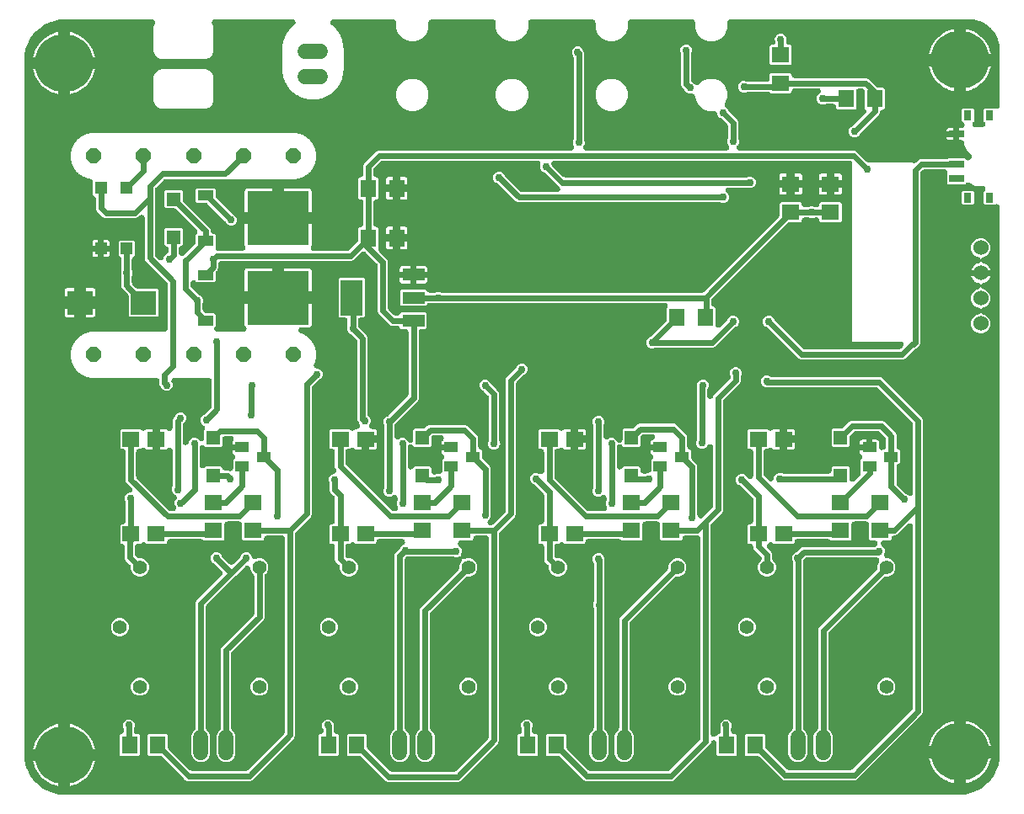
<source format=gbr>
G04 EAGLE Gerber RS-274X export*
G75*
%MOMM*%
%FSLAX34Y34*%
%LPD*%
%INBottom Copper*%
%IPPOS*%
%AMOC8*
5,1,8,0,0,1.08239X$1,22.5*%
G01*
%ADD10P,1.632244X8X22.500000*%
%ADD11R,1.200000X1.200000*%
%ADD12R,2.235200X1.219200*%
%ADD13R,2.200000X3.600000*%
%ADD14R,1.600000X1.803000*%
%ADD15R,1.803000X1.600000*%
%ADD16R,2.600000X2.400000*%
%ADD17R,6.200000X5.400000*%
%ADD18R,1.600000X1.000000*%
%ADD19R,1.400000X1.400000*%
%ADD20C,1.408000*%
%ADD21R,1.780000X1.550000*%
%ADD22C,1.508000*%
%ADD23R,1.400000X1.000000*%
%ADD24C,1.524000*%
%ADD25R,0.800000X1.000000*%
%ADD26R,1.500000X0.700000*%
%ADD27C,5.842000*%
%ADD28C,0.609600*%
%ADD29C,0.756400*%

G36*
X950105Y10169D02*
X950105Y10169D01*
X950171Y10166D01*
X954290Y10397D01*
X954779Y10464D01*
X954790Y10468D01*
X954797Y10468D01*
X962830Y12302D01*
X962831Y12302D01*
X963300Y12450D01*
X963405Y12503D01*
X963474Y12527D01*
X970897Y16102D01*
X970898Y16102D01*
X971322Y16351D01*
X971413Y16426D01*
X971474Y16465D01*
X977916Y21602D01*
X977917Y21603D01*
X978275Y21939D01*
X978347Y22033D01*
X978398Y22084D01*
X983535Y28526D01*
X983536Y28526D01*
X983810Y28935D01*
X983860Y29042D01*
X983898Y29103D01*
X987473Y36526D01*
X987473Y36527D01*
X987473Y36528D01*
X987650Y36987D01*
X987674Y37102D01*
X987698Y37170D01*
X989532Y45203D01*
X989602Y45691D01*
X989602Y45702D01*
X989603Y45710D01*
X989834Y49829D01*
X989832Y49934D01*
X989839Y50000D01*
X989839Y601082D01*
X989836Y601120D01*
X989838Y601159D01*
X989816Y601365D01*
X989799Y601574D01*
X989790Y601611D01*
X989786Y601649D01*
X989731Y601850D01*
X989681Y602053D01*
X989666Y602088D01*
X989655Y602125D01*
X989568Y602315D01*
X989486Y602506D01*
X989466Y602538D01*
X989450Y602573D01*
X989333Y602747D01*
X989221Y602922D01*
X989196Y602951D01*
X989174Y602983D01*
X989031Y603135D01*
X988892Y603290D01*
X988863Y603314D01*
X988836Y603342D01*
X988671Y603469D01*
X988508Y603600D01*
X988475Y603619D01*
X988445Y603642D01*
X988261Y603741D01*
X988080Y603844D01*
X988044Y603857D01*
X988010Y603876D01*
X987813Y603943D01*
X987617Y604016D01*
X987580Y604023D01*
X987544Y604035D01*
X987338Y604070D01*
X987133Y604110D01*
X987095Y604112D01*
X987057Y604118D01*
X986848Y604119D01*
X986640Y604126D01*
X986602Y604121D01*
X986564Y604121D01*
X986358Y604089D01*
X986151Y604061D01*
X986114Y604050D01*
X986077Y604044D01*
X985879Y603979D01*
X985679Y603919D01*
X985644Y603902D01*
X985608Y603890D01*
X985423Y603794D01*
X985235Y603702D01*
X985204Y603680D01*
X985170Y603662D01*
X985097Y603604D01*
X984879Y603449D01*
X975151Y603449D01*
X973949Y604651D01*
X973949Y616349D01*
X974780Y617180D01*
X974872Y617288D01*
X974972Y617391D01*
X975032Y617476D01*
X975099Y617556D01*
X975173Y617678D01*
X975255Y617795D01*
X975300Y617889D01*
X975354Y617978D01*
X975407Y618111D01*
X975469Y618240D01*
X975498Y618340D01*
X975537Y618436D01*
X975568Y618576D01*
X975608Y618713D01*
X975621Y618816D01*
X975643Y618918D01*
X975652Y619061D01*
X975669Y619202D01*
X975665Y619306D01*
X975671Y619411D01*
X975656Y619553D01*
X975651Y619695D01*
X975630Y619798D01*
X975619Y619901D01*
X975581Y620039D01*
X975553Y620179D01*
X975516Y620276D01*
X975488Y620377D01*
X975429Y620507D01*
X975378Y620640D01*
X975326Y620730D01*
X975283Y620825D01*
X975203Y620944D01*
X975131Y621067D01*
X975065Y621148D01*
X975007Y621235D01*
X974909Y621339D01*
X974819Y621449D01*
X974741Y621518D01*
X974669Y621594D01*
X974556Y621681D01*
X974449Y621775D01*
X974361Y621831D01*
X974278Y621894D01*
X974152Y621962D01*
X974031Y622038D01*
X973935Y622078D01*
X973843Y622128D01*
X973708Y622174D01*
X973576Y622229D01*
X973475Y622254D01*
X973377Y622288D01*
X973235Y622312D01*
X973097Y622345D01*
X972993Y622353D01*
X972890Y622370D01*
X972747Y622371D01*
X972605Y622382D01*
X972501Y622373D01*
X972397Y622373D01*
X972256Y622351D01*
X972122Y622339D01*
X965854Y622339D01*
X965792Y622353D01*
X965688Y622359D01*
X965585Y622375D01*
X965442Y622373D01*
X965299Y622381D01*
X965195Y622370D01*
X965091Y622368D01*
X964950Y622344D01*
X964826Y622330D01*
X964788Y622392D01*
X964719Y622472D01*
X964659Y622557D01*
X964559Y622658D01*
X964466Y622766D01*
X964386Y622834D01*
X964312Y622908D01*
X964197Y622992D01*
X964088Y623083D01*
X964019Y623121D01*
X963913Y623198D01*
X963526Y623394D01*
X963491Y623413D01*
X960695Y624571D01*
X960238Y625028D01*
X960180Y625078D01*
X960128Y625133D01*
X959992Y625237D01*
X959862Y625348D01*
X959797Y625387D01*
X959736Y625434D01*
X959586Y625514D01*
X959440Y625603D01*
X959369Y625631D01*
X959302Y625667D01*
X959140Y625722D01*
X958982Y625786D01*
X958907Y625802D01*
X958835Y625827D01*
X958667Y625855D01*
X958500Y625892D01*
X958424Y625897D01*
X958349Y625909D01*
X958178Y625911D01*
X958007Y625920D01*
X957932Y625912D01*
X957855Y625912D01*
X957687Y625886D01*
X957517Y625868D01*
X957443Y625848D01*
X957368Y625836D01*
X957206Y625782D01*
X957041Y625737D01*
X956972Y625705D01*
X956899Y625682D01*
X956748Y625603D01*
X956593Y625532D01*
X956529Y625489D01*
X956462Y625454D01*
X956380Y625388D01*
X956183Y625256D01*
X956011Y625094D01*
X955929Y625028D01*
X954849Y623949D01*
X938151Y623949D01*
X936949Y625151D01*
X936949Y633874D01*
X936983Y633916D01*
X937119Y634075D01*
X937138Y634108D01*
X937162Y634138D01*
X937265Y634318D01*
X937373Y634498D01*
X937387Y634533D01*
X937406Y634566D01*
X937479Y634762D01*
X937556Y634956D01*
X937565Y634993D01*
X937578Y635029D01*
X937618Y635233D01*
X937663Y635437D01*
X937665Y635476D01*
X937672Y635513D01*
X937679Y635721D01*
X937691Y635930D01*
X937687Y635968D01*
X937688Y636006D01*
X937661Y636212D01*
X937639Y636421D01*
X937628Y636457D01*
X937623Y636495D01*
X937563Y636694D01*
X937508Y636896D01*
X937492Y636931D01*
X937481Y636968D01*
X937389Y637155D01*
X937302Y637345D01*
X937281Y637376D01*
X937264Y637411D01*
X937144Y637580D01*
X937027Y637754D01*
X937001Y637782D01*
X936979Y637813D01*
X936832Y637961D01*
X936689Y638114D01*
X936659Y638137D01*
X936632Y638164D01*
X936463Y638287D01*
X936298Y638414D01*
X936264Y638432D01*
X936233Y638454D01*
X936047Y638548D01*
X935863Y638647D01*
X935827Y638659D01*
X935793Y638677D01*
X935593Y638739D01*
X935396Y638807D01*
X935359Y638813D01*
X935322Y638825D01*
X935230Y638835D01*
X934910Y638890D01*
X934738Y638891D01*
X934644Y638901D01*
X914374Y638901D01*
X914260Y638892D01*
X914146Y638893D01*
X914015Y638872D01*
X913882Y638861D01*
X913772Y638834D01*
X913659Y638816D01*
X913533Y638775D01*
X913404Y638743D01*
X913299Y638698D01*
X913190Y638662D01*
X913072Y638600D01*
X912950Y638548D01*
X912854Y638487D01*
X912753Y638434D01*
X912679Y638375D01*
X912534Y638283D01*
X912292Y638067D01*
X912219Y638009D01*
X911039Y636829D01*
X910965Y636742D01*
X910884Y636661D01*
X910806Y636554D01*
X910720Y636453D01*
X910661Y636355D01*
X910594Y636263D01*
X910534Y636144D01*
X910465Y636030D01*
X910423Y635924D01*
X910371Y635822D01*
X910331Y635695D01*
X910282Y635572D01*
X910257Y635461D01*
X910223Y635352D01*
X910213Y635258D01*
X910175Y635090D01*
X910157Y634766D01*
X910147Y634674D01*
X910147Y463723D01*
X909370Y461849D01*
X906151Y458630D01*
X904473Y457935D01*
X904465Y457930D01*
X904456Y457927D01*
X904245Y457818D01*
X904034Y457710D01*
X904027Y457704D01*
X904018Y457699D01*
X903987Y457674D01*
X903638Y457417D01*
X903546Y457323D01*
X903485Y457274D01*
X894888Y448678D01*
X893014Y447901D01*
X789986Y447901D01*
X788112Y448678D01*
X756897Y479893D01*
X756889Y479899D01*
X756883Y479906D01*
X756702Y480058D01*
X756521Y480212D01*
X756512Y480217D01*
X756505Y480223D01*
X756470Y480242D01*
X756098Y480467D01*
X755977Y480515D01*
X755908Y480553D01*
X754696Y481055D01*
X753055Y482696D01*
X752167Y484840D01*
X752167Y487160D01*
X753055Y489304D01*
X754696Y490945D01*
X756840Y491833D01*
X759160Y491833D01*
X761304Y490945D01*
X762945Y489304D01*
X763447Y488092D01*
X763451Y488083D01*
X763454Y488074D01*
X763565Y487861D01*
X763672Y487653D01*
X763678Y487645D01*
X763682Y487637D01*
X763707Y487605D01*
X763965Y487256D01*
X764058Y487165D01*
X764107Y487103D01*
X792219Y458991D01*
X792306Y458918D01*
X792379Y458844D01*
X792387Y458836D01*
X792494Y458758D01*
X792595Y458672D01*
X792693Y458613D01*
X792785Y458546D01*
X792904Y458486D01*
X793018Y458417D01*
X793124Y458375D01*
X793226Y458323D01*
X793353Y458283D01*
X793476Y458234D01*
X793587Y458209D01*
X793696Y458175D01*
X793790Y458165D01*
X793958Y458127D01*
X794282Y458109D01*
X794374Y458099D01*
X888626Y458099D01*
X888740Y458108D01*
X888854Y458107D01*
X888985Y458128D01*
X889118Y458139D01*
X889228Y458166D01*
X889341Y458184D01*
X889467Y458225D01*
X889596Y458257D01*
X889701Y458302D01*
X889810Y458338D01*
X889928Y458399D01*
X890050Y458452D01*
X890146Y458513D01*
X890247Y458566D01*
X890321Y458625D01*
X890466Y458717D01*
X890708Y458933D01*
X890781Y458991D01*
X892587Y460797D01*
X892611Y460826D01*
X892640Y460852D01*
X892771Y461014D01*
X892906Y461173D01*
X892926Y461206D01*
X892950Y461236D01*
X893053Y461417D01*
X893161Y461596D01*
X893175Y461631D01*
X893194Y461664D01*
X893266Y461860D01*
X893344Y462054D01*
X893352Y462091D01*
X893365Y462127D01*
X893405Y462331D01*
X893451Y462535D01*
X893453Y462574D01*
X893460Y462611D01*
X893466Y462819D01*
X893478Y463028D01*
X893474Y463066D01*
X893475Y463104D01*
X893448Y463311D01*
X893426Y463519D01*
X893416Y463555D01*
X893411Y463593D01*
X893350Y463794D01*
X893295Y463994D01*
X893279Y464029D01*
X893268Y464066D01*
X893177Y464253D01*
X893090Y464443D01*
X893068Y464474D01*
X893052Y464509D01*
X892931Y464679D01*
X892814Y464852D01*
X892788Y464880D01*
X892766Y464911D01*
X892619Y465059D01*
X892476Y465212D01*
X892446Y465235D01*
X892419Y465262D01*
X892251Y465385D01*
X892085Y465512D01*
X892051Y465530D01*
X892021Y465552D01*
X891834Y465646D01*
X891650Y465745D01*
X891614Y465757D01*
X891580Y465775D01*
X891380Y465838D01*
X891184Y465905D01*
X891146Y465911D01*
X891110Y465923D01*
X891017Y465933D01*
X890697Y465988D01*
X890525Y465989D01*
X890432Y465999D01*
X842000Y465999D01*
X841999Y466000D01*
X841999Y644854D01*
X841993Y644930D01*
X841995Y645006D01*
X841973Y645175D01*
X841959Y645346D01*
X841941Y645420D01*
X841931Y645495D01*
X841882Y645659D01*
X841841Y645825D01*
X841811Y645894D01*
X841789Y645968D01*
X841713Y646121D01*
X841646Y646278D01*
X841605Y646342D01*
X841572Y646411D01*
X841473Y646550D01*
X841381Y646694D01*
X841330Y646751D01*
X841286Y646813D01*
X841166Y646934D01*
X841052Y647062D01*
X840993Y647110D01*
X840939Y647164D01*
X840801Y647265D01*
X840668Y647372D01*
X840602Y647409D01*
X840541Y647454D01*
X840388Y647531D01*
X840240Y647616D01*
X840168Y647642D01*
X840100Y647677D01*
X839937Y647728D01*
X839777Y647787D01*
X839702Y647802D01*
X839630Y647825D01*
X839525Y647837D01*
X839293Y647882D01*
X839057Y647889D01*
X838952Y647901D01*
X542666Y647901D01*
X542628Y647898D01*
X542590Y647900D01*
X542382Y647878D01*
X542174Y647861D01*
X542137Y647852D01*
X542099Y647848D01*
X541898Y647793D01*
X541696Y647743D01*
X541661Y647728D01*
X541624Y647717D01*
X541434Y647630D01*
X541242Y647548D01*
X541210Y647528D01*
X541175Y647512D01*
X541002Y647395D01*
X540826Y647283D01*
X540798Y647258D01*
X540766Y647236D01*
X540614Y647093D01*
X540458Y646954D01*
X540434Y646925D01*
X540407Y646899D01*
X540279Y646733D01*
X540148Y646570D01*
X540129Y646537D01*
X540106Y646507D01*
X540008Y646323D01*
X539904Y646142D01*
X539891Y646106D01*
X539873Y646072D01*
X539805Y645875D01*
X539733Y645679D01*
X539725Y645642D01*
X539713Y645606D01*
X539678Y645399D01*
X539638Y645195D01*
X539637Y645157D01*
X539630Y645119D01*
X539629Y644910D01*
X539623Y644702D01*
X539628Y644664D01*
X539627Y644626D01*
X539660Y644419D01*
X539687Y644213D01*
X539698Y644176D01*
X539704Y644139D01*
X539769Y643940D01*
X539830Y643741D01*
X539846Y643706D01*
X539858Y643670D01*
X539955Y643485D01*
X540046Y643297D01*
X540068Y643266D01*
X540086Y643232D01*
X540144Y643160D01*
X540332Y642895D01*
X540453Y642773D01*
X540511Y642699D01*
X551219Y631991D01*
X551306Y631917D01*
X551387Y631836D01*
X551494Y631758D01*
X551595Y631672D01*
X551693Y631613D01*
X551785Y631546D01*
X551904Y631486D01*
X552018Y631417D01*
X552124Y631375D01*
X552226Y631323D01*
X552353Y631283D01*
X552476Y631234D01*
X552587Y631209D01*
X552696Y631175D01*
X552790Y631165D01*
X552958Y631127D01*
X553282Y631109D01*
X553374Y631099D01*
X735462Y631099D01*
X735471Y631100D01*
X735481Y631099D01*
X735717Y631119D01*
X735953Y631139D01*
X735963Y631141D01*
X735972Y631142D01*
X736011Y631153D01*
X736432Y631257D01*
X736552Y631309D01*
X736628Y631331D01*
X737840Y631833D01*
X740160Y631833D01*
X742304Y630945D01*
X743945Y629304D01*
X744833Y627160D01*
X744833Y624840D01*
X743945Y622696D01*
X742304Y621055D01*
X740160Y620167D01*
X737840Y620167D01*
X736628Y620669D01*
X736619Y620672D01*
X736610Y620677D01*
X736383Y620748D01*
X736158Y620821D01*
X736149Y620822D01*
X736139Y620825D01*
X736099Y620829D01*
X735670Y620894D01*
X735540Y620892D01*
X735462Y620901D01*
X717704Y620901D01*
X717666Y620898D01*
X717628Y620900D01*
X717420Y620878D01*
X717212Y620861D01*
X717175Y620852D01*
X717137Y620848D01*
X716936Y620793D01*
X716734Y620743D01*
X716699Y620728D01*
X716662Y620717D01*
X716472Y620630D01*
X716280Y620548D01*
X716248Y620528D01*
X716213Y620512D01*
X716040Y620395D01*
X715864Y620283D01*
X715836Y620258D01*
X715804Y620236D01*
X715652Y620093D01*
X715496Y619954D01*
X715472Y619925D01*
X715445Y619899D01*
X715317Y619733D01*
X715186Y619570D01*
X715168Y619537D01*
X715144Y619507D01*
X715045Y619323D01*
X714942Y619142D01*
X714929Y619106D01*
X714911Y619072D01*
X714843Y618875D01*
X714771Y618679D01*
X714763Y618642D01*
X714751Y618606D01*
X714716Y618399D01*
X714676Y618195D01*
X714675Y618157D01*
X714668Y618119D01*
X714667Y617910D01*
X714661Y617702D01*
X714666Y617664D01*
X714665Y617626D01*
X714698Y617418D01*
X714725Y617213D01*
X714736Y617176D01*
X714742Y617139D01*
X714807Y616940D01*
X714868Y616741D01*
X714884Y616706D01*
X714896Y616670D01*
X714993Y616485D01*
X715084Y616297D01*
X715107Y616266D01*
X715124Y616232D01*
X715182Y616160D01*
X715370Y615895D01*
X715491Y615773D01*
X715549Y615699D01*
X716945Y614304D01*
X717833Y612160D01*
X717833Y609840D01*
X716945Y607696D01*
X715304Y606055D01*
X713160Y605167D01*
X710840Y605167D01*
X709628Y605669D01*
X709619Y605672D01*
X709610Y605677D01*
X709383Y605748D01*
X709158Y605821D01*
X709149Y605822D01*
X709139Y605825D01*
X709099Y605829D01*
X708670Y605894D01*
X708540Y605892D01*
X708462Y605901D01*
X505986Y605901D01*
X504112Y606678D01*
X485897Y624893D01*
X485889Y624899D01*
X485883Y624906D01*
X485700Y625060D01*
X485521Y625212D01*
X485512Y625217D01*
X485505Y625223D01*
X485470Y625243D01*
X485098Y625467D01*
X484977Y625515D01*
X484908Y625553D01*
X483696Y626055D01*
X482055Y627696D01*
X481167Y629840D01*
X481167Y632160D01*
X482055Y634304D01*
X483696Y635945D01*
X485840Y636833D01*
X488160Y636833D01*
X490304Y635945D01*
X491945Y634304D01*
X492447Y633092D01*
X492451Y633083D01*
X492454Y633074D01*
X492563Y632865D01*
X492672Y632653D01*
X492678Y632645D01*
X492682Y632637D01*
X492707Y632605D01*
X492965Y632256D01*
X493058Y632165D01*
X493107Y632103D01*
X508219Y616991D01*
X508306Y616917D01*
X508387Y616836D01*
X508494Y616758D01*
X508595Y616672D01*
X508693Y616613D01*
X508785Y616546D01*
X508904Y616486D01*
X509018Y616417D01*
X509124Y616375D01*
X509226Y616323D01*
X509353Y616283D01*
X509476Y616234D01*
X509587Y616209D01*
X509696Y616175D01*
X509790Y616165D01*
X509958Y616127D01*
X510282Y616109D01*
X510374Y616099D01*
X545334Y616099D01*
X545372Y616102D01*
X545410Y616100D01*
X545618Y616122D01*
X545826Y616139D01*
X545863Y616148D01*
X545901Y616152D01*
X546102Y616207D01*
X546304Y616257D01*
X546339Y616272D01*
X546376Y616283D01*
X546566Y616370D01*
X546758Y616452D01*
X546790Y616472D01*
X546825Y616488D01*
X546998Y616605D01*
X547174Y616717D01*
X547202Y616742D01*
X547234Y616764D01*
X547386Y616907D01*
X547542Y617046D01*
X547566Y617075D01*
X547593Y617101D01*
X547721Y617267D01*
X547852Y617430D01*
X547871Y617463D01*
X547894Y617493D01*
X547992Y617677D01*
X548096Y617858D01*
X548109Y617894D01*
X548127Y617928D01*
X548195Y618125D01*
X548267Y618321D01*
X548275Y618358D01*
X548287Y618394D01*
X548322Y618601D01*
X548362Y618805D01*
X548363Y618843D01*
X548370Y618881D01*
X548371Y619090D01*
X548377Y619298D01*
X548372Y619336D01*
X548373Y619374D01*
X548340Y619581D01*
X548313Y619787D01*
X548302Y619824D01*
X548296Y619861D01*
X548231Y620060D01*
X548170Y620259D01*
X548154Y620294D01*
X548142Y620330D01*
X548045Y620515D01*
X547954Y620703D01*
X547932Y620734D01*
X547914Y620768D01*
X547856Y620840D01*
X547668Y621105D01*
X547547Y621227D01*
X547489Y621301D01*
X532897Y635893D01*
X532889Y635899D01*
X532883Y635906D01*
X532700Y636060D01*
X532521Y636212D01*
X532512Y636217D01*
X532505Y636223D01*
X532470Y636243D01*
X532098Y636467D01*
X531977Y636515D01*
X531908Y636553D01*
X530696Y637055D01*
X529055Y638696D01*
X528167Y640840D01*
X528167Y643160D01*
X528386Y643688D01*
X528441Y643860D01*
X528504Y644029D01*
X528517Y644094D01*
X528537Y644157D01*
X528564Y644336D01*
X528599Y644513D01*
X528601Y644579D01*
X528611Y644645D01*
X528608Y644826D01*
X528614Y645006D01*
X528605Y645072D01*
X528605Y645138D01*
X528573Y645316D01*
X528550Y645495D01*
X528530Y645559D01*
X528519Y645624D01*
X528459Y645795D01*
X528407Y645968D01*
X528378Y646027D01*
X528356Y646090D01*
X528270Y646249D01*
X528190Y646411D01*
X528152Y646465D01*
X528120Y646523D01*
X528009Y646666D01*
X527905Y646813D01*
X527858Y646860D01*
X527817Y646913D01*
X527685Y647036D01*
X527558Y647164D01*
X527504Y647203D01*
X527456Y647248D01*
X527305Y647348D01*
X527159Y647454D01*
X527100Y647484D01*
X527045Y647521D01*
X526880Y647595D01*
X526719Y647677D01*
X526655Y647697D01*
X526595Y647724D01*
X526421Y647771D01*
X526248Y647825D01*
X526196Y647831D01*
X526118Y647852D01*
X525627Y647901D01*
X525594Y647899D01*
X525571Y647901D01*
X370374Y647901D01*
X370260Y647892D01*
X370146Y647893D01*
X370015Y647872D01*
X369882Y647861D01*
X369772Y647834D01*
X369659Y647816D01*
X369533Y647775D01*
X369404Y647743D01*
X369299Y647698D01*
X369190Y647662D01*
X369072Y647600D01*
X368950Y647548D01*
X368854Y647487D01*
X368753Y647434D01*
X368679Y647375D01*
X368534Y647283D01*
X368292Y647067D01*
X368219Y647009D01*
X361771Y640561D01*
X361697Y640473D01*
X361616Y640393D01*
X361538Y640286D01*
X361452Y640185D01*
X361393Y640087D01*
X361326Y639995D01*
X361266Y639876D01*
X361197Y639762D01*
X361155Y639656D01*
X361103Y639554D01*
X361063Y639427D01*
X361014Y639304D01*
X360989Y639193D01*
X360955Y639084D01*
X360945Y638990D01*
X360907Y638822D01*
X360889Y638498D01*
X360879Y638406D01*
X360879Y634113D01*
X360885Y634037D01*
X360883Y633961D01*
X360905Y633792D01*
X360919Y633621D01*
X360937Y633547D01*
X360947Y633472D01*
X360996Y633308D01*
X361037Y633142D01*
X361067Y633073D01*
X361089Y632999D01*
X361165Y632846D01*
X361232Y632689D01*
X361273Y632625D01*
X361306Y632556D01*
X361405Y632417D01*
X361497Y632273D01*
X361548Y632216D01*
X361592Y632154D01*
X361712Y632033D01*
X361826Y631905D01*
X361885Y631857D01*
X361939Y631803D01*
X362077Y631702D01*
X362210Y631595D01*
X362276Y631558D01*
X362337Y631513D01*
X362490Y631436D01*
X362638Y631351D01*
X362710Y631325D01*
X362778Y631290D01*
X362941Y631239D01*
X363101Y631180D01*
X363176Y631165D01*
X363248Y631142D01*
X363353Y631130D01*
X363585Y631085D01*
X363821Y631078D01*
X363926Y631066D01*
X364629Y631066D01*
X365831Y629864D01*
X365831Y610136D01*
X364629Y608934D01*
X363926Y608934D01*
X363850Y608928D01*
X363774Y608930D01*
X363605Y608908D01*
X363434Y608894D01*
X363360Y608876D01*
X363285Y608866D01*
X363121Y608817D01*
X362955Y608776D01*
X362886Y608746D01*
X362812Y608724D01*
X362659Y608648D01*
X362502Y608581D01*
X362438Y608540D01*
X362369Y608507D01*
X362230Y608408D01*
X362086Y608316D01*
X362029Y608265D01*
X361967Y608221D01*
X361846Y608101D01*
X361718Y607987D01*
X361670Y607928D01*
X361616Y607874D01*
X361515Y607736D01*
X361408Y607603D01*
X361371Y607537D01*
X361326Y607476D01*
X361249Y607323D01*
X361164Y607175D01*
X361138Y607103D01*
X361103Y607035D01*
X361052Y606872D01*
X360993Y606712D01*
X360978Y606637D01*
X360955Y606565D01*
X360943Y606460D01*
X360898Y606228D01*
X360891Y605992D01*
X360879Y605887D01*
X360879Y584113D01*
X360885Y584037D01*
X360883Y583961D01*
X360905Y583792D01*
X360919Y583621D01*
X360937Y583547D01*
X360947Y583472D01*
X360996Y583308D01*
X361037Y583142D01*
X361067Y583073D01*
X361089Y582999D01*
X361165Y582846D01*
X361232Y582689D01*
X361273Y582625D01*
X361306Y582556D01*
X361405Y582417D01*
X361497Y582273D01*
X361548Y582216D01*
X361592Y582154D01*
X361712Y582033D01*
X361826Y581905D01*
X361885Y581857D01*
X361939Y581803D01*
X362077Y581702D01*
X362210Y581595D01*
X362276Y581558D01*
X362337Y581513D01*
X362490Y581436D01*
X362638Y581351D01*
X362710Y581325D01*
X362778Y581290D01*
X362941Y581239D01*
X363101Y581180D01*
X363176Y581165D01*
X363248Y581142D01*
X363353Y581130D01*
X363585Y581085D01*
X363821Y581078D01*
X363926Y581066D01*
X364629Y581066D01*
X365831Y579864D01*
X365831Y559572D01*
X365809Y559509D01*
X365781Y559341D01*
X365744Y559175D01*
X365740Y559098D01*
X365727Y559023D01*
X365726Y558852D01*
X365716Y558682D01*
X365724Y558606D01*
X365724Y558530D01*
X365750Y558361D01*
X365768Y558192D01*
X365788Y558118D01*
X365800Y558042D01*
X365854Y557880D01*
X365899Y557716D01*
X365931Y557646D01*
X365955Y557574D01*
X366033Y557422D01*
X366104Y557267D01*
X366147Y557204D01*
X366182Y557136D01*
X366248Y557054D01*
X366380Y556858D01*
X366515Y556714D01*
X366520Y556707D01*
X366544Y556682D01*
X366608Y556603D01*
X374322Y548888D01*
X375099Y547014D01*
X375099Y500374D01*
X375108Y500260D01*
X375107Y500146D01*
X375128Y500015D01*
X375139Y499882D01*
X375166Y499772D01*
X375184Y499659D01*
X375225Y499533D01*
X375257Y499404D01*
X375302Y499299D01*
X375338Y499190D01*
X375400Y499072D01*
X375452Y498950D01*
X375513Y498854D01*
X375566Y498753D01*
X375625Y498679D01*
X375717Y498534D01*
X375933Y498292D01*
X375991Y498219D01*
X381219Y492991D01*
X381306Y492917D01*
X381387Y492836D01*
X381494Y492758D01*
X381595Y492672D01*
X381693Y492613D01*
X381785Y492546D01*
X381904Y492486D01*
X382018Y492417D01*
X382124Y492375D01*
X382226Y492323D01*
X382353Y492283D01*
X382476Y492234D01*
X382587Y492209D01*
X382696Y492175D01*
X382790Y492165D01*
X382958Y492127D01*
X383282Y492109D01*
X383374Y492099D01*
X384766Y492099D01*
X384880Y492108D01*
X384994Y492107D01*
X385126Y492128D01*
X385258Y492139D01*
X385369Y492166D01*
X385482Y492184D01*
X385608Y492225D01*
X385737Y492257D01*
X385842Y492302D01*
X385950Y492338D01*
X386068Y492400D01*
X386190Y492452D01*
X386286Y492513D01*
X386388Y492566D01*
X386461Y492625D01*
X386606Y492717D01*
X386849Y492933D01*
X386921Y492991D01*
X388963Y495033D01*
X413013Y495033D01*
X414215Y493831D01*
X414215Y479941D01*
X413013Y478739D01*
X409134Y478739D01*
X409058Y478733D01*
X408982Y478735D01*
X408813Y478713D01*
X408642Y478699D01*
X408568Y478681D01*
X408493Y478671D01*
X408329Y478622D01*
X408163Y478581D01*
X408094Y478551D01*
X408020Y478529D01*
X407867Y478453D01*
X407710Y478386D01*
X407646Y478345D01*
X407577Y478312D01*
X407438Y478213D01*
X407294Y478121D01*
X407237Y478070D01*
X407175Y478026D01*
X407054Y477906D01*
X406926Y477792D01*
X406878Y477733D01*
X406824Y477679D01*
X406723Y477541D01*
X406616Y477408D01*
X406579Y477342D01*
X406534Y477281D01*
X406457Y477128D01*
X406372Y476980D01*
X406346Y476908D01*
X406311Y476840D01*
X406260Y476677D01*
X406201Y476517D01*
X406186Y476442D01*
X406163Y476370D01*
X406151Y476265D01*
X406106Y476033D01*
X406099Y475797D01*
X406087Y475692D01*
X406087Y407974D01*
X405310Y406100D01*
X403448Y404237D01*
X383107Y383897D01*
X383101Y383889D01*
X383094Y383883D01*
X382940Y383700D01*
X382788Y383521D01*
X382783Y383512D01*
X382777Y383505D01*
X382757Y383470D01*
X382533Y383098D01*
X382485Y382977D01*
X382447Y382908D01*
X382331Y382628D01*
X382328Y382618D01*
X382323Y382610D01*
X382252Y382383D01*
X382179Y382158D01*
X382178Y382149D01*
X382175Y382139D01*
X382171Y382099D01*
X382106Y381670D01*
X382108Y381540D01*
X382099Y381462D01*
X382099Y370601D01*
X382113Y370421D01*
X382120Y370241D01*
X382133Y370176D01*
X382139Y370109D01*
X382182Y369934D01*
X382218Y369757D01*
X382241Y369695D01*
X382257Y369630D01*
X382329Y369465D01*
X382392Y369296D01*
X382426Y369238D01*
X382452Y369177D01*
X382549Y369025D01*
X382639Y368869D01*
X382681Y368817D01*
X382717Y368761D01*
X382837Y368627D01*
X382952Y368487D01*
X383001Y368443D01*
X383046Y368393D01*
X383186Y368280D01*
X383321Y368160D01*
X383378Y368125D01*
X383430Y368083D01*
X383586Y367994D01*
X383739Y367898D01*
X383800Y367872D01*
X383858Y367839D01*
X384028Y367776D01*
X384194Y367706D01*
X384258Y367691D01*
X384321Y367668D01*
X384498Y367633D01*
X384673Y367591D01*
X384740Y367586D01*
X384805Y367573D01*
X384985Y367567D01*
X385165Y367554D01*
X385232Y367560D01*
X385298Y367558D01*
X385477Y367581D01*
X385657Y367597D01*
X385707Y367611D01*
X385787Y367622D01*
X386259Y367764D01*
X386290Y367779D01*
X386312Y367786D01*
X388840Y368833D01*
X391160Y368833D01*
X393304Y367945D01*
X394945Y366304D01*
X395087Y365961D01*
X395152Y365834D01*
X395208Y365703D01*
X395264Y365615D01*
X395312Y365522D01*
X395397Y365407D01*
X395473Y365287D01*
X395543Y365210D01*
X395605Y365125D01*
X395707Y365026D01*
X395802Y364919D01*
X395883Y364854D01*
X395958Y364781D01*
X396075Y364699D01*
X396186Y364610D01*
X396276Y364558D01*
X396362Y364498D01*
X396490Y364436D01*
X396614Y364366D01*
X396712Y364329D01*
X396807Y364284D01*
X396943Y364243D01*
X397077Y364194D01*
X397179Y364174D01*
X397280Y364144D01*
X397421Y364127D01*
X397561Y364099D01*
X397665Y364096D01*
X397769Y364083D01*
X397912Y364088D01*
X398054Y364084D01*
X398158Y364098D01*
X398262Y364101D01*
X398402Y364130D01*
X398543Y364148D01*
X398643Y364178D01*
X398746Y364199D01*
X398879Y364250D01*
X399016Y364291D01*
X399109Y364337D01*
X399207Y364374D01*
X399331Y364445D01*
X399459Y364508D01*
X399544Y364568D01*
X399634Y364620D01*
X399745Y364711D01*
X399861Y364793D01*
X399935Y364867D01*
X400016Y364933D01*
X400111Y365040D01*
X400212Y365140D01*
X400273Y365224D01*
X400343Y365303D01*
X400419Y365424D01*
X400502Y365539D01*
X400549Y365632D01*
X400605Y365720D01*
X400660Y365852D01*
X400725Y365979D01*
X400756Y366079D01*
X400797Y366175D01*
X400830Y366314D01*
X400873Y366450D01*
X400882Y366528D01*
X400912Y366655D01*
X400945Y367087D01*
X400949Y367127D01*
X400949Y376849D01*
X402151Y378051D01*
X410578Y378051D01*
X410692Y378060D01*
X410806Y378059D01*
X410937Y378080D01*
X411070Y378091D01*
X411180Y378118D01*
X411293Y378136D01*
X411420Y378177D01*
X411548Y378209D01*
X411653Y378254D01*
X411762Y378290D01*
X411880Y378352D01*
X412002Y378404D01*
X412098Y378465D01*
X412199Y378518D01*
X412273Y378577D01*
X412418Y378669D01*
X412660Y378885D01*
X412733Y378943D01*
X415112Y381323D01*
X416986Y382099D01*
X453014Y382099D01*
X454888Y381322D01*
X465322Y370888D01*
X466099Y369014D01*
X466099Y360098D01*
X466105Y360022D01*
X466103Y359946D01*
X466125Y359777D01*
X466139Y359606D01*
X466157Y359532D01*
X466167Y359457D01*
X466216Y359293D01*
X466257Y359127D01*
X466287Y359058D01*
X466309Y358984D01*
X466385Y358831D01*
X466452Y358674D01*
X466493Y358610D01*
X466526Y358541D01*
X466625Y358402D01*
X466717Y358258D01*
X466768Y358201D01*
X466812Y358139D01*
X466932Y358018D01*
X467046Y357890D01*
X467105Y357842D01*
X467159Y357788D01*
X467297Y357687D01*
X467430Y357580D01*
X467496Y357543D01*
X467557Y357498D01*
X467710Y357421D01*
X467858Y357336D01*
X467930Y357310D01*
X467998Y357275D01*
X468161Y357224D01*
X468321Y357165D01*
X468396Y357150D01*
X468468Y357127D01*
X468573Y357115D01*
X468805Y357070D01*
X468831Y357069D01*
X470051Y355849D01*
X470051Y349422D01*
X470060Y349308D01*
X470059Y349194D01*
X470080Y349063D01*
X470091Y348930D01*
X470118Y348820D01*
X470136Y348707D01*
X470177Y348580D01*
X470209Y348452D01*
X470254Y348347D01*
X470290Y348238D01*
X470352Y348120D01*
X470404Y347998D01*
X470465Y347902D01*
X470518Y347801D01*
X470577Y347727D01*
X470669Y347582D01*
X470885Y347340D01*
X470943Y347267D01*
X475460Y342751D01*
X477322Y340888D01*
X478099Y339014D01*
X478099Y294538D01*
X478100Y294529D01*
X478099Y294519D01*
X478119Y294283D01*
X478139Y294047D01*
X478141Y294037D01*
X478142Y294028D01*
X478153Y293989D01*
X478257Y293568D01*
X478309Y293448D01*
X478331Y293372D01*
X478833Y292160D01*
X478833Y289840D01*
X477945Y287696D01*
X476329Y286081D01*
X476305Y286052D01*
X476276Y286026D01*
X476145Y285864D01*
X476010Y285705D01*
X475990Y285672D01*
X475966Y285642D01*
X475863Y285461D01*
X475755Y285282D01*
X475741Y285247D01*
X475722Y285214D01*
X475650Y285018D01*
X475572Y284824D01*
X475564Y284787D01*
X475551Y284751D01*
X475511Y284547D01*
X475465Y284343D01*
X475463Y284304D01*
X475456Y284267D01*
X475450Y284059D01*
X475438Y283850D01*
X475442Y283812D01*
X475441Y283774D01*
X475468Y283567D01*
X475490Y283359D01*
X475500Y283323D01*
X475505Y283285D01*
X475566Y283084D01*
X475621Y282884D01*
X475637Y282849D01*
X475648Y282812D01*
X475739Y282625D01*
X475826Y282435D01*
X475848Y282404D01*
X475864Y282369D01*
X475985Y282199D01*
X476102Y282026D01*
X476128Y281998D01*
X476150Y281967D01*
X476296Y281819D01*
X476440Y281666D01*
X476470Y281643D01*
X476497Y281616D01*
X476665Y281493D01*
X476831Y281366D01*
X476865Y281348D01*
X476895Y281326D01*
X477081Y281232D01*
X477266Y281133D01*
X477302Y281120D01*
X477336Y281103D01*
X477535Y281041D01*
X477732Y280973D01*
X477770Y280967D01*
X477806Y280955D01*
X477899Y280945D01*
X478219Y280890D01*
X478391Y280889D01*
X478484Y280879D01*
X478626Y280879D01*
X478740Y280888D01*
X478854Y280887D01*
X478985Y280908D01*
X479118Y280919D01*
X479228Y280946D01*
X479341Y280964D01*
X479467Y281005D01*
X479596Y281037D01*
X479701Y281082D01*
X479810Y281118D01*
X479928Y281180D01*
X480050Y281232D01*
X480146Y281293D01*
X480247Y281346D01*
X480321Y281405D01*
X480466Y281497D01*
X480708Y281713D01*
X480781Y281771D01*
X493009Y293999D01*
X493083Y294086D01*
X493164Y294167D01*
X493242Y294274D01*
X493328Y294375D01*
X493387Y294473D01*
X493454Y294565D01*
X493514Y294684D01*
X493583Y294798D01*
X493625Y294904D01*
X493677Y295006D01*
X493717Y295133D01*
X493766Y295256D01*
X493791Y295367D01*
X493825Y295476D01*
X493835Y295570D01*
X493873Y295738D01*
X493891Y296062D01*
X493901Y296154D01*
X493901Y361171D01*
X493890Y361313D01*
X493888Y361456D01*
X493870Y361559D01*
X493861Y361663D01*
X493827Y361801D01*
X493802Y361941D01*
X493768Y362040D01*
X493743Y362142D01*
X493686Y362272D01*
X493639Y362407D01*
X493589Y362499D01*
X493548Y362595D01*
X493472Y362715D01*
X493403Y362840D01*
X493339Y362923D01*
X493290Y363000D01*
X493295Y363004D01*
X493371Y363125D01*
X493454Y363240D01*
X493501Y363334D01*
X493557Y363422D01*
X493612Y363554D01*
X493677Y363681D01*
X493708Y363780D01*
X493749Y363877D01*
X493782Y364015D01*
X493825Y364151D01*
X493834Y364229D01*
X493864Y364356D01*
X493897Y364789D01*
X493901Y364829D01*
X493901Y428014D01*
X494678Y429888D01*
X496540Y431751D01*
X503893Y439103D01*
X503899Y439111D01*
X503906Y439117D01*
X504059Y439299D01*
X504212Y439479D01*
X504217Y439488D01*
X504223Y439495D01*
X504243Y439530D01*
X504467Y439902D01*
X504515Y440023D01*
X504553Y440092D01*
X505055Y441304D01*
X506696Y442945D01*
X508840Y443833D01*
X511160Y443833D01*
X513304Y442945D01*
X514945Y441304D01*
X515833Y439160D01*
X515833Y436840D01*
X514945Y434696D01*
X513304Y433055D01*
X512092Y432553D01*
X512083Y432549D01*
X512074Y432546D01*
X511865Y432437D01*
X511653Y432328D01*
X511645Y432322D01*
X511637Y432318D01*
X511605Y432293D01*
X511256Y432035D01*
X511165Y431942D01*
X511103Y431893D01*
X504991Y425781D01*
X504917Y425693D01*
X504836Y425613D01*
X504758Y425506D01*
X504672Y425405D01*
X504613Y425307D01*
X504546Y425215D01*
X504486Y425096D01*
X504417Y424982D01*
X504375Y424876D01*
X504323Y424774D01*
X504283Y424647D01*
X504234Y424524D01*
X504209Y424413D01*
X504175Y424304D01*
X504165Y424210D01*
X504127Y424042D01*
X504109Y423718D01*
X504099Y423626D01*
X504099Y291766D01*
X503322Y289892D01*
X501460Y288029D01*
X487991Y274561D01*
X487917Y274474D01*
X487836Y274393D01*
X487758Y274286D01*
X487672Y274185D01*
X487613Y274087D01*
X487546Y273995D01*
X487486Y273876D01*
X487417Y273762D01*
X487375Y273656D01*
X487323Y273554D01*
X487283Y273427D01*
X487234Y273304D01*
X487209Y273193D01*
X487175Y273084D01*
X487165Y272990D01*
X487127Y272822D01*
X487109Y272498D01*
X487099Y272406D01*
X487099Y63986D01*
X486322Y62112D01*
X447888Y23678D01*
X446014Y22901D01*
X375206Y22901D01*
X373332Y23678D01*
X371469Y25540D01*
X348968Y48042D01*
X348881Y48116D01*
X348800Y48197D01*
X348693Y48275D01*
X348592Y48361D01*
X348494Y48420D01*
X348402Y48487D01*
X348283Y48547D01*
X348169Y48616D01*
X348063Y48658D01*
X347961Y48710D01*
X347834Y48750D01*
X347711Y48799D01*
X347600Y48824D01*
X347491Y48858D01*
X347397Y48868D01*
X347229Y48906D01*
X346905Y48924D01*
X346813Y48934D01*
X335371Y48934D01*
X334169Y50136D01*
X334169Y69864D01*
X335371Y71066D01*
X353069Y71066D01*
X354271Y69864D01*
X354271Y58422D01*
X354280Y58308D01*
X354279Y58194D01*
X354300Y58063D01*
X354311Y57930D01*
X354338Y57820D01*
X354356Y57707D01*
X354397Y57580D01*
X354429Y57452D01*
X354474Y57347D01*
X354510Y57238D01*
X354572Y57120D01*
X354624Y56998D01*
X354685Y56902D01*
X354738Y56801D01*
X354797Y56727D01*
X354889Y56582D01*
X355105Y56340D01*
X355163Y56267D01*
X377439Y33991D01*
X377526Y33917D01*
X377607Y33836D01*
X377714Y33758D01*
X377815Y33672D01*
X377913Y33613D01*
X378005Y33546D01*
X378124Y33486D01*
X378238Y33417D01*
X378344Y33375D01*
X378446Y33323D01*
X378573Y33283D01*
X378696Y33234D01*
X378807Y33209D01*
X378916Y33175D01*
X379010Y33165D01*
X379178Y33127D01*
X379502Y33109D01*
X379594Y33099D01*
X441626Y33099D01*
X441740Y33108D01*
X441854Y33107D01*
X441985Y33128D01*
X442118Y33139D01*
X442228Y33166D01*
X442341Y33184D01*
X442467Y33225D01*
X442596Y33257D01*
X442701Y33302D01*
X442810Y33338D01*
X442928Y33400D01*
X443050Y33452D01*
X443146Y33513D01*
X443247Y33566D01*
X443321Y33625D01*
X443466Y33717D01*
X443708Y33933D01*
X443781Y33991D01*
X476009Y66219D01*
X476083Y66306D01*
X476164Y66387D01*
X476242Y66494D01*
X476328Y66595D01*
X476387Y66693D01*
X476454Y66785D01*
X476514Y66904D01*
X476583Y67018D01*
X476625Y67124D01*
X476677Y67226D01*
X476717Y67353D01*
X476766Y67476D01*
X476791Y67587D01*
X476825Y67696D01*
X476835Y67790D01*
X476873Y67958D01*
X476891Y68282D01*
X476901Y68374D01*
X476901Y267634D01*
X476895Y267710D01*
X476897Y267786D01*
X476875Y267955D01*
X476861Y268126D01*
X476843Y268200D01*
X476833Y268275D01*
X476784Y268439D01*
X476743Y268605D01*
X476713Y268674D01*
X476691Y268748D01*
X476615Y268901D01*
X476548Y269058D01*
X476507Y269122D01*
X476474Y269191D01*
X476375Y269330D01*
X476283Y269474D01*
X476232Y269531D01*
X476188Y269593D01*
X476068Y269714D01*
X475954Y269842D01*
X475895Y269890D01*
X475841Y269944D01*
X475703Y270045D01*
X475570Y270152D01*
X475504Y270189D01*
X475443Y270234D01*
X475290Y270311D01*
X475142Y270396D01*
X475070Y270422D01*
X475002Y270457D01*
X474839Y270508D01*
X474679Y270567D01*
X474604Y270582D01*
X474532Y270605D01*
X474427Y270617D01*
X474195Y270662D01*
X473959Y270669D01*
X473854Y270681D01*
X464113Y270681D01*
X464037Y270675D01*
X463961Y270677D01*
X463792Y270655D01*
X463621Y270641D01*
X463547Y270623D01*
X463472Y270613D01*
X463308Y270564D01*
X463142Y270523D01*
X463073Y270493D01*
X462999Y270471D01*
X462846Y270395D01*
X462689Y270328D01*
X462625Y270287D01*
X462556Y270254D01*
X462417Y270155D01*
X462273Y270063D01*
X462216Y270012D01*
X462154Y269968D01*
X462033Y269848D01*
X461905Y269734D01*
X461857Y269675D01*
X461803Y269621D01*
X461702Y269483D01*
X461595Y269350D01*
X461558Y269284D01*
X461513Y269223D01*
X461436Y269070D01*
X461351Y268922D01*
X461325Y268850D01*
X461290Y268782D01*
X461239Y268619D01*
X461180Y268459D01*
X461165Y268384D01*
X461142Y268312D01*
X461130Y268207D01*
X461085Y267975D01*
X461078Y267739D01*
X461066Y267634D01*
X461066Y266931D01*
X459864Y265729D01*
X448658Y265729D01*
X448516Y265718D01*
X448374Y265716D01*
X448271Y265698D01*
X448167Y265689D01*
X448028Y265655D01*
X447888Y265630D01*
X447789Y265596D01*
X447688Y265571D01*
X447557Y265514D01*
X447422Y265467D01*
X447330Y265417D01*
X447234Y265376D01*
X447114Y265300D01*
X446989Y265231D01*
X446906Y265167D01*
X446818Y265111D01*
X446712Y265016D01*
X446600Y264928D01*
X446528Y264852D01*
X446451Y264782D01*
X446361Y264671D01*
X446264Y264567D01*
X446206Y264480D01*
X446141Y264398D01*
X446070Y264275D01*
X445991Y264156D01*
X445948Y264060D01*
X445897Y263970D01*
X445847Y263836D01*
X445788Y263706D01*
X445761Y263605D01*
X445725Y263507D01*
X445698Y263367D01*
X445661Y263230D01*
X445650Y263125D01*
X445630Y263023D01*
X445626Y262881D01*
X445612Y262739D01*
X445618Y262634D01*
X445615Y262530D01*
X445634Y262389D01*
X445642Y262246D01*
X445666Y262144D01*
X445679Y262041D01*
X445721Y261904D01*
X445752Y261765D01*
X445792Y261669D01*
X445822Y261569D01*
X445885Y261441D01*
X445938Y261308D01*
X445993Y261219D01*
X446039Y261125D01*
X446121Y261009D01*
X446196Y260887D01*
X446264Y260808D01*
X446324Y260723D01*
X446424Y260622D01*
X446518Y260514D01*
X446598Y260446D01*
X446671Y260372D01*
X446786Y260288D01*
X446895Y260197D01*
X446964Y260159D01*
X447070Y260082D01*
X447266Y259982D01*
X448945Y258304D01*
X449833Y256160D01*
X449833Y253840D01*
X448750Y251226D01*
X448738Y251190D01*
X448722Y251155D01*
X448663Y250955D01*
X448599Y250756D01*
X448593Y250719D01*
X448582Y250682D01*
X448556Y250475D01*
X448525Y250268D01*
X448526Y250230D01*
X448521Y250192D01*
X448529Y249984D01*
X448531Y249775D01*
X448538Y249738D01*
X448539Y249699D01*
X448581Y249495D01*
X448617Y249289D01*
X448630Y249253D01*
X448637Y249216D01*
X448711Y249021D01*
X448780Y248824D01*
X448798Y248790D01*
X448812Y248754D01*
X448916Y248574D01*
X449016Y248390D01*
X449039Y248360D01*
X449058Y248327D01*
X449190Y248166D01*
X449319Y248001D01*
X449347Y247975D01*
X449371Y247945D01*
X449527Y247807D01*
X449680Y247665D01*
X449712Y247644D01*
X449741Y247619D01*
X449918Y247508D01*
X450091Y247393D01*
X450126Y247377D01*
X450158Y247357D01*
X450351Y247275D01*
X450541Y247190D01*
X450578Y247180D01*
X450613Y247165D01*
X450816Y247116D01*
X451018Y247062D01*
X451056Y247058D01*
X451093Y247049D01*
X451301Y247034D01*
X451508Y247013D01*
X451547Y247015D01*
X451585Y247013D01*
X451792Y247031D01*
X452001Y247044D01*
X452038Y247052D01*
X452076Y247056D01*
X452165Y247081D01*
X452482Y247154D01*
X452641Y247218D01*
X452731Y247244D01*
X454292Y247891D01*
X457908Y247891D01*
X461250Y246507D01*
X463807Y243950D01*
X465191Y240608D01*
X465191Y236992D01*
X463807Y233650D01*
X461250Y231093D01*
X457908Y229709D01*
X455482Y229709D01*
X455368Y229700D01*
X455254Y229701D01*
X455123Y229680D01*
X454990Y229669D01*
X454880Y229642D01*
X454767Y229624D01*
X454641Y229583D01*
X454512Y229551D01*
X454407Y229506D01*
X454298Y229470D01*
X454180Y229408D01*
X454058Y229356D01*
X453962Y229295D01*
X453861Y229242D01*
X453787Y229183D01*
X453642Y229091D01*
X453400Y228875D01*
X453327Y228817D01*
X418691Y194181D01*
X418617Y194094D01*
X418536Y194013D01*
X418458Y193906D01*
X418372Y193805D01*
X418313Y193707D01*
X418246Y193615D01*
X418186Y193496D01*
X418117Y193382D01*
X418075Y193276D01*
X418023Y193174D01*
X417983Y193047D01*
X417934Y192924D01*
X417909Y192813D01*
X417875Y192704D01*
X417865Y192610D01*
X417827Y192442D01*
X417809Y192118D01*
X417799Y192026D01*
X417799Y77267D01*
X417808Y77153D01*
X417807Y77039D01*
X417828Y76907D01*
X417839Y76775D01*
X417866Y76664D01*
X417884Y76551D01*
X417925Y76425D01*
X417957Y76296D01*
X418002Y76191D01*
X418038Y76083D01*
X418100Y75965D01*
X418152Y75843D01*
X418213Y75747D01*
X418266Y75645D01*
X418325Y75572D01*
X418417Y75427D01*
X418562Y75265D01*
X418578Y75241D01*
X418624Y75195D01*
X418633Y75185D01*
X418691Y75112D01*
X420831Y72973D01*
X422291Y69448D01*
X422291Y50552D01*
X420831Y47027D01*
X418133Y44329D01*
X414608Y42869D01*
X410792Y42869D01*
X407267Y44329D01*
X404569Y47027D01*
X403109Y50552D01*
X403109Y69448D01*
X404569Y72973D01*
X406709Y75112D01*
X406783Y75199D01*
X406864Y75279D01*
X406942Y75387D01*
X407028Y75488D01*
X407087Y75586D01*
X407154Y75678D01*
X407214Y75797D01*
X407283Y75911D01*
X407325Y76017D01*
X407377Y76119D01*
X407417Y76245D01*
X407466Y76369D01*
X407491Y76480D01*
X407525Y76589D01*
X407535Y76683D01*
X407573Y76850D01*
X407591Y77175D01*
X407601Y77267D01*
X407601Y196414D01*
X408378Y198288D01*
X446117Y236027D01*
X446191Y236114D01*
X446272Y236195D01*
X446350Y236302D01*
X446436Y236403D01*
X446495Y236501D01*
X446562Y236593D01*
X446622Y236712D01*
X446691Y236826D01*
X446733Y236932D01*
X446785Y237034D01*
X446825Y237161D01*
X446874Y237284D01*
X446899Y237395D01*
X446933Y237504D01*
X446943Y237598D01*
X446981Y237766D01*
X446999Y238090D01*
X447009Y238182D01*
X447009Y240608D01*
X448393Y243949D01*
X448754Y244310D01*
X448846Y244419D01*
X448946Y244521D01*
X449006Y244607D01*
X449074Y244686D01*
X449147Y244808D01*
X449229Y244925D01*
X449274Y245019D01*
X449328Y245109D01*
X449381Y245241D01*
X449443Y245370D01*
X449472Y245470D01*
X449511Y245567D01*
X449542Y245706D01*
X449582Y245843D01*
X449595Y245946D01*
X449618Y246049D01*
X449626Y246191D01*
X449644Y246332D01*
X449640Y246437D01*
X449646Y246541D01*
X449631Y246683D01*
X449625Y246825D01*
X449605Y246928D01*
X449594Y247032D01*
X449556Y247169D01*
X449528Y247309D01*
X449491Y247407D01*
X449463Y247507D01*
X449403Y247637D01*
X449353Y247770D01*
X449301Y247861D01*
X449257Y247956D01*
X449177Y248074D01*
X449106Y248198D01*
X449040Y248278D01*
X448982Y248365D01*
X448884Y248469D01*
X448794Y248579D01*
X448716Y248648D01*
X448644Y248725D01*
X448531Y248812D01*
X448424Y248906D01*
X448336Y248961D01*
X448253Y249025D01*
X448127Y249092D01*
X448006Y249168D01*
X447910Y249209D01*
X447818Y249258D01*
X447683Y249304D01*
X447552Y249360D01*
X447450Y249384D01*
X447351Y249418D01*
X447211Y249442D01*
X447072Y249475D01*
X446968Y249483D01*
X446865Y249501D01*
X446722Y249502D01*
X446580Y249512D01*
X446476Y249503D01*
X446372Y249504D01*
X446231Y249482D01*
X446089Y249469D01*
X446013Y249447D01*
X445884Y249427D01*
X445472Y249291D01*
X445433Y249280D01*
X445160Y249167D01*
X442840Y249167D01*
X441628Y249669D01*
X441619Y249672D01*
X441610Y249677D01*
X441383Y249748D01*
X441158Y249821D01*
X441149Y249822D01*
X441139Y249825D01*
X441099Y249829D01*
X440670Y249894D01*
X440540Y249892D01*
X440462Y249901D01*
X395446Y249901D01*
X395370Y249895D01*
X395294Y249897D01*
X395125Y249875D01*
X394954Y249861D01*
X394880Y249843D01*
X394805Y249833D01*
X394641Y249784D01*
X394475Y249743D01*
X394406Y249713D01*
X394332Y249691D01*
X394179Y249615D01*
X394022Y249548D01*
X393958Y249507D01*
X393889Y249474D01*
X393750Y249375D01*
X393606Y249283D01*
X393549Y249232D01*
X393487Y249188D01*
X393366Y249068D01*
X393238Y248954D01*
X393190Y248895D01*
X393136Y248841D01*
X393035Y248703D01*
X392928Y248570D01*
X392891Y248504D01*
X392846Y248443D01*
X392769Y248290D01*
X392684Y248142D01*
X392658Y248070D01*
X392623Y248002D01*
X392572Y247839D01*
X392513Y247679D01*
X392498Y247604D01*
X392475Y247532D01*
X392463Y247427D01*
X392418Y247195D01*
X392411Y246959D01*
X392399Y246854D01*
X392399Y77267D01*
X392408Y77153D01*
X392407Y77039D01*
X392428Y76907D01*
X392439Y76775D01*
X392466Y76664D01*
X392484Y76551D01*
X392525Y76425D01*
X392557Y76296D01*
X392602Y76191D01*
X392638Y76083D01*
X392700Y75965D01*
X392752Y75843D01*
X392813Y75747D01*
X392866Y75645D01*
X392925Y75572D01*
X393017Y75427D01*
X393162Y75265D01*
X393178Y75241D01*
X393224Y75195D01*
X393233Y75185D01*
X393291Y75112D01*
X395431Y72973D01*
X396891Y69448D01*
X396891Y50552D01*
X395431Y47027D01*
X392733Y44329D01*
X389208Y42869D01*
X385392Y42869D01*
X381867Y44329D01*
X379169Y47027D01*
X377709Y50552D01*
X377709Y69448D01*
X379169Y72973D01*
X381309Y75112D01*
X381383Y75199D01*
X381464Y75279D01*
X381542Y75387D01*
X381628Y75488D01*
X381687Y75586D01*
X381754Y75678D01*
X381814Y75797D01*
X381883Y75911D01*
X381925Y76017D01*
X381977Y76119D01*
X382017Y76245D01*
X382066Y76369D01*
X382091Y76480D01*
X382125Y76589D01*
X382135Y76683D01*
X382173Y76850D01*
X382191Y77175D01*
X382201Y77267D01*
X382201Y251314D01*
X382977Y253188D01*
X386893Y257103D01*
X386899Y257111D01*
X386906Y257117D01*
X387058Y257297D01*
X387212Y257479D01*
X387217Y257488D01*
X387223Y257495D01*
X387243Y257530D01*
X387467Y257902D01*
X387515Y258023D01*
X387553Y258092D01*
X388055Y259304D01*
X389696Y260945D01*
X390647Y261339D01*
X390774Y261404D01*
X390905Y261460D01*
X390993Y261516D01*
X391086Y261564D01*
X391201Y261649D01*
X391321Y261725D01*
X391399Y261795D01*
X391483Y261857D01*
X391583Y261959D01*
X391689Y262054D01*
X391755Y262135D01*
X391828Y262210D01*
X391909Y262327D01*
X391999Y262438D01*
X392051Y262528D01*
X392111Y262614D01*
X392172Y262742D01*
X392243Y262866D01*
X392279Y262964D01*
X392325Y263058D01*
X392365Y263195D01*
X392414Y263329D01*
X392435Y263431D01*
X392464Y263532D01*
X392482Y263673D01*
X392509Y263813D01*
X392512Y263917D01*
X392525Y264021D01*
X392520Y264164D01*
X392525Y264306D01*
X392511Y264410D01*
X392507Y264514D01*
X392479Y264654D01*
X392460Y264795D01*
X392430Y264895D01*
X392409Y264998D01*
X392359Y265131D01*
X392318Y265268D01*
X392272Y265361D01*
X392235Y265459D01*
X392163Y265583D01*
X392101Y265711D01*
X392040Y265796D01*
X391988Y265886D01*
X391898Y265997D01*
X391815Y266113D01*
X391742Y266187D01*
X391676Y266268D01*
X391569Y266363D01*
X391469Y266464D01*
X391384Y266525D01*
X391306Y266595D01*
X391185Y266671D01*
X391070Y266754D01*
X390977Y266801D01*
X390888Y266857D01*
X390756Y266913D01*
X390629Y266977D01*
X390530Y267008D01*
X390433Y267049D01*
X390295Y267082D01*
X390159Y267125D01*
X390081Y267134D01*
X389954Y267164D01*
X389521Y267197D01*
X389481Y267201D01*
X366698Y267201D01*
X366622Y267195D01*
X366546Y267197D01*
X366377Y267175D01*
X366206Y267161D01*
X366132Y267143D01*
X366057Y267133D01*
X365893Y267084D01*
X365727Y267043D01*
X365658Y267013D01*
X365584Y266991D01*
X365431Y266915D01*
X365274Y266848D01*
X365210Y266807D01*
X365141Y266774D01*
X365002Y266675D01*
X364858Y266583D01*
X364801Y266532D01*
X364739Y266488D01*
X364618Y266368D01*
X364490Y266254D01*
X364442Y266195D01*
X364388Y266141D01*
X364287Y266003D01*
X364180Y265870D01*
X364143Y265804D01*
X364098Y265743D01*
X364021Y265590D01*
X363936Y265442D01*
X363910Y265370D01*
X363875Y265302D01*
X363824Y265139D01*
X363765Y264979D01*
X363750Y264904D01*
X363727Y264832D01*
X363715Y264727D01*
X363670Y264495D01*
X363663Y264259D01*
X363651Y264154D01*
X363651Y263701D01*
X362449Y262499D01*
X342951Y262499D01*
X342155Y263295D01*
X342097Y263344D01*
X342045Y263400D01*
X341909Y263504D01*
X341779Y263615D01*
X341713Y263654D01*
X341653Y263700D01*
X341503Y263781D01*
X341356Y263869D01*
X341286Y263897D01*
X341218Y263933D01*
X341057Y263989D01*
X340898Y264052D01*
X340824Y264069D01*
X340752Y264093D01*
X340583Y264122D01*
X340417Y264159D01*
X340340Y264163D01*
X340265Y264176D01*
X340095Y264177D01*
X339924Y264187D01*
X339848Y264179D01*
X339772Y264179D01*
X339603Y264153D01*
X339433Y264134D01*
X339360Y264114D01*
X339285Y264102D01*
X339122Y264049D01*
X338958Y264004D01*
X338889Y263972D01*
X338816Y263948D01*
X338664Y263869D01*
X338509Y263798D01*
X338446Y263756D01*
X338378Y263720D01*
X338296Y263655D01*
X338100Y263523D01*
X337928Y263361D01*
X337845Y263295D01*
X337049Y262499D01*
X335446Y262499D01*
X335370Y262493D01*
X335294Y262495D01*
X335125Y262473D01*
X334954Y262459D01*
X334880Y262441D01*
X334805Y262431D01*
X334641Y262382D01*
X334475Y262341D01*
X334406Y262311D01*
X334332Y262289D01*
X334179Y262213D01*
X334022Y262146D01*
X333958Y262105D01*
X333889Y262072D01*
X333750Y261973D01*
X333606Y261881D01*
X333549Y261830D01*
X333487Y261786D01*
X333366Y261666D01*
X333238Y261552D01*
X333190Y261493D01*
X333136Y261439D01*
X333035Y261301D01*
X332928Y261168D01*
X332891Y261102D01*
X332846Y261041D01*
X332769Y260888D01*
X332684Y260740D01*
X332658Y260668D01*
X332623Y260600D01*
X332572Y260437D01*
X332513Y260277D01*
X332498Y260202D01*
X332475Y260130D01*
X332463Y260025D01*
X332418Y259793D01*
X332411Y259557D01*
X332399Y259452D01*
X332399Y250974D01*
X332408Y250861D01*
X332407Y250747D01*
X332428Y250615D01*
X332439Y250482D01*
X332466Y250372D01*
X332484Y250260D01*
X332525Y250133D01*
X332557Y250004D01*
X332602Y249899D01*
X332638Y249791D01*
X332699Y249673D01*
X332752Y249550D01*
X332813Y249454D01*
X332865Y249354D01*
X332924Y249280D01*
X333017Y249134D01*
X333119Y249020D01*
X333148Y248979D01*
X333228Y248898D01*
X333232Y248894D01*
X333290Y248820D01*
X333326Y248784D01*
X333340Y248773D01*
X333346Y248766D01*
X333381Y248738D01*
X333414Y248710D01*
X333495Y248628D01*
X333602Y248550D01*
X333702Y248465D01*
X333801Y248405D01*
X333893Y248338D01*
X334011Y248278D01*
X334125Y248210D01*
X334231Y248167D01*
X334334Y248115D01*
X334460Y248076D01*
X334583Y248026D01*
X334695Y248002D01*
X334804Y247967D01*
X334898Y247957D01*
X335064Y247920D01*
X335390Y247901D01*
X335482Y247891D01*
X337908Y247891D01*
X341250Y246507D01*
X343807Y243950D01*
X345191Y240608D01*
X345191Y236992D01*
X343807Y233650D01*
X341250Y231093D01*
X337908Y229709D01*
X334292Y229709D01*
X330950Y231093D01*
X328393Y233650D01*
X327009Y236992D01*
X327009Y239418D01*
X327000Y239532D01*
X327001Y239646D01*
X326980Y239777D01*
X326969Y239910D01*
X326942Y240020D01*
X326924Y240133D01*
X326883Y240260D01*
X326851Y240388D01*
X326806Y240493D01*
X326770Y240602D01*
X326708Y240720D01*
X326656Y240842D01*
X326595Y240938D01*
X326542Y241039D01*
X326483Y241113D01*
X326391Y241258D01*
X326175Y241500D01*
X326117Y241573D01*
X322977Y244712D01*
X322201Y246586D01*
X322201Y259452D01*
X322195Y259528D01*
X322197Y259604D01*
X322175Y259773D01*
X322161Y259944D01*
X322143Y260018D01*
X322133Y260093D01*
X322084Y260257D01*
X322043Y260423D01*
X322013Y260492D01*
X321991Y260566D01*
X321915Y260719D01*
X321848Y260876D01*
X321807Y260940D01*
X321774Y261009D01*
X321675Y261148D01*
X321583Y261292D01*
X321532Y261349D01*
X321488Y261411D01*
X321368Y261532D01*
X321254Y261660D01*
X321195Y261708D01*
X321141Y261762D01*
X321003Y261863D01*
X320870Y261970D01*
X320804Y262007D01*
X320743Y262052D01*
X320590Y262129D01*
X320442Y262214D01*
X320370Y262240D01*
X320302Y262275D01*
X320139Y262326D01*
X319979Y262385D01*
X319904Y262400D01*
X319832Y262423D01*
X319727Y262435D01*
X319495Y262480D01*
X319259Y262487D01*
X319154Y262499D01*
X317551Y262499D01*
X316349Y263701D01*
X316349Y280899D01*
X317551Y282101D01*
X319154Y282101D01*
X319230Y282107D01*
X319306Y282105D01*
X319475Y282127D01*
X319646Y282141D01*
X319720Y282159D01*
X319795Y282169D01*
X319959Y282218D01*
X320125Y282259D01*
X320194Y282289D01*
X320268Y282311D01*
X320421Y282387D01*
X320578Y282454D01*
X320642Y282495D01*
X320711Y282528D01*
X320850Y282627D01*
X320994Y282719D01*
X321051Y282770D01*
X321113Y282814D01*
X321234Y282934D01*
X321362Y283048D01*
X321410Y283107D01*
X321464Y283161D01*
X321565Y283299D01*
X321672Y283432D01*
X321709Y283498D01*
X321754Y283559D01*
X321831Y283712D01*
X321916Y283860D01*
X321942Y283932D01*
X321977Y284000D01*
X322028Y284163D01*
X322087Y284323D01*
X322102Y284398D01*
X322125Y284470D01*
X322137Y284575D01*
X322182Y284807D01*
X322189Y285043D01*
X322201Y285148D01*
X322201Y308326D01*
X322192Y308440D01*
X322193Y308554D01*
X322172Y308685D01*
X322161Y308818D01*
X322134Y308928D01*
X322116Y309041D01*
X322075Y309168D01*
X322043Y309296D01*
X321998Y309401D01*
X321962Y309510D01*
X321900Y309628D01*
X321848Y309750D01*
X321787Y309846D01*
X321734Y309947D01*
X321675Y310021D01*
X321583Y310166D01*
X321367Y310408D01*
X321309Y310481D01*
X319540Y312249D01*
X317678Y314112D01*
X316901Y315986D01*
X316901Y323462D01*
X316900Y323471D01*
X316901Y323481D01*
X316881Y323717D01*
X316861Y323953D01*
X316859Y323963D01*
X316858Y323972D01*
X316847Y324011D01*
X316743Y324432D01*
X316691Y324552D01*
X316669Y324628D01*
X316167Y325840D01*
X316167Y328160D01*
X317055Y330304D01*
X318696Y331945D01*
X320898Y332857D01*
X321092Y332873D01*
X321129Y332882D01*
X321167Y332886D01*
X321368Y332941D01*
X321570Y332991D01*
X321606Y333007D01*
X321642Y333017D01*
X321832Y333104D01*
X322024Y333186D01*
X322056Y333206D01*
X322091Y333222D01*
X322264Y333339D01*
X322440Y333451D01*
X322468Y333476D01*
X322500Y333498D01*
X322653Y333641D01*
X322808Y333780D01*
X322832Y333809D01*
X322860Y333836D01*
X322987Y334002D01*
X323118Y334164D01*
X323137Y334197D01*
X323160Y334227D01*
X323259Y334411D01*
X323362Y334592D01*
X323375Y334628D01*
X323393Y334662D01*
X323461Y334859D01*
X323533Y335055D01*
X323541Y335092D01*
X323553Y335129D01*
X323588Y335334D01*
X323628Y335539D01*
X323629Y335577D01*
X323636Y335615D01*
X323637Y335824D01*
X323643Y336032D01*
X323638Y336070D01*
X323639Y336108D01*
X323606Y336314D01*
X323579Y336521D01*
X323568Y336558D01*
X323562Y336596D01*
X323497Y336793D01*
X323436Y336993D01*
X323420Y337028D01*
X323408Y337064D01*
X323311Y337249D01*
X323220Y337437D01*
X323197Y337468D01*
X323180Y337502D01*
X323122Y337575D01*
X323011Y337730D01*
X322201Y339686D01*
X322201Y354852D01*
X322195Y354928D01*
X322197Y355004D01*
X322175Y355173D01*
X322161Y355344D01*
X322143Y355418D01*
X322133Y355493D01*
X322084Y355657D01*
X322043Y355823D01*
X322013Y355892D01*
X321991Y355966D01*
X321915Y356119D01*
X321848Y356276D01*
X321807Y356340D01*
X321774Y356409D01*
X321675Y356548D01*
X321583Y356692D01*
X321532Y356749D01*
X321488Y356811D01*
X321368Y356932D01*
X321254Y357060D01*
X321195Y357108D01*
X321141Y357162D01*
X321003Y357263D01*
X320870Y357370D01*
X320804Y357407D01*
X320743Y357452D01*
X320590Y357529D01*
X320442Y357614D01*
X320370Y357640D01*
X320302Y357675D01*
X320139Y357726D01*
X319979Y357785D01*
X319904Y357800D01*
X319832Y357823D01*
X319727Y357835D01*
X319495Y357880D01*
X319259Y357887D01*
X319154Y357899D01*
X317551Y357899D01*
X316349Y359101D01*
X316349Y376299D01*
X317551Y377501D01*
X337049Y377501D01*
X337499Y377051D01*
X337557Y377002D01*
X337609Y376946D01*
X337745Y376842D01*
X337875Y376732D01*
X337940Y376693D01*
X338000Y376646D01*
X338151Y376566D01*
X338297Y376477D01*
X338368Y376449D01*
X338435Y376413D01*
X338597Y376358D01*
X338755Y376294D01*
X338830Y376278D01*
X338902Y376253D01*
X339070Y376224D01*
X339237Y376187D01*
X339313Y376183D01*
X339388Y376170D01*
X339559Y376169D01*
X339730Y376160D01*
X339806Y376168D01*
X339882Y376167D01*
X340050Y376194D01*
X340220Y376212D01*
X340294Y376232D01*
X340369Y376244D01*
X340531Y376297D01*
X340696Y376343D01*
X340765Y376374D01*
X340838Y376398D01*
X340989Y376477D01*
X341144Y376548D01*
X341207Y376591D01*
X341275Y376626D01*
X341358Y376692D01*
X341554Y376824D01*
X341726Y376986D01*
X341808Y377051D01*
X342240Y377483D01*
X342819Y377818D01*
X343465Y377991D01*
X344444Y377991D01*
X344624Y378005D01*
X344804Y378012D01*
X344869Y378025D01*
X344935Y378031D01*
X345111Y378074D01*
X345287Y378110D01*
X345350Y378133D01*
X345414Y378149D01*
X345580Y378221D01*
X345749Y378284D01*
X345807Y378318D01*
X345868Y378344D01*
X346020Y378441D01*
X346176Y378531D01*
X346228Y378573D01*
X346284Y378609D01*
X346418Y378729D01*
X346558Y378844D01*
X346602Y378893D01*
X346652Y378938D01*
X346765Y379078D01*
X346884Y379213D01*
X346920Y379270D01*
X346962Y379322D01*
X347051Y379478D01*
X347147Y379631D01*
X347173Y379692D01*
X347206Y379750D01*
X347268Y379920D01*
X347338Y380086D01*
X347354Y380150D01*
X347377Y380213D01*
X347412Y380390D01*
X347454Y380565D01*
X347459Y380632D01*
X347472Y380697D01*
X347477Y380877D01*
X347491Y381057D01*
X347485Y381124D01*
X347487Y381190D01*
X347464Y381369D01*
X347448Y381549D01*
X347433Y381599D01*
X347423Y381679D01*
X347280Y382151D01*
X347265Y382182D01*
X347259Y382204D01*
X346553Y383908D01*
X346549Y383917D01*
X346546Y383926D01*
X346436Y384137D01*
X346328Y384347D01*
X346322Y384355D01*
X346318Y384364D01*
X346293Y384395D01*
X346035Y384744D01*
X345942Y384835D01*
X345893Y384897D01*
X345677Y385112D01*
X344901Y386986D01*
X344901Y465626D01*
X344892Y465740D01*
X344893Y465854D01*
X344872Y465985D01*
X344861Y466118D01*
X344834Y466228D01*
X344816Y466341D01*
X344775Y466467D01*
X344743Y466596D01*
X344698Y466701D01*
X344662Y466810D01*
X344600Y466928D01*
X344548Y467050D01*
X344487Y467146D01*
X344434Y467247D01*
X344375Y467321D01*
X344283Y467466D01*
X344067Y467708D01*
X344009Y467781D01*
X338897Y472893D01*
X338889Y472899D01*
X338883Y472906D01*
X338701Y473059D01*
X338521Y473212D01*
X338512Y473217D01*
X338505Y473223D01*
X338470Y473243D01*
X338098Y473467D01*
X337977Y473515D01*
X337908Y473553D01*
X336696Y474055D01*
X335055Y475696D01*
X334167Y477840D01*
X334167Y480160D01*
X334669Y481372D01*
X334672Y481381D01*
X334677Y481390D01*
X334741Y481595D01*
X334765Y481659D01*
X334770Y481685D01*
X334821Y481842D01*
X334822Y481851D01*
X334825Y481861D01*
X334829Y481901D01*
X334894Y482330D01*
X334892Y482460D01*
X334901Y482538D01*
X334901Y486902D01*
X334895Y486978D01*
X334897Y487054D01*
X334875Y487223D01*
X334861Y487394D01*
X334843Y487468D01*
X334833Y487543D01*
X334784Y487707D01*
X334743Y487873D01*
X334713Y487942D01*
X334691Y488016D01*
X334615Y488169D01*
X334548Y488326D01*
X334507Y488390D01*
X334474Y488459D01*
X334375Y488598D01*
X334283Y488742D01*
X334232Y488799D01*
X334188Y488861D01*
X334068Y488982D01*
X333954Y489110D01*
X333895Y489158D01*
X333841Y489212D01*
X333703Y489313D01*
X333570Y489420D01*
X333504Y489457D01*
X333443Y489502D01*
X333290Y489579D01*
X333142Y489664D01*
X333070Y489690D01*
X333002Y489725D01*
X332839Y489776D01*
X332679Y489835D01*
X332604Y489850D01*
X332532Y489873D01*
X332427Y489885D01*
X332195Y489930D01*
X331959Y489937D01*
X331854Y489949D01*
X327161Y489949D01*
X325959Y491151D01*
X325959Y528849D01*
X327161Y530051D01*
X350859Y530051D01*
X352061Y528849D01*
X352061Y491151D01*
X350859Y489949D01*
X348146Y489949D01*
X348070Y489943D01*
X347994Y489945D01*
X347825Y489923D01*
X347654Y489909D01*
X347580Y489891D01*
X347505Y489881D01*
X347341Y489832D01*
X347175Y489791D01*
X347106Y489761D01*
X347032Y489739D01*
X346879Y489663D01*
X346722Y489596D01*
X346658Y489555D01*
X346589Y489522D01*
X346450Y489423D01*
X346306Y489331D01*
X346249Y489280D01*
X346187Y489236D01*
X346066Y489116D01*
X345938Y489002D01*
X345890Y488943D01*
X345836Y488889D01*
X345735Y488751D01*
X345628Y488618D01*
X345591Y488552D01*
X345546Y488491D01*
X345469Y488338D01*
X345384Y488190D01*
X345358Y488118D01*
X345323Y488050D01*
X345272Y487887D01*
X345213Y487727D01*
X345198Y487652D01*
X345175Y487580D01*
X345163Y487475D01*
X345118Y487243D01*
X345111Y487007D01*
X345099Y486902D01*
X345099Y482538D01*
X345100Y482529D01*
X345099Y482519D01*
X345119Y482283D01*
X345139Y482047D01*
X345141Y482037D01*
X345142Y482028D01*
X345153Y481990D01*
X345257Y481568D01*
X345308Y481450D01*
X345315Y481427D01*
X345331Y481372D01*
X345447Y481092D01*
X345451Y481083D01*
X345454Y481074D01*
X345564Y480863D01*
X345672Y480653D01*
X345678Y480645D01*
X345682Y480637D01*
X345707Y480605D01*
X345965Y480256D01*
X346058Y480165D01*
X346107Y480103D01*
X352460Y473751D01*
X354322Y471888D01*
X355099Y470014D01*
X355099Y392412D01*
X355108Y392299D01*
X355107Y392184D01*
X355128Y392053D01*
X355139Y391920D01*
X355166Y391810D01*
X355184Y391697D01*
X355225Y391571D01*
X355257Y391442D01*
X355302Y391337D01*
X355338Y391228D01*
X355400Y391110D01*
X355452Y390988D01*
X355513Y390892D01*
X355566Y390791D01*
X355625Y390717D01*
X355717Y390572D01*
X355933Y390330D01*
X355991Y390257D01*
X356945Y389304D01*
X357833Y387160D01*
X357833Y384840D01*
X356741Y382204D01*
X356686Y382032D01*
X356623Y381863D01*
X356610Y381798D01*
X356590Y381735D01*
X356563Y381556D01*
X356528Y381379D01*
X356526Y381313D01*
X356516Y381247D01*
X356518Y381066D01*
X356513Y380886D01*
X356521Y380820D01*
X356522Y380753D01*
X356554Y380576D01*
X356577Y380397D01*
X356596Y380333D01*
X356608Y380268D01*
X356668Y380098D01*
X356720Y379924D01*
X356749Y379865D01*
X356771Y379802D01*
X356857Y379643D01*
X356937Y379481D01*
X356975Y379427D01*
X357007Y379369D01*
X357118Y379226D01*
X357222Y379079D01*
X357269Y379032D01*
X357310Y378979D01*
X357442Y378856D01*
X357569Y378728D01*
X357623Y378689D01*
X357671Y378644D01*
X357822Y378544D01*
X357968Y378438D01*
X358027Y378408D01*
X358082Y378371D01*
X358247Y378297D01*
X358408Y378215D01*
X358471Y378195D01*
X358532Y378168D01*
X358706Y378121D01*
X358879Y378067D01*
X358931Y378061D01*
X359009Y378040D01*
X359499Y377991D01*
X359533Y377993D01*
X359556Y377991D01*
X361935Y377991D01*
X362581Y377818D01*
X363160Y377483D01*
X363633Y377010D01*
X363968Y376431D01*
X364141Y375785D01*
X364141Y371574D01*
X353527Y371574D01*
X353451Y371568D01*
X353375Y371570D01*
X353206Y371548D01*
X353035Y371534D01*
X352962Y371516D01*
X352886Y371506D01*
X352722Y371457D01*
X352557Y371416D01*
X352487Y371386D01*
X352414Y371364D01*
X352260Y371288D01*
X352103Y371221D01*
X352039Y371180D01*
X351971Y371147D01*
X351831Y371048D01*
X351687Y370956D01*
X351630Y370905D01*
X351568Y370861D01*
X351447Y370741D01*
X351319Y370627D01*
X351271Y370568D01*
X351217Y370514D01*
X351117Y370376D01*
X351009Y370243D01*
X350972Y370177D01*
X350927Y370116D01*
X350850Y369963D01*
X350765Y369815D01*
X350739Y369743D01*
X350709Y369685D01*
X350606Y369634D01*
X350449Y369567D01*
X350385Y369526D01*
X350316Y369492D01*
X350177Y369394D01*
X350033Y369302D01*
X349976Y369251D01*
X349914Y369207D01*
X349792Y369087D01*
X349665Y368973D01*
X349617Y368914D01*
X349563Y368860D01*
X349462Y368722D01*
X349355Y368589D01*
X349318Y368523D01*
X349273Y368461D01*
X349196Y368309D01*
X349111Y368160D01*
X349085Y368089D01*
X349050Y368021D01*
X348999Y367858D01*
X348940Y367698D01*
X348925Y367623D01*
X348902Y367551D01*
X348890Y367446D01*
X348845Y367214D01*
X348838Y366978D01*
X348826Y366873D01*
X348826Y357409D01*
X343465Y357409D01*
X342819Y357582D01*
X342240Y357917D01*
X341808Y358349D01*
X341750Y358398D01*
X341698Y358454D01*
X341562Y358557D01*
X341432Y358668D01*
X341367Y358707D01*
X341307Y358754D01*
X341156Y358834D01*
X341010Y358923D01*
X340939Y358951D01*
X340872Y358987D01*
X340711Y359042D01*
X340552Y359106D01*
X340477Y359122D01*
X340405Y359147D01*
X340237Y359176D01*
X340070Y359213D01*
X339994Y359217D01*
X339919Y359230D01*
X339748Y359231D01*
X339578Y359240D01*
X339502Y359232D01*
X339425Y359233D01*
X339257Y359206D01*
X339087Y359188D01*
X339013Y359168D01*
X338938Y359156D01*
X338776Y359103D01*
X338611Y359057D01*
X338542Y359025D01*
X338470Y359002D01*
X338318Y358923D01*
X338163Y358852D01*
X338099Y358809D01*
X338032Y358774D01*
X337950Y358708D01*
X337754Y358576D01*
X337581Y358414D01*
X337499Y358349D01*
X337049Y357899D01*
X335446Y357899D01*
X335370Y357893D01*
X335294Y357895D01*
X335125Y357873D01*
X334954Y357859D01*
X334880Y357841D01*
X334805Y357831D01*
X334641Y357782D01*
X334475Y357741D01*
X334406Y357711D01*
X334332Y357689D01*
X334179Y357613D01*
X334022Y357546D01*
X333958Y357505D01*
X333889Y357472D01*
X333750Y357373D01*
X333606Y357281D01*
X333549Y357230D01*
X333487Y357186D01*
X333366Y357066D01*
X333238Y356952D01*
X333190Y356893D01*
X333136Y356839D01*
X333035Y356701D01*
X332928Y356568D01*
X332891Y356502D01*
X332846Y356441D01*
X332769Y356288D01*
X332684Y356140D01*
X332658Y356068D01*
X332623Y356000D01*
X332572Y355837D01*
X332513Y355677D01*
X332498Y355602D01*
X332475Y355530D01*
X332463Y355425D01*
X332418Y355193D01*
X332411Y354957D01*
X332399Y354852D01*
X332399Y344074D01*
X332408Y343960D01*
X332407Y343846D01*
X332428Y343715D01*
X332439Y343582D01*
X332466Y343472D01*
X332484Y343359D01*
X332525Y343233D01*
X332557Y343104D01*
X332602Y342999D01*
X332638Y342890D01*
X332700Y342772D01*
X332752Y342650D01*
X332813Y342554D01*
X332866Y342453D01*
X332925Y342379D01*
X333017Y342234D01*
X333233Y341992D01*
X333291Y341919D01*
X379219Y295991D01*
X379306Y295917D01*
X379387Y295836D01*
X379494Y295758D01*
X379595Y295672D01*
X379693Y295613D01*
X379785Y295546D01*
X379904Y295486D01*
X380018Y295417D01*
X380124Y295375D01*
X380226Y295323D01*
X380353Y295283D01*
X380476Y295234D01*
X380587Y295209D01*
X380696Y295175D01*
X380790Y295165D01*
X380958Y295127D01*
X381282Y295109D01*
X381374Y295099D01*
X382399Y295099D01*
X382579Y295113D01*
X382759Y295120D01*
X382824Y295133D01*
X382891Y295139D01*
X383066Y295182D01*
X383243Y295218D01*
X383305Y295241D01*
X383370Y295257D01*
X383535Y295329D01*
X383704Y295392D01*
X383762Y295426D01*
X383823Y295452D01*
X383975Y295549D01*
X384131Y295639D01*
X384183Y295681D01*
X384239Y295717D01*
X384373Y295837D01*
X384513Y295952D01*
X384557Y296001D01*
X384607Y296046D01*
X384720Y296186D01*
X384840Y296321D01*
X384875Y296378D01*
X384917Y296430D01*
X385006Y296586D01*
X385102Y296739D01*
X385128Y296800D01*
X385161Y296858D01*
X385224Y297028D01*
X385294Y297194D01*
X385309Y297258D01*
X385332Y297321D01*
X385367Y297498D01*
X385409Y297673D01*
X385414Y297740D01*
X385427Y297805D01*
X385433Y297985D01*
X385446Y298165D01*
X385440Y298232D01*
X385442Y298298D01*
X385419Y298477D01*
X385403Y298657D01*
X385389Y298707D01*
X385378Y298787D01*
X385236Y299259D01*
X385221Y299290D01*
X385214Y299312D01*
X384167Y301840D01*
X384167Y304160D01*
X384669Y305372D01*
X384672Y305381D01*
X384677Y305390D01*
X384748Y305617D01*
X384821Y305842D01*
X384822Y305851D01*
X384825Y305861D01*
X384829Y305901D01*
X384894Y306330D01*
X384892Y306460D01*
X384901Y306538D01*
X384901Y308399D01*
X384887Y308579D01*
X384880Y308759D01*
X384867Y308824D01*
X384861Y308891D01*
X384818Y309066D01*
X384782Y309243D01*
X384759Y309305D01*
X384743Y309370D01*
X384671Y309536D01*
X384608Y309704D01*
X384574Y309762D01*
X384548Y309823D01*
X384451Y309975D01*
X384361Y310131D01*
X384319Y310183D01*
X384283Y310239D01*
X384163Y310373D01*
X384048Y310513D01*
X383999Y310557D01*
X383954Y310607D01*
X383814Y310720D01*
X383679Y310840D01*
X383622Y310875D01*
X383570Y310917D01*
X383414Y311006D01*
X383261Y311102D01*
X383200Y311128D01*
X383142Y311161D01*
X382972Y311224D01*
X382806Y311294D01*
X382742Y311309D01*
X382679Y311332D01*
X382502Y311367D01*
X382327Y311409D01*
X382260Y311414D01*
X382195Y311427D01*
X382015Y311433D01*
X381835Y311446D01*
X381768Y311440D01*
X381702Y311442D01*
X381523Y311419D01*
X381343Y311403D01*
X381293Y311389D01*
X381213Y311378D01*
X380741Y311236D01*
X380710Y311221D01*
X380688Y311214D01*
X378160Y310167D01*
X375840Y310167D01*
X373696Y311055D01*
X372055Y312696D01*
X371167Y314840D01*
X371167Y317160D01*
X371669Y318372D01*
X371672Y318381D01*
X371677Y318390D01*
X371747Y318612D01*
X371821Y318842D01*
X371822Y318851D01*
X371825Y318861D01*
X371829Y318901D01*
X371894Y319330D01*
X371892Y319460D01*
X371901Y319538D01*
X371901Y381462D01*
X371900Y381471D01*
X371901Y381481D01*
X371881Y381717D01*
X371861Y381953D01*
X371859Y381963D01*
X371858Y381972D01*
X371847Y382011D01*
X371743Y382432D01*
X371691Y382552D01*
X371669Y382628D01*
X371167Y383840D01*
X371167Y386160D01*
X372055Y388304D01*
X373696Y389945D01*
X374908Y390447D01*
X374917Y390451D01*
X374926Y390454D01*
X375135Y390563D01*
X375347Y390672D01*
X375355Y390678D01*
X375363Y390682D01*
X375395Y390707D01*
X375744Y390965D01*
X375835Y391058D01*
X375897Y391107D01*
X394997Y410207D01*
X395071Y410294D01*
X395152Y410375D01*
X395230Y410482D01*
X395316Y410583D01*
X395375Y410681D01*
X395442Y410773D01*
X395502Y410892D01*
X395571Y411006D01*
X395613Y411112D01*
X395665Y411214D01*
X395705Y411341D01*
X395754Y411464D01*
X395779Y411575D01*
X395813Y411684D01*
X395823Y411778D01*
X395861Y411946D01*
X395866Y412034D01*
X395870Y412057D01*
X395874Y412185D01*
X395879Y412270D01*
X395889Y412362D01*
X395889Y475692D01*
X395883Y475768D01*
X395885Y475844D01*
X395863Y476013D01*
X395849Y476184D01*
X395831Y476258D01*
X395821Y476333D01*
X395772Y476497D01*
X395731Y476663D01*
X395701Y476732D01*
X395679Y476806D01*
X395603Y476959D01*
X395536Y477116D01*
X395495Y477180D01*
X395462Y477249D01*
X395363Y477388D01*
X395271Y477532D01*
X395220Y477589D01*
X395176Y477651D01*
X395056Y477772D01*
X394942Y477900D01*
X394883Y477948D01*
X394829Y478002D01*
X394691Y478103D01*
X394558Y478210D01*
X394492Y478247D01*
X394431Y478292D01*
X394278Y478369D01*
X394130Y478454D01*
X394058Y478480D01*
X393990Y478515D01*
X393827Y478566D01*
X393667Y478625D01*
X393592Y478640D01*
X393520Y478663D01*
X393415Y478675D01*
X393183Y478720D01*
X392947Y478727D01*
X392842Y478739D01*
X388963Y478739D01*
X387381Y480321D01*
X387367Y480342D01*
X387334Y480411D01*
X387235Y480550D01*
X387143Y480694D01*
X387092Y480751D01*
X387048Y480813D01*
X386928Y480934D01*
X386814Y481062D01*
X386755Y481110D01*
X386701Y481164D01*
X386563Y481265D01*
X386430Y481372D01*
X386364Y481409D01*
X386303Y481454D01*
X386150Y481531D01*
X386002Y481616D01*
X385930Y481642D01*
X385862Y481677D01*
X385699Y481728D01*
X385539Y481787D01*
X385464Y481802D01*
X385392Y481825D01*
X385287Y481837D01*
X385055Y481882D01*
X384819Y481889D01*
X384714Y481901D01*
X378986Y481901D01*
X377112Y482678D01*
X365678Y494112D01*
X364901Y495986D01*
X364901Y542626D01*
X364892Y542740D01*
X364893Y542854D01*
X364872Y542985D01*
X364861Y543118D01*
X364834Y543228D01*
X364816Y543341D01*
X364775Y543467D01*
X364743Y543596D01*
X364698Y543701D01*
X364662Y543810D01*
X364600Y543928D01*
X364548Y544050D01*
X364487Y544146D01*
X364434Y544247D01*
X364375Y544321D01*
X364283Y544466D01*
X364067Y544708D01*
X364009Y544781D01*
X353045Y555745D01*
X352987Y555794D01*
X352934Y555849D01*
X352799Y555953D01*
X352669Y556064D01*
X352603Y556103D01*
X352543Y556150D01*
X352393Y556230D01*
X352246Y556319D01*
X352175Y556347D01*
X352108Y556383D01*
X351947Y556438D01*
X351788Y556502D01*
X351714Y556518D01*
X351642Y556543D01*
X351473Y556572D01*
X351306Y556609D01*
X351230Y556613D01*
X351155Y556626D01*
X350984Y556627D01*
X350814Y556636D01*
X350738Y556628D01*
X350662Y556629D01*
X350493Y556602D01*
X350323Y556584D01*
X350250Y556564D01*
X350175Y556552D01*
X350012Y556498D01*
X349848Y556453D01*
X349778Y556422D01*
X349706Y556398D01*
X349555Y556319D01*
X349399Y556248D01*
X349336Y556205D01*
X349268Y556170D01*
X349186Y556104D01*
X348990Y555972D01*
X348818Y555810D01*
X348735Y555745D01*
X342531Y549540D01*
X340668Y547678D01*
X338794Y546901D01*
X208146Y546901D01*
X208070Y546895D01*
X207994Y546897D01*
X207825Y546875D01*
X207654Y546861D01*
X207580Y546843D01*
X207505Y546833D01*
X207341Y546784D01*
X207175Y546743D01*
X207106Y546713D01*
X207032Y546691D01*
X206879Y546615D01*
X206722Y546548D01*
X206658Y546507D01*
X206589Y546474D01*
X206450Y546375D01*
X206306Y546283D01*
X206249Y546232D01*
X206187Y546188D01*
X206066Y546068D01*
X205938Y545954D01*
X205890Y545895D01*
X205836Y545841D01*
X205735Y545703D01*
X205628Y545570D01*
X205591Y545504D01*
X205546Y545443D01*
X205469Y545290D01*
X205384Y545142D01*
X205358Y545070D01*
X205323Y545002D01*
X205272Y544839D01*
X205213Y544679D01*
X205198Y544604D01*
X205175Y544532D01*
X205163Y544427D01*
X205118Y544195D01*
X205111Y543959D01*
X205099Y543854D01*
X205099Y539786D01*
X204322Y537912D01*
X202943Y536533D01*
X202869Y536446D01*
X202788Y536365D01*
X202710Y536258D01*
X202624Y536157D01*
X202565Y536059D01*
X202498Y535967D01*
X202438Y535848D01*
X202369Y535734D01*
X202327Y535628D01*
X202275Y535526D01*
X202235Y535399D01*
X202186Y535276D01*
X202161Y535165D01*
X202127Y535056D01*
X202117Y534962D01*
X202079Y534794D01*
X202070Y534630D01*
X202070Y534629D01*
X202070Y534623D01*
X202061Y534470D01*
X202051Y534378D01*
X202051Y526951D01*
X200849Y525749D01*
X183151Y525749D01*
X182301Y526599D01*
X182272Y526624D01*
X182246Y526652D01*
X182084Y526783D01*
X181925Y526919D01*
X181892Y526938D01*
X181862Y526962D01*
X181681Y527065D01*
X181502Y527173D01*
X181467Y527187D01*
X181434Y527206D01*
X181238Y527279D01*
X181044Y527356D01*
X181007Y527365D01*
X180971Y527378D01*
X180767Y527418D01*
X180563Y527463D01*
X180524Y527465D01*
X180487Y527472D01*
X180279Y527479D01*
X180070Y527491D01*
X180032Y527487D01*
X179994Y527488D01*
X179787Y527461D01*
X179579Y527438D01*
X179543Y527428D01*
X179505Y527423D01*
X179304Y527363D01*
X179104Y527308D01*
X179069Y527292D01*
X179032Y527281D01*
X178845Y527189D01*
X178655Y527102D01*
X178624Y527081D01*
X178589Y527064D01*
X178419Y526943D01*
X178246Y526827D01*
X178218Y526801D01*
X178187Y526779D01*
X178039Y526632D01*
X177886Y526489D01*
X177863Y526459D01*
X177836Y526432D01*
X177713Y526263D01*
X177586Y526098D01*
X177568Y526064D01*
X177546Y526033D01*
X177452Y525847D01*
X177353Y525663D01*
X177341Y525627D01*
X177323Y525593D01*
X177260Y525393D01*
X177193Y525196D01*
X177187Y525159D01*
X177175Y525122D01*
X177165Y525029D01*
X177110Y524710D01*
X177109Y524538D01*
X177099Y524444D01*
X177099Y522374D01*
X177108Y522260D01*
X177107Y522146D01*
X177128Y522015D01*
X177139Y521882D01*
X177166Y521771D01*
X177184Y521659D01*
X177225Y521533D01*
X177257Y521404D01*
X177302Y521299D01*
X177338Y521190D01*
X177400Y521072D01*
X177452Y520950D01*
X177513Y520854D01*
X177566Y520753D01*
X177625Y520679D01*
X177717Y520534D01*
X177933Y520292D01*
X177991Y520219D01*
X185103Y513107D01*
X185111Y513101D01*
X185117Y513094D01*
X185299Y512941D01*
X185479Y512788D01*
X185488Y512783D01*
X185495Y512777D01*
X185530Y512757D01*
X185902Y512533D01*
X186023Y512485D01*
X186092Y512447D01*
X187304Y511945D01*
X188945Y510304D01*
X189833Y508160D01*
X189833Y505840D01*
X189331Y504628D01*
X189328Y504619D01*
X189323Y504610D01*
X189252Y504382D01*
X189179Y504158D01*
X189178Y504149D01*
X189175Y504139D01*
X189171Y504099D01*
X189106Y503670D01*
X189108Y503540D01*
X189099Y503462D01*
X189099Y498574D01*
X189108Y498460D01*
X189107Y498346D01*
X189128Y498215D01*
X189139Y498082D01*
X189166Y497972D01*
X189184Y497859D01*
X189225Y497733D01*
X189257Y497604D01*
X189302Y497499D01*
X189338Y497390D01*
X189399Y497272D01*
X189452Y497150D01*
X189513Y497054D01*
X189566Y496953D01*
X189625Y496879D01*
X189717Y496734D01*
X189933Y496492D01*
X189991Y496419D01*
X191267Y495143D01*
X191354Y495069D01*
X191435Y494988D01*
X191542Y494910D01*
X191643Y494824D01*
X191741Y494765D01*
X191833Y494698D01*
X191952Y494638D01*
X192066Y494569D01*
X192172Y494527D01*
X192274Y494475D01*
X192401Y494435D01*
X192524Y494386D01*
X192635Y494361D01*
X192744Y494327D01*
X192838Y494317D01*
X193006Y494279D01*
X193330Y494261D01*
X193422Y494251D01*
X200849Y494251D01*
X202051Y493049D01*
X202051Y481351D01*
X201665Y480965D01*
X201640Y480936D01*
X201612Y480910D01*
X201481Y480748D01*
X201345Y480589D01*
X201326Y480556D01*
X201302Y480526D01*
X201199Y480345D01*
X201091Y480166D01*
X201077Y480131D01*
X201058Y480098D01*
X200985Y479902D01*
X200908Y479708D01*
X200899Y479671D01*
X200886Y479635D01*
X200846Y479430D01*
X200801Y479227D01*
X200799Y479188D01*
X200792Y479151D01*
X200785Y478943D01*
X200773Y478734D01*
X200777Y478696D01*
X200776Y478658D01*
X200803Y478452D01*
X200825Y478243D01*
X200836Y478207D01*
X200841Y478169D01*
X200901Y477969D01*
X200956Y477768D01*
X200972Y477733D01*
X200983Y477696D01*
X201075Y477509D01*
X201162Y477319D01*
X201183Y477288D01*
X201200Y477253D01*
X201321Y477083D01*
X201437Y476910D01*
X201463Y476882D01*
X201485Y476851D01*
X201632Y476703D01*
X201775Y476550D01*
X201805Y476527D01*
X201832Y476500D01*
X202001Y476377D01*
X202166Y476250D01*
X202200Y476232D01*
X202231Y476210D01*
X202417Y476116D01*
X202601Y476017D01*
X202637Y476005D01*
X202671Y475987D01*
X202871Y475924D01*
X203068Y475857D01*
X203105Y475851D01*
X203142Y475839D01*
X203235Y475829D01*
X203554Y475774D01*
X203726Y475773D01*
X203820Y475763D01*
X230287Y475763D01*
X230325Y475766D01*
X230364Y475764D01*
X230571Y475786D01*
X230779Y475803D01*
X230816Y475812D01*
X230854Y475816D01*
X231055Y475871D01*
X231258Y475921D01*
X231293Y475936D01*
X231330Y475947D01*
X231520Y476034D01*
X231711Y476116D01*
X231743Y476136D01*
X231778Y476152D01*
X231952Y476269D01*
X232127Y476381D01*
X232156Y476406D01*
X232188Y476428D01*
X232340Y476571D01*
X232495Y476710D01*
X232519Y476739D01*
X232547Y476766D01*
X232674Y476931D01*
X232805Y477094D01*
X232824Y477127D01*
X232847Y477157D01*
X232946Y477341D01*
X233049Y477522D01*
X233062Y477558D01*
X233081Y477592D01*
X233148Y477789D01*
X233221Y477985D01*
X233228Y478022D01*
X233241Y478058D01*
X233276Y478264D01*
X233316Y478469D01*
X233317Y478507D01*
X233323Y478545D01*
X233324Y478754D01*
X233331Y478962D01*
X233326Y479000D01*
X233326Y479038D01*
X233294Y479244D01*
X233266Y479451D01*
X233255Y479488D01*
X233249Y479525D01*
X233184Y479723D01*
X233124Y479923D01*
X233107Y479958D01*
X233095Y479994D01*
X232999Y480179D01*
X232907Y480367D01*
X232885Y480398D01*
X232867Y480432D01*
X232809Y480505D01*
X232622Y480769D01*
X232501Y480891D01*
X232442Y480965D01*
X231967Y481440D01*
X231632Y482019D01*
X231459Y482665D01*
X231459Y503905D01*
X261952Y503905D01*
X262028Y503911D01*
X262104Y503909D01*
X262273Y503931D01*
X262444Y503945D01*
X262518Y503963D01*
X262593Y503973D01*
X262757Y504022D01*
X262922Y504063D01*
X262992Y504093D01*
X263065Y504116D01*
X263219Y504191D01*
X263376Y504258D01*
X263440Y504299D01*
X263509Y504332D01*
X263648Y504431D01*
X263792Y504523D01*
X263849Y504574D01*
X263911Y504618D01*
X264032Y504738D01*
X264160Y504852D01*
X264208Y504911D01*
X264262Y504965D01*
X264362Y505103D01*
X264470Y505236D01*
X264507Y505302D01*
X264552Y505363D01*
X264629Y505516D01*
X264714Y505664D01*
X264740Y505736D01*
X264775Y505804D01*
X264826Y505967D01*
X264885Y506127D01*
X264900Y506202D01*
X264923Y506274D01*
X264935Y506379D01*
X264980Y506611D01*
X264987Y506847D01*
X264999Y506952D01*
X264999Y510001D01*
X265001Y510001D01*
X265001Y506952D01*
X265007Y506876D01*
X265005Y506800D01*
X265027Y506631D01*
X265041Y506460D01*
X265059Y506386D01*
X265069Y506311D01*
X265118Y506147D01*
X265160Y505982D01*
X265190Y505912D01*
X265212Y505839D01*
X265287Y505685D01*
X265354Y505528D01*
X265395Y505464D01*
X265428Y505395D01*
X265527Y505256D01*
X265619Y505112D01*
X265670Y505055D01*
X265714Y504993D01*
X265834Y504872D01*
X265948Y504744D01*
X266007Y504696D01*
X266061Y504642D01*
X266199Y504542D01*
X266332Y504434D01*
X266398Y504397D01*
X266459Y504352D01*
X266612Y504275D01*
X266760Y504190D01*
X266832Y504164D01*
X266900Y504129D01*
X267063Y504078D01*
X267223Y504019D01*
X267298Y504004D01*
X267370Y503981D01*
X267475Y503969D01*
X267707Y503924D01*
X267943Y503917D01*
X268048Y503905D01*
X298541Y503905D01*
X298541Y482665D01*
X298368Y482019D01*
X298033Y481440D01*
X297560Y480967D01*
X296981Y480632D01*
X296335Y480459D01*
X288640Y480459D01*
X288505Y480448D01*
X288370Y480447D01*
X288260Y480428D01*
X288148Y480419D01*
X288017Y480387D01*
X287884Y480364D01*
X287778Y480328D01*
X287669Y480301D01*
X287545Y480247D01*
X287418Y480203D01*
X287319Y480150D01*
X287216Y480106D01*
X287102Y480034D01*
X286983Y479970D01*
X286894Y479901D01*
X286800Y479841D01*
X286699Y479751D01*
X286592Y479669D01*
X286516Y479587D01*
X286432Y479512D01*
X286347Y479407D01*
X286255Y479309D01*
X286192Y479216D01*
X286122Y479128D01*
X286055Y479011D01*
X285980Y478899D01*
X285933Y478797D01*
X285878Y478700D01*
X285831Y478573D01*
X285775Y478450D01*
X285745Y478342D01*
X285706Y478237D01*
X285680Y478105D01*
X285645Y477975D01*
X285633Y477863D01*
X285612Y477753D01*
X285608Y477618D01*
X285593Y477484D01*
X285600Y477372D01*
X285596Y477260D01*
X285614Y477126D01*
X285622Y476991D01*
X285646Y476882D01*
X285661Y476771D01*
X285700Y476642D01*
X285729Y476510D01*
X285771Y476406D01*
X285803Y476299D01*
X285863Y476177D01*
X285913Y476052D01*
X285971Y475956D01*
X286020Y475855D01*
X286098Y475745D01*
X286168Y475630D01*
X286241Y475544D01*
X286306Y475453D01*
X286400Y475357D01*
X286488Y475254D01*
X286574Y475182D01*
X286652Y475102D01*
X286761Y475023D01*
X286864Y474935D01*
X286961Y474878D01*
X287051Y474812D01*
X287172Y474751D01*
X287287Y474681D01*
X287365Y474653D01*
X287492Y474589D01*
X287724Y474516D01*
X287792Y474460D01*
X287871Y474416D01*
X288002Y474323D01*
X288315Y474171D01*
X288388Y474130D01*
X289363Y473726D01*
X289479Y473689D01*
X289591Y473642D01*
X289713Y473613D01*
X289833Y473575D01*
X289953Y473557D01*
X290071Y473529D01*
X290074Y473528D01*
X290358Y473355D01*
X290754Y473154D01*
X290784Y473138D01*
X291099Y473007D01*
X291131Y472970D01*
X291202Y472915D01*
X291317Y472803D01*
X291602Y472603D01*
X291669Y472551D01*
X292568Y472000D01*
X292677Y471945D01*
X292781Y471881D01*
X292897Y471834D01*
X293008Y471777D01*
X293124Y471740D01*
X293237Y471694D01*
X293240Y471694D01*
X293492Y471478D01*
X293853Y471217D01*
X293879Y471197D01*
X294170Y471018D01*
X294196Y470977D01*
X294258Y470911D01*
X294354Y470783D01*
X294604Y470541D01*
X294662Y470479D01*
X295464Y469794D01*
X295563Y469722D01*
X295655Y469643D01*
X295762Y469578D01*
X295864Y469505D01*
X295973Y469450D01*
X296077Y469387D01*
X296079Y469386D01*
X296295Y469133D01*
X296611Y468819D01*
X296633Y468795D01*
X296893Y468574D01*
X296912Y468529D01*
X296962Y468454D01*
X297037Y468312D01*
X297247Y468034D01*
X297294Y467964D01*
X297979Y467162D01*
X298065Y467076D01*
X298144Y466983D01*
X298240Y466902D01*
X298329Y466814D01*
X298428Y466743D01*
X298521Y466664D01*
X298523Y466663D01*
X298696Y466379D01*
X298959Y466020D01*
X298978Y465993D01*
X299199Y465733D01*
X299211Y465686D01*
X299249Y465604D01*
X299301Y465452D01*
X299464Y465145D01*
X299500Y465068D01*
X300051Y464169D01*
X300123Y464070D01*
X300187Y463966D01*
X300268Y463871D01*
X300342Y463770D01*
X300429Y463685D01*
X300508Y463592D01*
X300510Y463591D01*
X300638Y463284D01*
X300841Y462887D01*
X300855Y462857D01*
X301033Y462567D01*
X301037Y462518D01*
X301062Y462432D01*
X301089Y462274D01*
X301203Y461944D01*
X301226Y461863D01*
X301630Y460888D01*
X301685Y460780D01*
X301732Y460667D01*
X301798Y460561D01*
X301855Y460449D01*
X301927Y460351D01*
X301991Y460248D01*
X301993Y460246D01*
X302070Y459923D01*
X302209Y459499D01*
X302218Y459468D01*
X302349Y459152D01*
X302345Y459104D01*
X302357Y459014D01*
X302359Y458854D01*
X302419Y458511D01*
X302429Y458427D01*
X302676Y457402D01*
X302714Y457286D01*
X302742Y457167D01*
X302790Y457052D01*
X302829Y456933D01*
X302886Y456824D01*
X302933Y456712D01*
X302934Y456710D01*
X302960Y456379D01*
X303031Y455939D01*
X303035Y455906D01*
X303114Y455574D01*
X303103Y455527D01*
X303101Y455443D01*
X303092Y455400D01*
X303092Y455376D01*
X303077Y455278D01*
X303081Y455047D01*
X303077Y454907D01*
X303081Y454873D01*
X303081Y454845D01*
X303163Y453794D01*
X303183Y453674D01*
X303192Y453552D01*
X303222Y453430D01*
X303242Y453307D01*
X303280Y453191D01*
X303309Y453073D01*
X303310Y453071D01*
X303284Y452739D01*
X303285Y452294D01*
X303284Y452261D01*
X303311Y451921D01*
X303293Y451876D01*
X303275Y451787D01*
X303228Y451634D01*
X303179Y451289D01*
X303163Y451206D01*
X303081Y450155D01*
X303081Y450033D01*
X303071Y449911D01*
X303081Y449786D01*
X303082Y449661D01*
X303102Y449541D01*
X303112Y449420D01*
X303112Y449417D01*
X303035Y449094D01*
X302966Y448654D01*
X302960Y448621D01*
X302933Y448281D01*
X302908Y448240D01*
X302877Y448155D01*
X302806Y448011D01*
X302705Y447678D01*
X302676Y447598D01*
X302429Y446573D01*
X302411Y446453D01*
X302382Y446334D01*
X302373Y446209D01*
X302353Y446085D01*
X302354Y445964D01*
X302345Y445842D01*
X302346Y445840D01*
X302218Y445532D01*
X302082Y445109D01*
X302070Y445077D01*
X301991Y444746D01*
X301960Y444708D01*
X301916Y444629D01*
X301823Y444499D01*
X301688Y444221D01*
X301652Y444158D01*
X301645Y444140D01*
X301630Y444112D01*
X301226Y443137D01*
X301189Y443021D01*
X301142Y442908D01*
X301113Y442786D01*
X301075Y442667D01*
X301057Y442547D01*
X301029Y442428D01*
X301020Y442303D01*
X301001Y442180D01*
X301003Y442058D01*
X300994Y441936D01*
X301005Y441846D01*
X301007Y441686D01*
X301068Y441343D01*
X301078Y441259D01*
X301100Y441168D01*
X301166Y440969D01*
X301227Y440766D01*
X301243Y440734D01*
X301254Y440699D01*
X301351Y440513D01*
X301444Y440323D01*
X301465Y440294D01*
X301481Y440261D01*
X301607Y440093D01*
X301729Y439921D01*
X301755Y439895D01*
X301776Y439866D01*
X301928Y439720D01*
X302076Y439570D01*
X302105Y439549D01*
X302131Y439523D01*
X302305Y439403D01*
X302474Y439280D01*
X302507Y439263D01*
X302537Y439243D01*
X302727Y439152D01*
X302915Y439057D01*
X302949Y439046D01*
X302982Y439031D01*
X303185Y438972D01*
X303385Y438909D01*
X303415Y438906D01*
X303456Y438894D01*
X303946Y438835D01*
X304017Y438838D01*
X304063Y438833D01*
X305160Y438833D01*
X307304Y437945D01*
X308945Y436304D01*
X309833Y434160D01*
X309833Y431840D01*
X308945Y429696D01*
X307304Y428055D01*
X306092Y427553D01*
X306083Y427549D01*
X306074Y427546D01*
X305865Y427437D01*
X305653Y427328D01*
X305645Y427322D01*
X305637Y427318D01*
X305605Y427293D01*
X305256Y427035D01*
X305165Y426942D01*
X305103Y426893D01*
X299991Y421781D01*
X299917Y421693D01*
X299836Y421613D01*
X299758Y421506D01*
X299672Y421405D01*
X299613Y421307D01*
X299546Y421215D01*
X299486Y421096D01*
X299417Y420982D01*
X299375Y420876D01*
X299323Y420774D01*
X299283Y420647D01*
X299234Y420524D01*
X299209Y420413D01*
X299175Y420304D01*
X299165Y420210D01*
X299127Y420042D01*
X299109Y419718D01*
X299099Y419626D01*
X299099Y291766D01*
X298322Y289892D01*
X296460Y288029D01*
X282991Y274561D01*
X282917Y274474D01*
X282836Y274393D01*
X282758Y274286D01*
X282672Y274185D01*
X282613Y274087D01*
X282546Y273995D01*
X282486Y273876D01*
X282417Y273762D01*
X282375Y273656D01*
X282323Y273554D01*
X282283Y273427D01*
X282234Y273304D01*
X282209Y273193D01*
X282175Y273084D01*
X282165Y272990D01*
X282127Y272822D01*
X282109Y272498D01*
X282099Y272406D01*
X282099Y68986D01*
X281322Y67112D01*
X238888Y24678D01*
X237014Y23901D01*
X174206Y23901D01*
X172332Y24678D01*
X170469Y26540D01*
X148968Y48042D01*
X148881Y48116D01*
X148800Y48197D01*
X148693Y48275D01*
X148592Y48361D01*
X148494Y48420D01*
X148402Y48487D01*
X148283Y48547D01*
X148169Y48616D01*
X148063Y48658D01*
X147961Y48710D01*
X147834Y48750D01*
X147711Y48799D01*
X147600Y48824D01*
X147491Y48858D01*
X147397Y48868D01*
X147229Y48906D01*
X146905Y48924D01*
X146813Y48934D01*
X135371Y48934D01*
X134169Y50136D01*
X134169Y69864D01*
X135371Y71066D01*
X153069Y71066D01*
X154271Y69864D01*
X154271Y58422D01*
X154280Y58308D01*
X154279Y58194D01*
X154300Y58063D01*
X154311Y57930D01*
X154338Y57820D01*
X154356Y57707D01*
X154397Y57580D01*
X154429Y57452D01*
X154474Y57347D01*
X154510Y57238D01*
X154572Y57120D01*
X154624Y56998D01*
X154685Y56902D01*
X154738Y56801D01*
X154797Y56727D01*
X154889Y56582D01*
X155105Y56340D01*
X155163Y56267D01*
X176439Y34991D01*
X176526Y34917D01*
X176607Y34836D01*
X176714Y34758D01*
X176815Y34672D01*
X176913Y34613D01*
X177005Y34546D01*
X177124Y34486D01*
X177238Y34417D01*
X177344Y34375D01*
X177446Y34323D01*
X177573Y34283D01*
X177696Y34234D01*
X177807Y34209D01*
X177916Y34175D01*
X178010Y34165D01*
X178178Y34127D01*
X178502Y34109D01*
X178594Y34099D01*
X232626Y34099D01*
X232740Y34108D01*
X232854Y34107D01*
X232985Y34128D01*
X233118Y34139D01*
X233228Y34166D01*
X233341Y34184D01*
X233467Y34225D01*
X233596Y34257D01*
X233701Y34302D01*
X233810Y34338D01*
X233928Y34400D01*
X234050Y34452D01*
X234146Y34513D01*
X234247Y34566D01*
X234321Y34625D01*
X234466Y34717D01*
X234708Y34933D01*
X234781Y34991D01*
X271009Y71219D01*
X271083Y71306D01*
X271164Y71387D01*
X271242Y71494D01*
X271328Y71595D01*
X271387Y71693D01*
X271454Y71785D01*
X271514Y71904D01*
X271583Y72018D01*
X271625Y72124D01*
X271677Y72226D01*
X271717Y72353D01*
X271766Y72476D01*
X271791Y72587D01*
X271825Y72696D01*
X271835Y72790D01*
X271873Y72958D01*
X271891Y73282D01*
X271901Y73374D01*
X271901Y267634D01*
X271895Y267710D01*
X271897Y267786D01*
X271875Y267955D01*
X271861Y268126D01*
X271843Y268200D01*
X271833Y268275D01*
X271784Y268439D01*
X271743Y268605D01*
X271713Y268674D01*
X271691Y268748D01*
X271615Y268901D01*
X271548Y269058D01*
X271507Y269122D01*
X271474Y269191D01*
X271375Y269330D01*
X271283Y269474D01*
X271232Y269531D01*
X271188Y269593D01*
X271068Y269714D01*
X270954Y269842D01*
X270895Y269890D01*
X270841Y269944D01*
X270703Y270045D01*
X270570Y270152D01*
X270504Y270189D01*
X270443Y270234D01*
X270290Y270311D01*
X270142Y270396D01*
X270070Y270422D01*
X270002Y270457D01*
X269839Y270508D01*
X269679Y270567D01*
X269604Y270582D01*
X269532Y270605D01*
X269427Y270617D01*
X269195Y270662D01*
X268959Y270669D01*
X268854Y270681D01*
X254113Y270681D01*
X254037Y270675D01*
X253961Y270677D01*
X253792Y270655D01*
X253621Y270641D01*
X253547Y270623D01*
X253472Y270613D01*
X253308Y270564D01*
X253142Y270523D01*
X253073Y270493D01*
X252999Y270471D01*
X252846Y270395D01*
X252689Y270328D01*
X252625Y270287D01*
X252556Y270254D01*
X252417Y270155D01*
X252273Y270063D01*
X252216Y270012D01*
X252154Y269968D01*
X252033Y269848D01*
X251905Y269734D01*
X251857Y269675D01*
X251803Y269621D01*
X251702Y269483D01*
X251595Y269350D01*
X251558Y269284D01*
X251513Y269223D01*
X251436Y269070D01*
X251351Y268922D01*
X251325Y268850D01*
X251290Y268782D01*
X251239Y268619D01*
X251180Y268459D01*
X251165Y268384D01*
X251142Y268312D01*
X251130Y268207D01*
X251085Y267975D01*
X251078Y267739D01*
X251066Y267634D01*
X251066Y266931D01*
X249864Y265729D01*
X230136Y265729D01*
X228934Y266931D01*
X228934Y281854D01*
X228928Y281930D01*
X228930Y282006D01*
X228908Y282175D01*
X228894Y282346D01*
X228876Y282420D01*
X228866Y282495D01*
X228817Y282659D01*
X228776Y282825D01*
X228746Y282894D01*
X228724Y282968D01*
X228648Y283121D01*
X228581Y283278D01*
X228540Y283342D01*
X228507Y283411D01*
X228408Y283550D01*
X228316Y283694D01*
X228265Y283751D01*
X228221Y283813D01*
X228101Y283934D01*
X227987Y284062D01*
X227928Y284110D01*
X227874Y284164D01*
X227736Y284265D01*
X227603Y284372D01*
X227537Y284409D01*
X227476Y284454D01*
X227323Y284531D01*
X227175Y284616D01*
X227103Y284642D01*
X227035Y284677D01*
X226872Y284728D01*
X226712Y284787D01*
X226637Y284802D01*
X226565Y284825D01*
X226460Y284837D01*
X226228Y284882D01*
X225992Y284889D01*
X225887Y284901D01*
X214113Y284901D01*
X214037Y284895D01*
X213961Y284897D01*
X213792Y284875D01*
X213621Y284861D01*
X213547Y284843D01*
X213472Y284833D01*
X213308Y284784D01*
X213142Y284743D01*
X213073Y284713D01*
X212999Y284691D01*
X212846Y284615D01*
X212689Y284548D01*
X212625Y284507D01*
X212556Y284474D01*
X212417Y284375D01*
X212273Y284283D01*
X212216Y284232D01*
X212154Y284188D01*
X212033Y284068D01*
X211905Y283954D01*
X211857Y283895D01*
X211803Y283841D01*
X211702Y283703D01*
X211595Y283570D01*
X211558Y283504D01*
X211513Y283443D01*
X211436Y283290D01*
X211351Y283142D01*
X211325Y283070D01*
X211290Y283002D01*
X211239Y282839D01*
X211180Y282679D01*
X211165Y282604D01*
X211142Y282532D01*
X211130Y282427D01*
X211085Y282195D01*
X211078Y281959D01*
X211066Y281854D01*
X211066Y266931D01*
X209864Y265729D01*
X190136Y265729D01*
X189556Y266309D01*
X189469Y266383D01*
X189389Y266464D01*
X189281Y266542D01*
X189180Y266628D01*
X189082Y266687D01*
X188990Y266754D01*
X188871Y266814D01*
X188758Y266883D01*
X188652Y266925D01*
X188550Y266977D01*
X188423Y267017D01*
X188300Y267066D01*
X188188Y267091D01*
X188079Y267125D01*
X187986Y267135D01*
X187818Y267173D01*
X187494Y267191D01*
X187401Y267201D01*
X156698Y267201D01*
X156622Y267195D01*
X156546Y267197D01*
X156377Y267175D01*
X156206Y267161D01*
X156132Y267143D01*
X156057Y267133D01*
X155893Y267084D01*
X155727Y267043D01*
X155658Y267013D01*
X155584Y266991D01*
X155431Y266915D01*
X155274Y266848D01*
X155210Y266807D01*
X155141Y266774D01*
X155002Y266675D01*
X154858Y266583D01*
X154801Y266532D01*
X154739Y266488D01*
X154618Y266368D01*
X154490Y266254D01*
X154442Y266195D01*
X154388Y266141D01*
X154287Y266003D01*
X154180Y265870D01*
X154143Y265804D01*
X154098Y265743D01*
X154021Y265590D01*
X153936Y265442D01*
X153910Y265370D01*
X153875Y265302D01*
X153824Y265139D01*
X153765Y264979D01*
X153750Y264904D01*
X153727Y264832D01*
X153715Y264727D01*
X153670Y264495D01*
X153663Y264259D01*
X153651Y264154D01*
X153651Y263701D01*
X152449Y262499D01*
X132951Y262499D01*
X132155Y263295D01*
X132097Y263344D01*
X132045Y263400D01*
X131909Y263504D01*
X131779Y263615D01*
X131713Y263654D01*
X131653Y263700D01*
X131503Y263781D01*
X131356Y263869D01*
X131286Y263897D01*
X131218Y263933D01*
X131057Y263989D01*
X130898Y264052D01*
X130824Y264069D01*
X130752Y264093D01*
X130583Y264122D01*
X130417Y264159D01*
X130340Y264163D01*
X130265Y264176D01*
X130095Y264177D01*
X129924Y264187D01*
X129848Y264179D01*
X129772Y264179D01*
X129603Y264153D01*
X129433Y264134D01*
X129360Y264114D01*
X129285Y264102D01*
X129122Y264049D01*
X128958Y264004D01*
X128889Y263972D01*
X128816Y263948D01*
X128664Y263869D01*
X128509Y263798D01*
X128446Y263756D01*
X128378Y263720D01*
X128296Y263655D01*
X128100Y263523D01*
X127928Y263361D01*
X127845Y263295D01*
X127049Y262499D01*
X124246Y262499D01*
X124170Y262493D01*
X124094Y262495D01*
X123925Y262473D01*
X123754Y262459D01*
X123680Y262441D01*
X123605Y262431D01*
X123441Y262382D01*
X123275Y262341D01*
X123206Y262311D01*
X123132Y262289D01*
X122979Y262213D01*
X122822Y262146D01*
X122758Y262105D01*
X122689Y262072D01*
X122550Y261973D01*
X122406Y261881D01*
X122349Y261830D01*
X122287Y261786D01*
X122166Y261666D01*
X122038Y261552D01*
X121990Y261493D01*
X121936Y261439D01*
X121835Y261301D01*
X121728Y261168D01*
X121691Y261102D01*
X121646Y261041D01*
X121569Y260888D01*
X121484Y260740D01*
X121458Y260668D01*
X121423Y260600D01*
X121372Y260437D01*
X121313Y260277D01*
X121298Y260202D01*
X121275Y260130D01*
X121263Y260025D01*
X121218Y259793D01*
X121211Y259557D01*
X121199Y259452D01*
X121199Y252174D01*
X121208Y252060D01*
X121207Y251946D01*
X121228Y251815D01*
X121239Y251682D01*
X121266Y251572D01*
X121284Y251459D01*
X121325Y251333D01*
X121357Y251204D01*
X121402Y251099D01*
X121438Y250990D01*
X121500Y250872D01*
X121552Y250750D01*
X121613Y250654D01*
X121666Y250553D01*
X121725Y250479D01*
X121817Y250334D01*
X122033Y250092D01*
X122091Y250019D01*
X123327Y248783D01*
X123414Y248709D01*
X123495Y248628D01*
X123602Y248550D01*
X123703Y248464D01*
X123801Y248405D01*
X123893Y248338D01*
X124012Y248278D01*
X124126Y248209D01*
X124232Y248167D01*
X124334Y248115D01*
X124461Y248075D01*
X124584Y248026D01*
X124695Y248001D01*
X124804Y247967D01*
X124898Y247957D01*
X125066Y247919D01*
X125390Y247901D01*
X125482Y247891D01*
X127908Y247891D01*
X131250Y246507D01*
X133807Y243950D01*
X135191Y240608D01*
X135191Y236992D01*
X133807Y233650D01*
X131250Y231093D01*
X127908Y229709D01*
X124292Y229709D01*
X120950Y231093D01*
X118393Y233650D01*
X117009Y236992D01*
X117009Y239418D01*
X117000Y239532D01*
X117001Y239646D01*
X116980Y239777D01*
X116969Y239910D01*
X116942Y240020D01*
X116924Y240133D01*
X116883Y240259D01*
X116851Y240388D01*
X116806Y240493D01*
X116770Y240602D01*
X116708Y240720D01*
X116656Y240842D01*
X116595Y240938D01*
X116542Y241039D01*
X116483Y241113D01*
X116391Y241258D01*
X116175Y241500D01*
X116117Y241573D01*
X111778Y245912D01*
X111001Y247786D01*
X111001Y259452D01*
X110995Y259528D01*
X110997Y259604D01*
X110975Y259773D01*
X110961Y259944D01*
X110943Y260018D01*
X110933Y260093D01*
X110884Y260257D01*
X110843Y260423D01*
X110813Y260492D01*
X110791Y260566D01*
X110715Y260719D01*
X110648Y260876D01*
X110607Y260940D01*
X110574Y261009D01*
X110475Y261148D01*
X110383Y261292D01*
X110332Y261349D01*
X110288Y261411D01*
X110168Y261532D01*
X110054Y261660D01*
X109995Y261708D01*
X109941Y261762D01*
X109803Y261863D01*
X109670Y261970D01*
X109604Y262007D01*
X109543Y262052D01*
X109390Y262129D01*
X109242Y262214D01*
X109170Y262240D01*
X109102Y262275D01*
X108939Y262326D01*
X108779Y262385D01*
X108704Y262400D01*
X108632Y262423D01*
X108527Y262435D01*
X108295Y262480D01*
X108059Y262487D01*
X107954Y262499D01*
X107551Y262499D01*
X106349Y263701D01*
X106349Y280899D01*
X107551Y282101D01*
X108854Y282101D01*
X108930Y282107D01*
X109006Y282105D01*
X109175Y282127D01*
X109346Y282141D01*
X109420Y282159D01*
X109495Y282169D01*
X109659Y282218D01*
X109825Y282259D01*
X109894Y282289D01*
X109968Y282311D01*
X110121Y282387D01*
X110278Y282454D01*
X110342Y282495D01*
X110411Y282528D01*
X110550Y282627D01*
X110694Y282719D01*
X110751Y282770D01*
X110813Y282814D01*
X110934Y282934D01*
X111062Y283048D01*
X111110Y283107D01*
X111164Y283161D01*
X111265Y283299D01*
X111372Y283432D01*
X111409Y283498D01*
X111454Y283559D01*
X111531Y283712D01*
X111616Y283860D01*
X111642Y283932D01*
X111677Y284000D01*
X111728Y284163D01*
X111787Y284323D01*
X111802Y284398D01*
X111825Y284470D01*
X111837Y284575D01*
X111882Y284807D01*
X111889Y285043D01*
X111901Y285148D01*
X111901Y304462D01*
X111900Y304471D01*
X111901Y304481D01*
X111881Y304717D01*
X111861Y304953D01*
X111859Y304963D01*
X111858Y304972D01*
X111847Y305011D01*
X111743Y305432D01*
X111691Y305552D01*
X111669Y305628D01*
X111167Y306840D01*
X111167Y309160D01*
X112055Y311304D01*
X113696Y312945D01*
X115898Y313857D01*
X116092Y313873D01*
X116129Y313882D01*
X116167Y313886D01*
X116368Y313941D01*
X116570Y313991D01*
X116605Y314006D01*
X116642Y314017D01*
X116832Y314104D01*
X117024Y314186D01*
X117056Y314206D01*
X117091Y314222D01*
X117264Y314339D01*
X117440Y314451D01*
X117468Y314476D01*
X117500Y314498D01*
X117652Y314641D01*
X117808Y314780D01*
X117832Y314809D01*
X117859Y314835D01*
X117987Y315001D01*
X118118Y315164D01*
X118137Y315197D01*
X118160Y315227D01*
X118258Y315411D01*
X118362Y315592D01*
X118375Y315628D01*
X118393Y315662D01*
X118461Y315859D01*
X118533Y316055D01*
X118541Y316092D01*
X118553Y316128D01*
X118588Y316335D01*
X118628Y316539D01*
X118629Y316577D01*
X118636Y316615D01*
X118637Y316824D01*
X118643Y317032D01*
X118638Y317070D01*
X118639Y317108D01*
X118606Y317315D01*
X118579Y317521D01*
X118568Y317558D01*
X118562Y317595D01*
X118497Y317794D01*
X118436Y317993D01*
X118420Y318028D01*
X118408Y318064D01*
X118311Y318249D01*
X118220Y318437D01*
X118198Y318468D01*
X118180Y318502D01*
X118122Y318574D01*
X117934Y318839D01*
X117813Y318961D01*
X117755Y319035D01*
X112977Y323812D01*
X112201Y325686D01*
X112201Y354852D01*
X112195Y354928D01*
X112197Y355004D01*
X112175Y355173D01*
X112161Y355344D01*
X112143Y355418D01*
X112133Y355493D01*
X112084Y355657D01*
X112043Y355823D01*
X112013Y355892D01*
X111991Y355966D01*
X111915Y356119D01*
X111848Y356276D01*
X111807Y356340D01*
X111774Y356409D01*
X111675Y356548D01*
X111583Y356692D01*
X111532Y356749D01*
X111488Y356811D01*
X111368Y356932D01*
X111254Y357060D01*
X111195Y357108D01*
X111141Y357162D01*
X111003Y357263D01*
X110870Y357370D01*
X110804Y357407D01*
X110743Y357452D01*
X110590Y357529D01*
X110442Y357614D01*
X110370Y357640D01*
X110302Y357675D01*
X110139Y357726D01*
X109979Y357785D01*
X109904Y357800D01*
X109832Y357823D01*
X109727Y357835D01*
X109495Y357880D01*
X109259Y357887D01*
X109154Y357899D01*
X107551Y357899D01*
X106349Y359101D01*
X106349Y376299D01*
X107551Y377501D01*
X127049Y377501D01*
X127499Y377051D01*
X127557Y377002D01*
X127609Y376946D01*
X127745Y376842D01*
X127875Y376732D01*
X127940Y376693D01*
X128000Y376646D01*
X128151Y376566D01*
X128297Y376477D01*
X128368Y376449D01*
X128435Y376413D01*
X128597Y376358D01*
X128755Y376294D01*
X128830Y376278D01*
X128902Y376253D01*
X129070Y376224D01*
X129237Y376187D01*
X129313Y376183D01*
X129388Y376170D01*
X129559Y376169D01*
X129730Y376160D01*
X129806Y376168D01*
X129882Y376167D01*
X130050Y376194D01*
X130220Y376212D01*
X130294Y376232D01*
X130369Y376244D01*
X130531Y376297D01*
X130696Y376343D01*
X130765Y376374D01*
X130838Y376398D01*
X130989Y376477D01*
X131144Y376548D01*
X131207Y376591D01*
X131275Y376626D01*
X131358Y376692D01*
X131554Y376824D01*
X131726Y376986D01*
X131808Y377051D01*
X132240Y377483D01*
X132819Y377818D01*
X133465Y377991D01*
X138826Y377991D01*
X138826Y368527D01*
X138832Y368451D01*
X138830Y368375D01*
X138852Y368206D01*
X138866Y368035D01*
X138884Y367962D01*
X138894Y367886D01*
X138943Y367722D01*
X138945Y367714D01*
X138940Y367698D01*
X138925Y367623D01*
X138902Y367551D01*
X138890Y367446D01*
X138845Y367214D01*
X138838Y366978D01*
X138826Y366873D01*
X138826Y357409D01*
X133465Y357409D01*
X132819Y357582D01*
X132240Y357917D01*
X131808Y358349D01*
X131750Y358398D01*
X131698Y358454D01*
X131562Y358557D01*
X131432Y358668D01*
X131367Y358707D01*
X131307Y358754D01*
X131156Y358834D01*
X131010Y358923D01*
X130939Y358951D01*
X130872Y358987D01*
X130711Y359042D01*
X130552Y359106D01*
X130477Y359122D01*
X130405Y359147D01*
X130237Y359176D01*
X130070Y359213D01*
X129994Y359217D01*
X129919Y359230D01*
X129748Y359231D01*
X129578Y359240D01*
X129502Y359232D01*
X129425Y359233D01*
X129257Y359206D01*
X129087Y359188D01*
X129013Y359168D01*
X128938Y359156D01*
X128776Y359103D01*
X128611Y359057D01*
X128542Y359025D01*
X128470Y359002D01*
X128318Y358923D01*
X128163Y358852D01*
X128099Y358809D01*
X128032Y358774D01*
X127950Y358708D01*
X127754Y358576D01*
X127581Y358414D01*
X127499Y358349D01*
X127049Y357899D01*
X125446Y357899D01*
X125370Y357893D01*
X125294Y357895D01*
X125125Y357873D01*
X124954Y357859D01*
X124880Y357841D01*
X124805Y357831D01*
X124641Y357782D01*
X124475Y357741D01*
X124406Y357711D01*
X124332Y357689D01*
X124179Y357613D01*
X124022Y357546D01*
X123958Y357505D01*
X123889Y357472D01*
X123750Y357373D01*
X123606Y357281D01*
X123549Y357230D01*
X123487Y357186D01*
X123366Y357066D01*
X123238Y356952D01*
X123190Y356893D01*
X123136Y356839D01*
X123035Y356701D01*
X122928Y356568D01*
X122891Y356502D01*
X122846Y356441D01*
X122769Y356288D01*
X122684Y356140D01*
X122658Y356068D01*
X122623Y356000D01*
X122572Y355837D01*
X122513Y355677D01*
X122498Y355602D01*
X122475Y355530D01*
X122463Y355425D01*
X122418Y355193D01*
X122411Y354957D01*
X122399Y354852D01*
X122399Y330074D01*
X122404Y330011D01*
X122403Y329970D01*
X122408Y329930D01*
X122407Y329846D01*
X122428Y329715D01*
X122439Y329582D01*
X122466Y329472D01*
X122484Y329359D01*
X122525Y329233D01*
X122557Y329104D01*
X122602Y328999D01*
X122638Y328890D01*
X122700Y328772D01*
X122752Y328650D01*
X122813Y328554D01*
X122866Y328453D01*
X122925Y328379D01*
X123017Y328234D01*
X123233Y327992D01*
X123291Y327919D01*
X155219Y295991D01*
X155306Y295917D01*
X155387Y295836D01*
X155494Y295758D01*
X155595Y295672D01*
X155693Y295613D01*
X155785Y295546D01*
X155904Y295486D01*
X156018Y295417D01*
X156124Y295375D01*
X156226Y295323D01*
X156353Y295283D01*
X156476Y295234D01*
X156587Y295209D01*
X156696Y295175D01*
X156790Y295165D01*
X156958Y295127D01*
X157282Y295109D01*
X157374Y295099D01*
X159399Y295099D01*
X159579Y295113D01*
X159759Y295120D01*
X159824Y295133D01*
X159891Y295139D01*
X160066Y295182D01*
X160243Y295218D01*
X160305Y295241D01*
X160370Y295257D01*
X160535Y295329D01*
X160704Y295392D01*
X160762Y295426D01*
X160823Y295452D01*
X160975Y295549D01*
X161131Y295639D01*
X161183Y295681D01*
X161239Y295717D01*
X161373Y295837D01*
X161513Y295952D01*
X161557Y296001D01*
X161607Y296046D01*
X161720Y296186D01*
X161840Y296321D01*
X161875Y296378D01*
X161917Y296430D01*
X162006Y296586D01*
X162102Y296739D01*
X162128Y296800D01*
X162161Y296858D01*
X162224Y297028D01*
X162294Y297194D01*
X162309Y297258D01*
X162332Y297321D01*
X162367Y297498D01*
X162409Y297673D01*
X162414Y297740D01*
X162427Y297805D01*
X162433Y297985D01*
X162446Y298165D01*
X162440Y298232D01*
X162442Y298298D01*
X162419Y298477D01*
X162403Y298657D01*
X162389Y298707D01*
X162378Y298787D01*
X162236Y299259D01*
X162221Y299290D01*
X162214Y299312D01*
X161167Y301840D01*
X161167Y304160D01*
X162055Y306304D01*
X162499Y306748D01*
X162616Y306885D01*
X162739Y307018D01*
X162776Y307073D01*
X162819Y307124D01*
X162912Y307278D01*
X163012Y307429D01*
X163039Y307489D01*
X163073Y307546D01*
X163140Y307714D01*
X163214Y307878D01*
X163232Y307943D01*
X163256Y308004D01*
X163295Y308181D01*
X163342Y308355D01*
X163349Y308421D01*
X163363Y308486D01*
X163373Y308667D01*
X163391Y308846D01*
X163387Y308912D01*
X163391Y308979D01*
X163372Y309159D01*
X163360Y309338D01*
X163346Y309403D01*
X163339Y309469D01*
X163291Y309644D01*
X163251Y309819D01*
X163225Y309881D01*
X163208Y309945D01*
X163133Y310109D01*
X163065Y310276D01*
X163030Y310333D01*
X163002Y310393D01*
X162901Y310543D01*
X162807Y310697D01*
X162764Y310747D01*
X162727Y310803D01*
X162603Y310934D01*
X162485Y311071D01*
X162434Y311114D01*
X162389Y311162D01*
X162246Y311272D01*
X162107Y311388D01*
X162061Y311414D01*
X161998Y311462D01*
X161563Y311696D01*
X161531Y311707D01*
X161511Y311718D01*
X160696Y312055D01*
X159055Y313696D01*
X158167Y315840D01*
X158167Y318160D01*
X158669Y319372D01*
X158672Y319381D01*
X158677Y319390D01*
X158748Y319617D01*
X158821Y319842D01*
X158822Y319851D01*
X158825Y319861D01*
X158829Y319901D01*
X158894Y320330D01*
X158892Y320460D01*
X158901Y320538D01*
X158901Y356301D01*
X158898Y356339D01*
X158900Y356378D01*
X158878Y356585D01*
X158861Y356793D01*
X158852Y356830D01*
X158848Y356868D01*
X158793Y357069D01*
X158743Y357272D01*
X158728Y357307D01*
X158717Y357344D01*
X158630Y357533D01*
X158548Y357725D01*
X158528Y357758D01*
X158512Y357792D01*
X158395Y357966D01*
X158283Y358141D01*
X158258Y358170D01*
X158236Y358202D01*
X158093Y358354D01*
X157954Y358509D01*
X157925Y358533D01*
X157898Y358561D01*
X157733Y358688D01*
X157570Y358819D01*
X157537Y358838D01*
X157507Y358861D01*
X157323Y358960D01*
X157142Y359063D01*
X157106Y359076D01*
X157072Y359095D01*
X156875Y359162D01*
X156679Y359235D01*
X156642Y359242D01*
X156606Y359255D01*
X156400Y359290D01*
X156195Y359330D01*
X156157Y359331D01*
X156119Y359337D01*
X155910Y359338D01*
X155702Y359345D01*
X155664Y359340D01*
X155626Y359340D01*
X155420Y359308D01*
X155213Y359280D01*
X155176Y359269D01*
X155139Y359264D01*
X154940Y359198D01*
X154741Y359138D01*
X154706Y359121D01*
X154670Y359109D01*
X154485Y359013D01*
X154297Y358921D01*
X154266Y358899D01*
X154232Y358881D01*
X154159Y358823D01*
X153895Y358636D01*
X153773Y358515D01*
X153699Y358456D01*
X153160Y357917D01*
X152581Y357582D01*
X151935Y357409D01*
X146574Y357409D01*
X146574Y366873D01*
X146568Y366949D01*
X146570Y367025D01*
X146548Y367194D01*
X146534Y367365D01*
X146516Y367438D01*
X146506Y367514D01*
X146457Y367678D01*
X146455Y367686D01*
X146460Y367702D01*
X146475Y367777D01*
X146498Y367849D01*
X146510Y367954D01*
X146555Y368186D01*
X146562Y368422D01*
X146574Y368527D01*
X146574Y377991D01*
X151935Y377991D01*
X152581Y377818D01*
X153160Y377483D01*
X153699Y376944D01*
X153728Y376919D01*
X153754Y376891D01*
X153916Y376760D01*
X154075Y376624D01*
X154108Y376605D01*
X154138Y376581D01*
X154319Y376478D01*
X154498Y376370D01*
X154533Y376356D01*
X154566Y376337D01*
X154762Y376264D01*
X154956Y376187D01*
X154993Y376178D01*
X155029Y376165D01*
X155233Y376125D01*
X155437Y376080D01*
X155476Y376078D01*
X155513Y376070D01*
X155721Y376064D01*
X155930Y376052D01*
X155968Y376056D01*
X156006Y376055D01*
X156212Y376082D01*
X156421Y376104D01*
X156457Y376115D01*
X156495Y376120D01*
X156696Y376180D01*
X156896Y376235D01*
X156931Y376251D01*
X156968Y376262D01*
X157155Y376354D01*
X157345Y376441D01*
X157376Y376462D01*
X157411Y376479D01*
X157580Y376599D01*
X157754Y376716D01*
X157782Y376742D01*
X157813Y376764D01*
X157961Y376911D01*
X158114Y377054D01*
X158137Y377084D01*
X158164Y377111D01*
X158287Y377280D01*
X158414Y377445D01*
X158432Y377479D01*
X158454Y377510D01*
X158548Y377696D01*
X158647Y377880D01*
X158659Y377916D01*
X158677Y377950D01*
X158739Y378149D01*
X158807Y378347D01*
X158813Y378384D01*
X158825Y378421D01*
X158835Y378513D01*
X158890Y378833D01*
X158891Y379005D01*
X158901Y379099D01*
X158901Y387014D01*
X159677Y388888D01*
X160893Y390103D01*
X160899Y390111D01*
X160906Y390117D01*
X161059Y390299D01*
X161212Y390479D01*
X161217Y390488D01*
X161223Y390495D01*
X161243Y390530D01*
X161467Y390902D01*
X161515Y391023D01*
X161553Y391092D01*
X162055Y392304D01*
X163696Y393945D01*
X165840Y394833D01*
X168160Y394833D01*
X170304Y393945D01*
X171945Y392304D01*
X172833Y390160D01*
X172833Y387840D01*
X171945Y385696D01*
X169991Y383743D01*
X169917Y383656D01*
X169836Y383575D01*
X169758Y383468D01*
X169672Y383367D01*
X169613Y383269D01*
X169546Y383176D01*
X169486Y383058D01*
X169417Y382944D01*
X169375Y382838D01*
X169323Y382736D01*
X169283Y382609D01*
X169234Y382486D01*
X169209Y382375D01*
X169175Y382266D01*
X169164Y382172D01*
X169127Y382004D01*
X169109Y381680D01*
X169099Y381588D01*
X169099Y364829D01*
X169110Y364687D01*
X169112Y364544D01*
X169130Y364441D01*
X169139Y364337D01*
X169173Y364199D01*
X169198Y364059D01*
X169232Y363960D01*
X169257Y363858D01*
X169314Y363728D01*
X169361Y363593D01*
X169411Y363501D01*
X169452Y363405D01*
X169528Y363285D01*
X169597Y363160D01*
X169661Y363077D01*
X169717Y362989D01*
X169812Y362883D01*
X169899Y362770D01*
X169976Y362699D01*
X170046Y362621D01*
X170157Y362532D01*
X170261Y362435D01*
X170348Y362377D01*
X170430Y362311D01*
X170553Y362241D01*
X170672Y362162D01*
X170768Y362119D01*
X170858Y362067D01*
X170992Y362018D01*
X171122Y361959D01*
X171223Y361932D01*
X171321Y361896D01*
X171461Y361868D01*
X171598Y361831D01*
X171702Y361821D01*
X171805Y361801D01*
X171947Y361796D01*
X172089Y361782D01*
X172194Y361789D01*
X172298Y361786D01*
X172439Y361804D01*
X172582Y361813D01*
X172683Y361836D01*
X172787Y361850D01*
X172924Y361891D01*
X173063Y361923D01*
X173159Y361962D01*
X173259Y361992D01*
X173388Y362055D01*
X173520Y362109D01*
X173609Y362163D01*
X173703Y362209D01*
X173819Y362292D01*
X173940Y362366D01*
X174020Y362434D01*
X174105Y362495D01*
X174206Y362595D01*
X174314Y362688D01*
X174382Y362768D01*
X174456Y362842D01*
X174540Y362957D01*
X174631Y363066D01*
X174669Y363135D01*
X174746Y363240D01*
X174942Y363628D01*
X174961Y363663D01*
X176055Y366304D01*
X177696Y367945D01*
X179840Y368833D01*
X182160Y368833D01*
X184304Y367945D01*
X185747Y366501D01*
X185776Y366477D01*
X185802Y366448D01*
X185964Y366317D01*
X186123Y366182D01*
X186156Y366162D01*
X186186Y366138D01*
X186367Y366035D01*
X186546Y365927D01*
X186581Y365913D01*
X186614Y365894D01*
X186810Y365822D01*
X187004Y365744D01*
X187041Y365736D01*
X187077Y365723D01*
X187281Y365683D01*
X187485Y365637D01*
X187524Y365635D01*
X187561Y365628D01*
X187769Y365622D01*
X187978Y365610D01*
X188016Y365614D01*
X188054Y365613D01*
X188261Y365640D01*
X188469Y365662D01*
X188505Y365672D01*
X188543Y365677D01*
X188744Y365738D01*
X188944Y365793D01*
X188979Y365809D01*
X189016Y365820D01*
X189203Y365911D01*
X189393Y365998D01*
X189424Y366020D01*
X189459Y366036D01*
X189629Y366157D01*
X189802Y366274D01*
X189830Y366300D01*
X189861Y366322D01*
X190009Y366469D01*
X190162Y366612D01*
X190185Y366642D01*
X190212Y366669D01*
X190335Y366837D01*
X190462Y367003D01*
X190480Y367037D01*
X190502Y367067D01*
X190596Y367254D01*
X190695Y367438D01*
X190707Y367474D01*
X190725Y367508D01*
X190788Y367708D01*
X190855Y367904D01*
X190861Y367942D01*
X190873Y367978D01*
X190883Y368071D01*
X190938Y368391D01*
X190939Y368563D01*
X190949Y368656D01*
X190949Y376877D01*
X190978Y376908D01*
X191015Y376964D01*
X191058Y377015D01*
X191151Y377169D01*
X191251Y377320D01*
X191278Y377380D01*
X191313Y377437D01*
X191380Y377605D01*
X191454Y377769D01*
X191471Y377833D01*
X191496Y377895D01*
X191535Y378071D01*
X191581Y378246D01*
X191588Y378312D01*
X191602Y378377D01*
X191613Y378557D01*
X191630Y378737D01*
X191626Y378803D01*
X191630Y378869D01*
X191611Y379049D01*
X191600Y379229D01*
X191585Y379294D01*
X191578Y379360D01*
X191530Y379534D01*
X191490Y379710D01*
X191465Y379771D01*
X191447Y379836D01*
X191372Y380000D01*
X191304Y380167D01*
X191269Y380224D01*
X191242Y380284D01*
X191141Y380434D01*
X191047Y380588D01*
X191003Y380638D01*
X190966Y380693D01*
X190843Y380825D01*
X190725Y380962D01*
X190674Y381005D01*
X190628Y381053D01*
X190485Y381163D01*
X190347Y381279D01*
X190301Y381304D01*
X190237Y381353D01*
X189802Y381586D01*
X189771Y381597D01*
X189750Y381609D01*
X189396Y381755D01*
X187755Y383396D01*
X186867Y385540D01*
X186867Y387860D01*
X187755Y390004D01*
X189396Y391645D01*
X190608Y392147D01*
X190617Y392151D01*
X190626Y392154D01*
X190839Y392265D01*
X191047Y392372D01*
X191055Y392378D01*
X191063Y392382D01*
X191095Y392407D01*
X191444Y392665D01*
X191535Y392758D01*
X191597Y392807D01*
X197590Y398801D01*
X197664Y398888D01*
X197746Y398968D01*
X197824Y399076D01*
X197910Y399177D01*
X197969Y399275D01*
X198036Y399367D01*
X198096Y399486D01*
X198164Y399600D01*
X198207Y399706D01*
X198258Y399808D01*
X198298Y399934D01*
X198348Y400058D01*
X198372Y400169D01*
X198407Y400278D01*
X198417Y400372D01*
X198454Y400539D01*
X198473Y400864D01*
X198483Y400956D01*
X198483Y426190D01*
X198477Y426266D01*
X198479Y426342D01*
X198457Y426511D01*
X198443Y426682D01*
X198425Y426756D01*
X198415Y426831D01*
X198365Y426995D01*
X198324Y427161D01*
X198294Y427230D01*
X198272Y427304D01*
X198197Y427457D01*
X198130Y427614D01*
X198089Y427678D01*
X198055Y427747D01*
X197956Y427886D01*
X197865Y428030D01*
X197814Y428087D01*
X197770Y428149D01*
X197650Y428270D01*
X197536Y428398D01*
X197477Y428446D01*
X197423Y428500D01*
X197285Y428601D01*
X197152Y428708D01*
X197086Y428745D01*
X197024Y428790D01*
X196872Y428867D01*
X196723Y428952D01*
X196652Y428978D01*
X196584Y429013D01*
X196421Y429064D01*
X196261Y429123D01*
X196186Y429138D01*
X196113Y429161D01*
X196009Y429173D01*
X195777Y429218D01*
X195541Y429225D01*
X195436Y429237D01*
X160876Y429237D01*
X160696Y429223D01*
X160516Y429216D01*
X160451Y429203D01*
X160384Y429197D01*
X160209Y429154D01*
X160032Y429118D01*
X159970Y429095D01*
X159906Y429079D01*
X159740Y429007D01*
X159571Y428944D01*
X159513Y428910D01*
X159452Y428884D01*
X159300Y428787D01*
X159144Y428697D01*
X159092Y428655D01*
X159036Y428619D01*
X158902Y428499D01*
X158762Y428384D01*
X158718Y428335D01*
X158668Y428290D01*
X158555Y428150D01*
X158435Y428015D01*
X158400Y427958D01*
X158358Y427906D01*
X158269Y427750D01*
X158173Y427597D01*
X158147Y427535D01*
X158114Y427478D01*
X158051Y427308D01*
X157981Y427142D01*
X157966Y427078D01*
X157943Y427015D01*
X157908Y426838D01*
X157866Y426663D01*
X157861Y426596D01*
X157848Y426531D01*
X157842Y426351D01*
X157829Y426171D01*
X157835Y426104D01*
X157833Y426038D01*
X157856Y425859D01*
X157872Y425679D01*
X157887Y425629D01*
X157897Y425549D01*
X158040Y425077D01*
X158054Y425046D01*
X158061Y425024D01*
X158833Y423160D01*
X158833Y420840D01*
X157945Y418696D01*
X156304Y417055D01*
X154160Y416167D01*
X151840Y416167D01*
X149696Y417055D01*
X148055Y418696D01*
X147553Y419908D01*
X147549Y419917D01*
X147546Y419926D01*
X147437Y420134D01*
X147328Y420347D01*
X147322Y420355D01*
X147318Y420364D01*
X147293Y420395D01*
X147035Y420744D01*
X146942Y420835D01*
X146893Y420897D01*
X146677Y421112D01*
X145901Y422986D01*
X145901Y426190D01*
X145895Y426266D01*
X145897Y426342D01*
X145875Y426511D01*
X145861Y426682D01*
X145843Y426756D01*
X145833Y426831D01*
X145784Y426995D01*
X145743Y427161D01*
X145713Y427230D01*
X145691Y427304D01*
X145615Y427457D01*
X145548Y427614D01*
X145507Y427678D01*
X145474Y427747D01*
X145375Y427886D01*
X145283Y428030D01*
X145232Y428087D01*
X145188Y428149D01*
X145068Y428270D01*
X144954Y428398D01*
X144895Y428446D01*
X144841Y428500D01*
X144703Y428601D01*
X144570Y428708D01*
X144504Y428745D01*
X144443Y428790D01*
X144290Y428867D01*
X144142Y428952D01*
X144070Y428978D01*
X144002Y429013D01*
X143839Y429064D01*
X143679Y429123D01*
X143604Y429138D01*
X143532Y429161D01*
X143427Y429173D01*
X143195Y429218D01*
X142959Y429225D01*
X142854Y429237D01*
X81406Y429237D01*
X81166Y429218D01*
X80925Y429199D01*
X80919Y429198D01*
X80914Y429197D01*
X80809Y429171D01*
X80089Y429228D01*
X79937Y429227D01*
X79850Y429237D01*
X79138Y429237D01*
X78717Y429331D01*
X78606Y429337D01*
X78539Y429350D01*
X77655Y429419D01*
X77533Y429419D01*
X77411Y429429D01*
X77286Y429419D01*
X77161Y429418D01*
X77041Y429398D01*
X76920Y429388D01*
X76917Y429388D01*
X76594Y429465D01*
X76154Y429534D01*
X76121Y429540D01*
X75781Y429567D01*
X75740Y429592D01*
X75655Y429623D01*
X75511Y429694D01*
X75178Y429795D01*
X75098Y429824D01*
X74073Y430071D01*
X73953Y430089D01*
X73834Y430118D01*
X73709Y430127D01*
X73585Y430147D01*
X73464Y430146D01*
X73342Y430155D01*
X73340Y430154D01*
X73032Y430282D01*
X72609Y430418D01*
X72577Y430430D01*
X72246Y430509D01*
X72208Y430540D01*
X72129Y430584D01*
X71999Y430677D01*
X71685Y430830D01*
X71611Y430870D01*
X70637Y431274D01*
X70521Y431311D01*
X70409Y431358D01*
X70287Y431387D01*
X70167Y431425D01*
X70047Y431443D01*
X69929Y431471D01*
X69926Y431472D01*
X69642Y431645D01*
X69246Y431846D01*
X69216Y431862D01*
X68901Y431993D01*
X68869Y432030D01*
X68798Y432085D01*
X68683Y432197D01*
X68398Y432397D01*
X68331Y432449D01*
X67432Y433000D01*
X67323Y433055D01*
X67219Y433119D01*
X67103Y433166D01*
X66992Y433223D01*
X66876Y433260D01*
X66763Y433306D01*
X66760Y433306D01*
X66507Y433522D01*
X66146Y433783D01*
X66121Y433804D01*
X65830Y433982D01*
X65804Y434023D01*
X65742Y434089D01*
X65646Y434217D01*
X65396Y434459D01*
X65338Y434521D01*
X64536Y435206D01*
X64437Y435277D01*
X64345Y435357D01*
X64238Y435422D01*
X64136Y435495D01*
X64027Y435550D01*
X63923Y435613D01*
X63921Y435614D01*
X63705Y435867D01*
X63389Y436181D01*
X63367Y436205D01*
X63107Y436426D01*
X63088Y436471D01*
X63038Y436546D01*
X62963Y436688D01*
X62753Y436966D01*
X62706Y437036D01*
X62021Y437838D01*
X61935Y437924D01*
X61856Y438017D01*
X61760Y438098D01*
X61671Y438186D01*
X61572Y438257D01*
X61479Y438336D01*
X61477Y438337D01*
X61304Y438621D01*
X61041Y438980D01*
X61022Y439007D01*
X60801Y439267D01*
X60789Y439314D01*
X60751Y439396D01*
X60699Y439548D01*
X60536Y439855D01*
X60500Y439932D01*
X59949Y440831D01*
X59877Y440930D01*
X59813Y441034D01*
X59732Y441128D01*
X59658Y441230D01*
X59571Y441315D01*
X59492Y441407D01*
X59490Y441409D01*
X59362Y441716D01*
X59159Y442113D01*
X59145Y442142D01*
X58967Y442433D01*
X58963Y442482D01*
X58938Y442568D01*
X58911Y442727D01*
X58797Y443055D01*
X58774Y443137D01*
X58370Y444111D01*
X58315Y444220D01*
X58268Y444333D01*
X58202Y444439D01*
X58145Y444550D01*
X58073Y444648D01*
X58009Y444752D01*
X58007Y444754D01*
X57930Y445077D01*
X57791Y445501D01*
X57782Y445532D01*
X57651Y445848D01*
X57655Y445896D01*
X57643Y445986D01*
X57641Y446146D01*
X57586Y446460D01*
X57573Y446559D01*
X57572Y446563D01*
X57571Y446573D01*
X57324Y447598D01*
X57286Y447714D01*
X57258Y447833D01*
X57210Y447948D01*
X57171Y448067D01*
X57115Y448175D01*
X57068Y448288D01*
X57066Y448290D01*
X57040Y448621D01*
X56969Y449061D01*
X56965Y449094D01*
X56886Y449426D01*
X56897Y449473D01*
X56900Y449563D01*
X56923Y449722D01*
X56917Y450070D01*
X56919Y450155D01*
X56837Y451206D01*
X56817Y451326D01*
X56808Y451448D01*
X56778Y451570D01*
X56758Y451693D01*
X56720Y451809D01*
X56691Y451927D01*
X56690Y451929D01*
X56716Y452261D01*
X56715Y452706D01*
X56716Y452739D01*
X56689Y453079D01*
X56707Y453124D01*
X56725Y453213D01*
X56772Y453366D01*
X56821Y453711D01*
X56837Y453794D01*
X56919Y454845D01*
X56919Y454967D01*
X56929Y455089D01*
X56922Y455173D01*
X56923Y455211D01*
X56918Y455246D01*
X56918Y455339D01*
X56898Y455459D01*
X56888Y455580D01*
X56888Y455583D01*
X56965Y455906D01*
X57034Y456346D01*
X57040Y456379D01*
X57067Y456719D01*
X57092Y456760D01*
X57109Y456807D01*
X57116Y456819D01*
X57133Y456867D01*
X57194Y456989D01*
X57264Y457219D01*
X57287Y457281D01*
X57294Y457319D01*
X57295Y457322D01*
X57324Y457402D01*
X57571Y458427D01*
X57589Y458547D01*
X57618Y458666D01*
X57627Y458791D01*
X57647Y458915D01*
X57646Y459036D01*
X57655Y459158D01*
X57654Y459160D01*
X57782Y459468D01*
X57918Y459891D01*
X57930Y459923D01*
X58009Y460254D01*
X58040Y460292D01*
X58084Y460371D01*
X58177Y460502D01*
X58329Y460815D01*
X58370Y460888D01*
X58774Y461863D01*
X58811Y461979D01*
X58858Y462091D01*
X58887Y462213D01*
X58925Y462333D01*
X58943Y462453D01*
X58971Y462571D01*
X58972Y462574D01*
X59145Y462858D01*
X59346Y463254D01*
X59362Y463284D01*
X59493Y463599D01*
X59530Y463631D01*
X59585Y463702D01*
X59697Y463817D01*
X59897Y464102D01*
X59949Y464169D01*
X60500Y465068D01*
X60555Y465177D01*
X60619Y465281D01*
X60666Y465396D01*
X60723Y465508D01*
X60760Y465624D01*
X60806Y465737D01*
X60806Y465739D01*
X61022Y465993D01*
X61283Y466354D01*
X61304Y466379D01*
X61482Y466670D01*
X61523Y466696D01*
X61589Y466758D01*
X61717Y466854D01*
X61959Y467104D01*
X62021Y467162D01*
X62706Y467964D01*
X62777Y468063D01*
X62857Y468155D01*
X62922Y468262D01*
X62995Y468364D01*
X63050Y468473D01*
X63113Y468577D01*
X63114Y468579D01*
X63367Y468795D01*
X63681Y469111D01*
X63705Y469133D01*
X63926Y469393D01*
X63971Y469412D01*
X64046Y469462D01*
X64188Y469537D01*
X64466Y469747D01*
X64536Y469794D01*
X65338Y470479D01*
X65424Y470565D01*
X65517Y470644D01*
X65598Y470740D01*
X65686Y470829D01*
X65757Y470928D01*
X65836Y471021D01*
X65837Y471023D01*
X66121Y471196D01*
X66480Y471459D01*
X66507Y471478D01*
X66767Y471699D01*
X66814Y471711D01*
X66896Y471749D01*
X67048Y471801D01*
X67355Y471964D01*
X67432Y472000D01*
X68331Y472551D01*
X68430Y472623D01*
X68534Y472687D01*
X68628Y472768D01*
X68730Y472842D01*
X68815Y472929D01*
X68907Y473008D01*
X68909Y473010D01*
X69216Y473138D01*
X69613Y473341D01*
X69642Y473355D01*
X69933Y473533D01*
X69982Y473537D01*
X70068Y473562D01*
X70227Y473589D01*
X70556Y473703D01*
X70637Y473726D01*
X71612Y474130D01*
X71720Y474185D01*
X71832Y474232D01*
X71939Y474298D01*
X72051Y474355D01*
X72149Y474427D01*
X72252Y474491D01*
X72254Y474493D01*
X72577Y474570D01*
X73001Y474709D01*
X73032Y474718D01*
X73348Y474849D01*
X73396Y474845D01*
X73486Y474857D01*
X73646Y474859D01*
X73989Y474919D01*
X74073Y474929D01*
X75098Y475176D01*
X75215Y475214D01*
X75333Y475242D01*
X75448Y475290D01*
X75567Y475329D01*
X75676Y475386D01*
X75788Y475433D01*
X75790Y475434D01*
X76121Y475460D01*
X76560Y475530D01*
X76594Y475535D01*
X76926Y475614D01*
X76973Y475603D01*
X77063Y475600D01*
X77222Y475577D01*
X77570Y475583D01*
X77655Y475581D01*
X78528Y475649D01*
X78539Y475650D01*
X78773Y475688D01*
X79015Y475726D01*
X79020Y475728D01*
X79026Y475728D01*
X79129Y475763D01*
X79851Y475763D01*
X80002Y475775D01*
X80090Y475772D01*
X80800Y475828D01*
X81227Y475768D01*
X81337Y475770D01*
X81406Y475763D01*
X150854Y475763D01*
X150930Y475769D01*
X151006Y475767D01*
X151175Y475789D01*
X151346Y475803D01*
X151420Y475821D01*
X151495Y475831D01*
X151659Y475880D01*
X151825Y475921D01*
X151894Y475951D01*
X151968Y475973D01*
X152121Y476049D01*
X152278Y476116D01*
X152342Y476157D01*
X152411Y476190D01*
X152550Y476289D01*
X152694Y476381D01*
X152751Y476432D01*
X152813Y476476D01*
X152934Y476596D01*
X153062Y476710D01*
X153110Y476769D01*
X153164Y476823D01*
X153265Y476961D01*
X153372Y477094D01*
X153409Y477160D01*
X153454Y477221D01*
X153531Y477374D01*
X153616Y477522D01*
X153642Y477594D01*
X153677Y477662D01*
X153728Y477825D01*
X153787Y477985D01*
X153802Y478060D01*
X153825Y478132D01*
X153837Y478237D01*
X153882Y478469D01*
X153889Y478705D01*
X153901Y478810D01*
X153901Y523626D01*
X153892Y523740D01*
X153893Y523854D01*
X153872Y523985D01*
X153861Y524118D01*
X153834Y524228D01*
X153816Y524341D01*
X153775Y524467D01*
X153743Y524596D01*
X153698Y524701D01*
X153662Y524810D01*
X153600Y524928D01*
X153548Y525050D01*
X153487Y525146D01*
X153434Y525247D01*
X153375Y525321D01*
X153283Y525466D01*
X153067Y525708D01*
X153009Y525781D01*
X131678Y547112D01*
X130901Y548986D01*
X130901Y590334D01*
X130898Y590372D01*
X130900Y590410D01*
X130878Y590618D01*
X130861Y590826D01*
X130852Y590863D01*
X130848Y590901D01*
X130793Y591102D01*
X130743Y591304D01*
X130728Y591339D01*
X130717Y591376D01*
X130630Y591566D01*
X130548Y591758D01*
X130528Y591790D01*
X130512Y591825D01*
X130395Y591998D01*
X130283Y592174D01*
X130258Y592202D01*
X130236Y592234D01*
X130093Y592386D01*
X129954Y592542D01*
X129925Y592566D01*
X129899Y592593D01*
X129733Y592721D01*
X129570Y592852D01*
X129537Y592871D01*
X129507Y592894D01*
X129323Y592993D01*
X129142Y593096D01*
X129106Y593109D01*
X129072Y593127D01*
X128875Y593195D01*
X128679Y593267D01*
X128642Y593275D01*
X128606Y593287D01*
X128399Y593322D01*
X128195Y593362D01*
X128157Y593363D01*
X128119Y593370D01*
X127910Y593371D01*
X127702Y593377D01*
X127664Y593372D01*
X127626Y593373D01*
X127419Y593340D01*
X127213Y593313D01*
X127176Y593302D01*
X127139Y593296D01*
X126940Y593231D01*
X126741Y593170D01*
X126706Y593154D01*
X126670Y593142D01*
X126485Y593045D01*
X126297Y592954D01*
X126266Y592931D01*
X126232Y592914D01*
X126160Y592856D01*
X125895Y592668D01*
X125773Y592547D01*
X125699Y592489D01*
X123888Y590677D01*
X122014Y589901D01*
X90986Y589901D01*
X89112Y590678D01*
X82678Y597112D01*
X81901Y598986D01*
X81901Y609436D01*
X81892Y609550D01*
X81893Y609664D01*
X81872Y609796D01*
X81861Y609928D01*
X81834Y610039D01*
X81816Y610152D01*
X81775Y610278D01*
X81743Y610407D01*
X81698Y610512D01*
X81662Y610620D01*
X81600Y610738D01*
X81548Y610860D01*
X81487Y610956D01*
X81434Y611058D01*
X81375Y611131D01*
X81283Y611276D01*
X81067Y611519D01*
X81009Y611591D01*
X78949Y613651D01*
X78949Y626498D01*
X78932Y626709D01*
X78920Y626921D01*
X78912Y626955D01*
X78909Y626989D01*
X78858Y627195D01*
X78812Y627403D01*
X78799Y627435D01*
X78791Y627468D01*
X78707Y627663D01*
X78627Y627860D01*
X78610Y627890D01*
X78596Y627922D01*
X78482Y628100D01*
X78372Y628282D01*
X78349Y628309D01*
X78331Y628338D01*
X78190Y628496D01*
X78051Y628658D01*
X78025Y628680D01*
X78002Y628705D01*
X77837Y628839D01*
X77675Y628976D01*
X77645Y628994D01*
X77618Y629015D01*
X77434Y629120D01*
X77252Y629230D01*
X77225Y629239D01*
X77190Y629259D01*
X76900Y629367D01*
X76791Y629411D01*
X76771Y629415D01*
X76727Y629431D01*
X76656Y629445D01*
X76610Y629461D01*
X76590Y629466D01*
X76385Y629498D01*
X76243Y629526D01*
X76196Y629527D01*
X76159Y629533D01*
X76121Y629540D01*
X75781Y629567D01*
X75740Y629592D01*
X75655Y629623D01*
X75511Y629694D01*
X75178Y629795D01*
X75098Y629824D01*
X74073Y630071D01*
X73953Y630089D01*
X73834Y630118D01*
X73709Y630127D01*
X73585Y630147D01*
X73464Y630146D01*
X73342Y630155D01*
X73340Y630154D01*
X73032Y630282D01*
X72609Y630418D01*
X72577Y630430D01*
X72246Y630509D01*
X72208Y630540D01*
X72129Y630584D01*
X71999Y630677D01*
X71686Y630829D01*
X71612Y630870D01*
X70637Y631274D01*
X70521Y631311D01*
X70408Y631358D01*
X70287Y631387D01*
X70167Y631425D01*
X70047Y631443D01*
X69928Y631471D01*
X69926Y631472D01*
X69642Y631645D01*
X69246Y631846D01*
X69216Y631862D01*
X68901Y631993D01*
X68869Y632030D01*
X68798Y632085D01*
X68683Y632197D01*
X68398Y632397D01*
X68331Y632449D01*
X67432Y633000D01*
X67323Y633055D01*
X67219Y633119D01*
X67103Y633166D01*
X66992Y633223D01*
X66876Y633260D01*
X66763Y633306D01*
X66760Y633306D01*
X66507Y633522D01*
X66146Y633783D01*
X66121Y633804D01*
X65830Y633982D01*
X65804Y634023D01*
X65742Y634089D01*
X65646Y634217D01*
X65396Y634459D01*
X65338Y634521D01*
X64536Y635206D01*
X64437Y635277D01*
X64345Y635357D01*
X64238Y635422D01*
X64136Y635495D01*
X64027Y635550D01*
X63923Y635613D01*
X63921Y635614D01*
X63705Y635867D01*
X63389Y636181D01*
X63367Y636205D01*
X63107Y636426D01*
X63088Y636471D01*
X63038Y636546D01*
X62963Y636688D01*
X62753Y636966D01*
X62706Y637036D01*
X62021Y637838D01*
X61935Y637924D01*
X61856Y638017D01*
X61760Y638098D01*
X61671Y638186D01*
X61572Y638257D01*
X61479Y638336D01*
X61477Y638337D01*
X61304Y638621D01*
X61041Y638980D01*
X61022Y639007D01*
X60801Y639267D01*
X60789Y639314D01*
X60751Y639396D01*
X60699Y639548D01*
X60536Y639855D01*
X60500Y639932D01*
X59949Y640831D01*
X59877Y640930D01*
X59813Y641034D01*
X59732Y641128D01*
X59658Y641230D01*
X59571Y641315D01*
X59492Y641407D01*
X59490Y641409D01*
X59362Y641716D01*
X59159Y642113D01*
X59145Y642143D01*
X58967Y642433D01*
X58963Y642482D01*
X58938Y642568D01*
X58911Y642727D01*
X58797Y643055D01*
X58774Y643137D01*
X58370Y644111D01*
X58315Y644220D01*
X58268Y644333D01*
X58202Y644439D01*
X58145Y644550D01*
X58073Y644648D01*
X58009Y644752D01*
X58007Y644754D01*
X57930Y645077D01*
X57791Y645501D01*
X57782Y645532D01*
X57651Y645848D01*
X57655Y645896D01*
X57643Y645986D01*
X57641Y646146D01*
X57581Y646489D01*
X57571Y646573D01*
X57324Y647598D01*
X57286Y647714D01*
X57258Y647833D01*
X57210Y647948D01*
X57171Y648067D01*
X57115Y648175D01*
X57068Y648288D01*
X57066Y648290D01*
X57040Y648621D01*
X56969Y649061D01*
X56965Y649094D01*
X56886Y649426D01*
X56897Y649473D01*
X56900Y649563D01*
X56923Y649722D01*
X56917Y650070D01*
X56919Y650155D01*
X56837Y651206D01*
X56817Y651326D01*
X56808Y651448D01*
X56778Y651570D01*
X56758Y651693D01*
X56720Y651809D01*
X56691Y651927D01*
X56690Y651929D01*
X56716Y652261D01*
X56715Y652706D01*
X56716Y652739D01*
X56689Y653079D01*
X56707Y653124D01*
X56725Y653213D01*
X56772Y653366D01*
X56821Y653711D01*
X56837Y653794D01*
X56919Y654845D01*
X56919Y654967D01*
X56929Y655089D01*
X56919Y655214D01*
X56918Y655339D01*
X56898Y655459D01*
X56888Y655580D01*
X56888Y655583D01*
X56965Y655906D01*
X57034Y656346D01*
X57040Y656379D01*
X57067Y656719D01*
X57092Y656760D01*
X57123Y656845D01*
X57194Y656989D01*
X57295Y657322D01*
X57324Y657402D01*
X57571Y658427D01*
X57589Y658547D01*
X57618Y658666D01*
X57627Y658791D01*
X57647Y658915D01*
X57646Y659036D01*
X57655Y659158D01*
X57654Y659160D01*
X57782Y659468D01*
X57918Y659891D01*
X57930Y659923D01*
X58009Y660254D01*
X58040Y660292D01*
X58084Y660371D01*
X58177Y660502D01*
X58329Y660815D01*
X58370Y660888D01*
X58774Y661863D01*
X58811Y661979D01*
X58858Y662091D01*
X58887Y662213D01*
X58925Y662333D01*
X58943Y662453D01*
X58971Y662571D01*
X58972Y662574D01*
X59145Y662858D01*
X59346Y663254D01*
X59362Y663284D01*
X59493Y663599D01*
X59530Y663631D01*
X59585Y663702D01*
X59697Y663817D01*
X59897Y664102D01*
X59949Y664169D01*
X60500Y665068D01*
X60555Y665177D01*
X60619Y665281D01*
X60666Y665396D01*
X60723Y665508D01*
X60760Y665624D01*
X60806Y665737D01*
X60806Y665739D01*
X61022Y665993D01*
X61283Y666354D01*
X61304Y666379D01*
X61482Y666670D01*
X61523Y666696D01*
X61589Y666758D01*
X61717Y666854D01*
X61959Y667104D01*
X62021Y667162D01*
X62706Y667964D01*
X62777Y668063D01*
X62857Y668155D01*
X62922Y668262D01*
X62995Y668364D01*
X63050Y668473D01*
X63113Y668577D01*
X63114Y668579D01*
X63367Y668795D01*
X63681Y669111D01*
X63705Y669133D01*
X63926Y669393D01*
X63971Y669412D01*
X64046Y669462D01*
X64188Y669537D01*
X64466Y669747D01*
X64536Y669794D01*
X65338Y670479D01*
X65424Y670565D01*
X65517Y670644D01*
X65598Y670740D01*
X65686Y670829D01*
X65757Y670928D01*
X65836Y671021D01*
X65837Y671023D01*
X66121Y671196D01*
X66480Y671459D01*
X66507Y671478D01*
X66767Y671699D01*
X66814Y671711D01*
X66896Y671749D01*
X67048Y671801D01*
X67355Y671964D01*
X67432Y672000D01*
X68331Y672551D01*
X68430Y672623D01*
X68534Y672687D01*
X68628Y672768D01*
X68730Y672842D01*
X68815Y672929D01*
X68907Y673008D01*
X68909Y673010D01*
X69216Y673138D01*
X69613Y673341D01*
X69642Y673355D01*
X69933Y673533D01*
X69982Y673537D01*
X70068Y673562D01*
X70227Y673589D01*
X70556Y673703D01*
X70637Y673726D01*
X71612Y674130D01*
X71720Y674185D01*
X71832Y674232D01*
X71939Y674298D01*
X72051Y674355D01*
X72149Y674427D01*
X72252Y674491D01*
X72254Y674493D01*
X72577Y674570D01*
X72716Y674616D01*
X72733Y674620D01*
X72746Y674625D01*
X73001Y674709D01*
X73032Y674718D01*
X73348Y674849D01*
X73396Y674845D01*
X73486Y674857D01*
X73646Y674859D01*
X73989Y674919D01*
X74073Y674929D01*
X75098Y675176D01*
X75214Y675214D01*
X75333Y675242D01*
X75448Y675290D01*
X75567Y675329D01*
X75675Y675385D01*
X75788Y675432D01*
X75790Y675434D01*
X76121Y675460D01*
X76561Y675531D01*
X76594Y675535D01*
X76926Y675614D01*
X76973Y675603D01*
X77063Y675600D01*
X77222Y675577D01*
X77570Y675583D01*
X77655Y675581D01*
X78528Y675649D01*
X78539Y675650D01*
X78773Y675688D01*
X79016Y675726D01*
X79021Y675728D01*
X79026Y675728D01*
X79129Y675763D01*
X79850Y675763D01*
X80002Y675775D01*
X80089Y675772D01*
X80800Y675828D01*
X81227Y675768D01*
X81337Y675770D01*
X81406Y675763D01*
X278594Y675763D01*
X278834Y675782D01*
X279075Y675801D01*
X279081Y675802D01*
X279086Y675803D01*
X279191Y675829D01*
X279911Y675772D01*
X280063Y675773D01*
X280150Y675763D01*
X280862Y675763D01*
X281284Y675669D01*
X281394Y675663D01*
X281461Y675650D01*
X282345Y675581D01*
X282467Y675581D01*
X282589Y675571D01*
X282714Y675581D01*
X282839Y675582D01*
X282959Y675602D01*
X283080Y675612D01*
X283083Y675612D01*
X283406Y675535D01*
X283846Y675466D01*
X283879Y675460D01*
X284219Y675433D01*
X284260Y675408D01*
X284345Y675377D01*
X284489Y675306D01*
X284822Y675205D01*
X284902Y675176D01*
X285927Y674929D01*
X286047Y674911D01*
X286166Y674882D01*
X286291Y674873D01*
X286415Y674853D01*
X286536Y674854D01*
X286658Y674845D01*
X286660Y674846D01*
X286968Y674718D01*
X287391Y674582D01*
X287423Y674570D01*
X287754Y674491D01*
X287792Y674460D01*
X287871Y674416D01*
X288002Y674323D01*
X288315Y674171D01*
X288388Y674130D01*
X289363Y673726D01*
X289479Y673689D01*
X289591Y673642D01*
X289713Y673613D01*
X289833Y673575D01*
X289953Y673557D01*
X290071Y673529D01*
X290074Y673528D01*
X290358Y673355D01*
X290754Y673154D01*
X290784Y673138D01*
X291099Y673007D01*
X291131Y672970D01*
X291202Y672915D01*
X291317Y672803D01*
X291602Y672603D01*
X291669Y672551D01*
X292568Y672000D01*
X292677Y671945D01*
X292781Y671881D01*
X292896Y671834D01*
X293008Y671777D01*
X293124Y671740D01*
X293237Y671694D01*
X293239Y671694D01*
X293493Y671478D01*
X293854Y671217D01*
X293879Y671196D01*
X294170Y671018D01*
X294196Y670977D01*
X294258Y670911D01*
X294354Y670783D01*
X294604Y670541D01*
X294662Y670479D01*
X295464Y669794D01*
X295563Y669723D01*
X295655Y669643D01*
X295762Y669578D01*
X295864Y669505D01*
X295973Y669450D01*
X296077Y669387D01*
X296079Y669386D01*
X296295Y669133D01*
X296611Y668819D01*
X296633Y668795D01*
X296893Y668574D01*
X296912Y668529D01*
X296962Y668454D01*
X297037Y668312D01*
X297247Y668034D01*
X297294Y667964D01*
X297979Y667162D01*
X298065Y667076D01*
X298144Y666983D01*
X298240Y666902D01*
X298329Y666814D01*
X298428Y666743D01*
X298521Y666664D01*
X298523Y666663D01*
X298696Y666379D01*
X298959Y666020D01*
X298978Y665993D01*
X299199Y665733D01*
X299211Y665686D01*
X299249Y665604D01*
X299301Y665452D01*
X299464Y665145D01*
X299500Y665068D01*
X300051Y664169D01*
X300123Y664070D01*
X300187Y663966D01*
X300268Y663872D01*
X300342Y663770D01*
X300429Y663685D01*
X300508Y663593D01*
X300510Y663591D01*
X300638Y663284D01*
X300841Y662887D01*
X300855Y662858D01*
X301033Y662567D01*
X301037Y662518D01*
X301062Y662432D01*
X301089Y662273D01*
X301203Y661944D01*
X301226Y661863D01*
X301630Y660888D01*
X301685Y660780D01*
X301732Y660668D01*
X301798Y660561D01*
X301855Y660449D01*
X301927Y660351D01*
X301991Y660248D01*
X301993Y660246D01*
X302070Y659923D01*
X302209Y659499D01*
X302218Y659468D01*
X302349Y659152D01*
X302345Y659104D01*
X302357Y659014D01*
X302359Y658854D01*
X302419Y658511D01*
X302429Y658427D01*
X302676Y657402D01*
X302714Y657286D01*
X302742Y657167D01*
X302790Y657052D01*
X302829Y656933D01*
X302885Y656825D01*
X302932Y656712D01*
X302934Y656710D01*
X302960Y656379D01*
X303031Y655939D01*
X303035Y655906D01*
X303114Y655574D01*
X303103Y655527D01*
X303100Y655437D01*
X303077Y655278D01*
X303083Y654930D01*
X303081Y654845D01*
X303163Y653794D01*
X303183Y653674D01*
X303192Y653552D01*
X303222Y653430D01*
X303242Y653307D01*
X303280Y653191D01*
X303309Y653073D01*
X303310Y653071D01*
X303284Y652739D01*
X303285Y652294D01*
X303284Y652261D01*
X303311Y651921D01*
X303292Y651876D01*
X303275Y651787D01*
X303228Y651634D01*
X303179Y651289D01*
X303163Y651206D01*
X303080Y650154D01*
X303081Y650033D01*
X303071Y649911D01*
X303081Y649787D01*
X303082Y649661D01*
X303102Y649541D01*
X303112Y649420D01*
X303112Y649417D01*
X303035Y649094D01*
X302966Y648654D01*
X302960Y648621D01*
X302933Y648281D01*
X302908Y648240D01*
X302877Y648155D01*
X302806Y648011D01*
X302704Y647678D01*
X302676Y647598D01*
X302429Y646573D01*
X302411Y646453D01*
X302382Y646334D01*
X302373Y646209D01*
X302353Y646085D01*
X302354Y645963D01*
X302345Y645842D01*
X302346Y645840D01*
X302218Y645532D01*
X302082Y645109D01*
X302070Y645077D01*
X301991Y644746D01*
X301960Y644708D01*
X301916Y644629D01*
X301823Y644499D01*
X301671Y644186D01*
X301630Y644112D01*
X301226Y643137D01*
X301189Y643021D01*
X301142Y642908D01*
X301113Y642787D01*
X301075Y642667D01*
X301057Y642547D01*
X301029Y642428D01*
X301028Y642426D01*
X300855Y642142D01*
X300654Y641746D01*
X300638Y641716D01*
X300507Y641401D01*
X300470Y641369D01*
X300415Y641298D01*
X300303Y641183D01*
X300103Y640898D01*
X300051Y640831D01*
X299500Y639932D01*
X299445Y639823D01*
X299381Y639719D01*
X299334Y639603D01*
X299277Y639492D01*
X299240Y639376D01*
X299194Y639263D01*
X299194Y639260D01*
X298978Y639007D01*
X298717Y638646D01*
X298696Y638621D01*
X298518Y638330D01*
X298477Y638304D01*
X298411Y638242D01*
X298283Y638146D01*
X298041Y637896D01*
X297979Y637838D01*
X297294Y637036D01*
X297223Y636937D01*
X297143Y636845D01*
X297078Y636738D01*
X297005Y636636D01*
X296950Y636527D01*
X296887Y636423D01*
X296886Y636421D01*
X296633Y636205D01*
X296319Y635889D01*
X296295Y635867D01*
X296074Y635607D01*
X296029Y635588D01*
X295954Y635538D01*
X295812Y635463D01*
X295534Y635253D01*
X295464Y635206D01*
X294662Y634521D01*
X294576Y634435D01*
X294483Y634356D01*
X294402Y634260D01*
X294314Y634171D01*
X294243Y634072D01*
X294164Y633979D01*
X294163Y633977D01*
X293879Y633804D01*
X293520Y633541D01*
X293493Y633522D01*
X293233Y633301D01*
X293186Y633289D01*
X293104Y633251D01*
X292952Y633199D01*
X292645Y633036D01*
X292568Y633000D01*
X291669Y632449D01*
X291570Y632377D01*
X291466Y632313D01*
X291371Y632232D01*
X291270Y632158D01*
X291185Y632071D01*
X291092Y631992D01*
X291091Y631990D01*
X290784Y631862D01*
X290387Y631659D01*
X290357Y631645D01*
X290067Y631467D01*
X290018Y631463D01*
X289932Y631438D01*
X289774Y631411D01*
X289444Y631297D01*
X289363Y631274D01*
X288388Y630870D01*
X288280Y630815D01*
X288167Y630768D01*
X288061Y630702D01*
X287949Y630645D01*
X287851Y630573D01*
X287748Y630509D01*
X287746Y630507D01*
X287423Y630430D01*
X286999Y630291D01*
X286968Y630282D01*
X286652Y630151D01*
X286604Y630155D01*
X286514Y630143D01*
X286354Y630141D01*
X286011Y630081D01*
X285927Y630071D01*
X284902Y629824D01*
X284786Y629786D01*
X284667Y629758D01*
X284552Y629710D01*
X284433Y629671D01*
X284325Y629615D01*
X284212Y629568D01*
X284210Y629566D01*
X283879Y629540D01*
X283439Y629469D01*
X283406Y629465D01*
X283074Y629386D01*
X283027Y629397D01*
X282937Y629400D01*
X282778Y629423D01*
X282430Y629417D01*
X282345Y629419D01*
X281472Y629351D01*
X281461Y629350D01*
X281227Y629312D01*
X280984Y629274D01*
X280979Y629272D01*
X280974Y629272D01*
X280871Y629237D01*
X280150Y629237D01*
X279998Y629225D01*
X279911Y629228D01*
X279200Y629172D01*
X278773Y629232D01*
X278663Y629230D01*
X278594Y629237D01*
X151710Y629237D01*
X151596Y629228D01*
X151482Y629229D01*
X151351Y629208D01*
X151218Y629197D01*
X151108Y629170D01*
X150995Y629152D01*
X150868Y629111D01*
X150740Y629079D01*
X150635Y629034D01*
X150526Y628998D01*
X150408Y628936D01*
X150286Y628884D01*
X150190Y628823D01*
X150089Y628770D01*
X150015Y628711D01*
X149870Y628619D01*
X149628Y628403D01*
X149555Y628345D01*
X141991Y620781D01*
X141917Y620694D01*
X141836Y620613D01*
X141758Y620506D01*
X141672Y620405D01*
X141613Y620307D01*
X141546Y620215D01*
X141486Y620096D01*
X141417Y619982D01*
X141375Y619876D01*
X141323Y619774D01*
X141283Y619647D01*
X141234Y619524D01*
X141209Y619413D01*
X141175Y619304D01*
X141165Y619210D01*
X141127Y619042D01*
X141109Y618718D01*
X141099Y618626D01*
X141099Y553374D01*
X141108Y553260D01*
X141107Y553146D01*
X141128Y553015D01*
X141139Y552882D01*
X141166Y552772D01*
X141184Y552659D01*
X141225Y552533D01*
X141257Y552404D01*
X141302Y552299D01*
X141338Y552190D01*
X141399Y552072D01*
X141452Y551950D01*
X141513Y551854D01*
X141566Y551753D01*
X141625Y551679D01*
X141717Y551534D01*
X141933Y551292D01*
X141991Y551219D01*
X144965Y548245D01*
X144994Y548221D01*
X145020Y548192D01*
X145182Y548061D01*
X145341Y547926D01*
X145374Y547906D01*
X145404Y547882D01*
X145585Y547779D01*
X145764Y547671D01*
X145799Y547657D01*
X145832Y547638D01*
X146028Y547566D01*
X146222Y547488D01*
X146259Y547480D01*
X146295Y547467D01*
X146500Y547427D01*
X146704Y547381D01*
X146742Y547379D01*
X146779Y547372D01*
X146987Y547366D01*
X147196Y547354D01*
X147234Y547358D01*
X147272Y547357D01*
X147479Y547384D01*
X147687Y547406D01*
X147723Y547416D01*
X147761Y547421D01*
X147961Y547481D01*
X148162Y547537D01*
X148197Y547553D01*
X148234Y547564D01*
X148421Y547655D01*
X148611Y547742D01*
X148642Y547764D01*
X148677Y547780D01*
X148847Y547901D01*
X149020Y548018D01*
X149048Y548044D01*
X149079Y548066D01*
X149227Y548212D01*
X149380Y548356D01*
X149403Y548386D01*
X149430Y548413D01*
X149553Y548581D01*
X149680Y548747D01*
X149698Y548781D01*
X149720Y548811D01*
X149814Y548997D01*
X149913Y549182D01*
X149926Y549218D01*
X149943Y549252D01*
X150005Y549451D01*
X150073Y549648D01*
X150079Y549686D01*
X150091Y549722D01*
X150101Y549815D01*
X150155Y550131D01*
X151055Y552304D01*
X152696Y553945D01*
X153020Y554079D01*
X153214Y554179D01*
X153411Y554275D01*
X153434Y554291D01*
X153459Y554304D01*
X153635Y554434D01*
X153813Y554560D01*
X153833Y554580D01*
X153856Y554597D01*
X154008Y554753D01*
X154164Y554907D01*
X154181Y554930D01*
X154201Y554950D01*
X154326Y555129D01*
X154454Y555306D01*
X154467Y555331D01*
X154484Y555354D01*
X154579Y555552D01*
X154677Y555746D01*
X154685Y555773D01*
X154698Y555799D01*
X154759Y556008D01*
X154825Y556217D01*
X154828Y556240D01*
X154837Y556272D01*
X154898Y556762D01*
X154895Y556842D01*
X154901Y556894D01*
X154901Y558902D01*
X154895Y558978D01*
X154897Y559054D01*
X154875Y559223D01*
X154861Y559394D01*
X154843Y559468D01*
X154833Y559543D01*
X154784Y559707D01*
X154743Y559873D01*
X154713Y559942D01*
X154691Y560016D01*
X154615Y560169D01*
X154548Y560326D01*
X154507Y560390D01*
X154474Y560459D01*
X154375Y560598D01*
X154283Y560742D01*
X154232Y560799D01*
X154188Y560861D01*
X154068Y560982D01*
X153954Y561110D01*
X153895Y561158D01*
X153841Y561212D01*
X153703Y561313D01*
X153570Y561420D01*
X153504Y561457D01*
X153443Y561502D01*
X153290Y561579D01*
X153142Y561664D01*
X153070Y561690D01*
X153002Y561725D01*
X152839Y561776D01*
X152679Y561835D01*
X152604Y561850D01*
X152532Y561873D01*
X152427Y561885D01*
X152195Y561930D01*
X152169Y561931D01*
X150949Y563151D01*
X150949Y578849D01*
X152151Y580051D01*
X167849Y580051D01*
X169051Y578849D01*
X169051Y563151D01*
X167823Y561923D01*
X167654Y561909D01*
X167580Y561891D01*
X167505Y561881D01*
X167341Y561832D01*
X167175Y561791D01*
X167106Y561761D01*
X167032Y561739D01*
X166879Y561663D01*
X166722Y561596D01*
X166658Y561555D01*
X166589Y561522D01*
X166450Y561423D01*
X166306Y561331D01*
X166249Y561280D01*
X166187Y561236D01*
X166066Y561116D01*
X165938Y561002D01*
X165890Y560943D01*
X165836Y560889D01*
X165735Y560751D01*
X165628Y560618D01*
X165591Y560552D01*
X165546Y560491D01*
X165469Y560338D01*
X165384Y560190D01*
X165358Y560118D01*
X165323Y560050D01*
X165272Y559887D01*
X165213Y559727D01*
X165198Y559652D01*
X165175Y559580D01*
X165163Y559475D01*
X165118Y559243D01*
X165111Y559007D01*
X165099Y558902D01*
X165099Y555221D01*
X165113Y555041D01*
X165120Y554860D01*
X165133Y554795D01*
X165139Y554729D01*
X165182Y554554D01*
X165218Y554377D01*
X165241Y554315D01*
X165257Y554250D01*
X165329Y554084D01*
X165392Y553915D01*
X165426Y553858D01*
X165452Y553797D01*
X165549Y553645D01*
X165639Y553488D01*
X165681Y553437D01*
X165717Y553381D01*
X165837Y553246D01*
X165952Y553106D01*
X166001Y553062D01*
X166046Y553013D01*
X166186Y552900D01*
X166321Y552780D01*
X166378Y552745D01*
X166430Y552703D01*
X166586Y552614D01*
X166739Y552518D01*
X166801Y552492D01*
X166858Y552459D01*
X167027Y552396D01*
X167194Y552326D01*
X167259Y552310D01*
X167321Y552287D01*
X167498Y552253D01*
X167673Y552210D01*
X167740Y552205D01*
X167805Y552193D01*
X167985Y552187D01*
X168165Y552174D01*
X168232Y552179D01*
X168298Y552177D01*
X168477Y552201D01*
X168657Y552217D01*
X168708Y552231D01*
X168787Y552242D01*
X169259Y552384D01*
X169290Y552399D01*
X169312Y552405D01*
X169918Y552656D01*
X169926Y552661D01*
X169935Y552664D01*
X170146Y552773D01*
X170357Y552881D01*
X170364Y552887D01*
X170373Y552892D01*
X170404Y552917D01*
X170754Y553174D01*
X170845Y553268D01*
X170906Y553317D01*
X181057Y563467D01*
X181131Y563555D01*
X181212Y563635D01*
X181290Y563742D01*
X181376Y563843D01*
X181435Y563941D01*
X181502Y564033D01*
X181562Y564152D01*
X181631Y564266D01*
X181673Y564372D01*
X181725Y564474D01*
X181765Y564601D01*
X181814Y564724D01*
X181839Y564835D01*
X181873Y564944D01*
X181883Y565038D01*
X181921Y565206D01*
X181939Y565530D01*
X181949Y565622D01*
X181949Y573049D01*
X183190Y574290D01*
X183239Y574348D01*
X183295Y574400D01*
X183399Y574536D01*
X183509Y574666D01*
X183549Y574731D01*
X183595Y574792D01*
X183676Y574942D01*
X183764Y575088D01*
X183792Y575159D01*
X183828Y575226D01*
X183884Y575388D01*
X183947Y575547D01*
X183963Y575621D01*
X183988Y575693D01*
X184017Y575862D01*
X184054Y576028D01*
X184058Y576104D01*
X184071Y576179D01*
X184072Y576350D01*
X184081Y576521D01*
X184073Y576597D01*
X184074Y576673D01*
X184047Y576842D01*
X184029Y577011D01*
X184009Y577085D01*
X183997Y577160D01*
X183944Y577323D01*
X183899Y577487D01*
X183867Y577556D01*
X183843Y577629D01*
X183764Y577780D01*
X183693Y577935D01*
X183650Y577999D01*
X183615Y578066D01*
X183549Y578149D01*
X183417Y578345D01*
X183255Y578517D01*
X183190Y578599D01*
X162733Y599057D01*
X162646Y599131D01*
X162565Y599212D01*
X162458Y599290D01*
X162357Y599376D01*
X162259Y599435D01*
X162167Y599502D01*
X162048Y599562D01*
X161934Y599631D01*
X161828Y599673D01*
X161726Y599725D01*
X161599Y599765D01*
X161476Y599814D01*
X161365Y599839D01*
X161256Y599873D01*
X161162Y599883D01*
X160994Y599921D01*
X160670Y599939D01*
X160578Y599949D01*
X152151Y599949D01*
X150949Y601151D01*
X150949Y616849D01*
X152151Y618051D01*
X167849Y618051D01*
X169051Y616849D01*
X169051Y608422D01*
X169060Y608308D01*
X169059Y608194D01*
X169080Y608063D01*
X169091Y607930D01*
X169118Y607820D01*
X169136Y607707D01*
X169177Y607580D01*
X169209Y607452D01*
X169254Y607347D01*
X169290Y607238D01*
X169352Y607120D01*
X169404Y606998D01*
X169465Y606902D01*
X169518Y606801D01*
X169577Y606727D01*
X169669Y606582D01*
X169885Y606340D01*
X169943Y606267D01*
X194460Y581751D01*
X196322Y579888D01*
X197099Y578014D01*
X197099Y577298D01*
X197105Y577222D01*
X197103Y577146D01*
X197125Y576977D01*
X197139Y576806D01*
X197157Y576732D01*
X197167Y576657D01*
X197216Y576493D01*
X197257Y576327D01*
X197287Y576258D01*
X197309Y576184D01*
X197385Y576031D01*
X197452Y575874D01*
X197493Y575810D01*
X197526Y575741D01*
X197625Y575602D01*
X197717Y575458D01*
X197768Y575401D01*
X197812Y575339D01*
X197932Y575218D01*
X198046Y575090D01*
X198105Y575042D01*
X198159Y574988D01*
X198297Y574887D01*
X198430Y574780D01*
X198496Y574743D01*
X198557Y574698D01*
X198710Y574621D01*
X198858Y574536D01*
X198930Y574510D01*
X198998Y574475D01*
X199161Y574424D01*
X199321Y574365D01*
X199396Y574350D01*
X199468Y574327D01*
X199573Y574315D01*
X199805Y574270D01*
X200041Y574263D01*
X200146Y574251D01*
X200849Y574251D01*
X202051Y573049D01*
X202051Y560146D01*
X202057Y560070D01*
X202055Y559994D01*
X202077Y559825D01*
X202091Y559654D01*
X202109Y559580D01*
X202119Y559505D01*
X202168Y559341D01*
X202209Y559175D01*
X202239Y559106D01*
X202261Y559032D01*
X202337Y558879D01*
X202404Y558722D01*
X202445Y558658D01*
X202478Y558589D01*
X202577Y558450D01*
X202669Y558306D01*
X202720Y558249D01*
X202764Y558187D01*
X202884Y558066D01*
X202998Y557938D01*
X203057Y557890D01*
X203111Y557836D01*
X203249Y557735D01*
X203382Y557628D01*
X203448Y557591D01*
X203509Y557546D01*
X203662Y557469D01*
X203810Y557384D01*
X203882Y557358D01*
X203950Y557323D01*
X204113Y557272D01*
X204273Y557213D01*
X204348Y557198D01*
X204420Y557175D01*
X204525Y557163D01*
X204757Y557118D01*
X204993Y557111D01*
X205098Y557099D01*
X229195Y557099D01*
X229328Y557110D01*
X229461Y557110D01*
X229573Y557129D01*
X229687Y557139D01*
X229816Y557171D01*
X229947Y557193D01*
X230055Y557230D01*
X230166Y557257D01*
X230288Y557310D01*
X230414Y557353D01*
X230515Y557407D01*
X230619Y557452D01*
X230732Y557523D01*
X230849Y557586D01*
X230939Y557656D01*
X231035Y557717D01*
X231135Y557806D01*
X231240Y557887D01*
X231318Y557970D01*
X231403Y558046D01*
X231487Y558149D01*
X231578Y558246D01*
X231642Y558341D01*
X231713Y558430D01*
X231779Y558545D01*
X231853Y558656D01*
X231901Y558759D01*
X231957Y558858D01*
X232003Y558983D01*
X232059Y559104D01*
X232089Y559214D01*
X232129Y559321D01*
X232154Y559451D01*
X232190Y559580D01*
X232202Y559693D01*
X232223Y559805D01*
X232228Y559938D01*
X232242Y560070D01*
X232235Y560184D01*
X232239Y560298D01*
X232221Y560430D01*
X232214Y560563D01*
X232189Y560674D01*
X232174Y560787D01*
X232136Y560915D01*
X232107Y561045D01*
X232073Y561122D01*
X232032Y561259D01*
X231860Y561610D01*
X231834Y561670D01*
X231632Y562019D01*
X231459Y562665D01*
X231459Y583905D01*
X261952Y583905D01*
X262028Y583911D01*
X262104Y583909D01*
X262273Y583931D01*
X262444Y583945D01*
X262518Y583963D01*
X262593Y583973D01*
X262757Y584022D01*
X262922Y584063D01*
X262992Y584093D01*
X263065Y584116D01*
X263219Y584191D01*
X263376Y584258D01*
X263440Y584299D01*
X263509Y584332D01*
X263648Y584431D01*
X263792Y584523D01*
X263849Y584574D01*
X263911Y584618D01*
X264032Y584738D01*
X264160Y584852D01*
X264208Y584911D01*
X264262Y584965D01*
X264362Y585103D01*
X264470Y585236D01*
X264507Y585302D01*
X264552Y585363D01*
X264629Y585516D01*
X264714Y585664D01*
X264740Y585736D01*
X264775Y585804D01*
X264826Y585967D01*
X264885Y586127D01*
X264900Y586202D01*
X264923Y586274D01*
X264935Y586379D01*
X264980Y586611D01*
X264987Y586847D01*
X264999Y586952D01*
X264999Y590001D01*
X265001Y590001D01*
X265001Y586952D01*
X265007Y586876D01*
X265005Y586800D01*
X265027Y586631D01*
X265041Y586460D01*
X265059Y586386D01*
X265069Y586311D01*
X265118Y586147D01*
X265160Y585982D01*
X265190Y585912D01*
X265212Y585839D01*
X265287Y585685D01*
X265354Y585528D01*
X265395Y585464D01*
X265428Y585395D01*
X265527Y585256D01*
X265619Y585112D01*
X265670Y585055D01*
X265714Y584993D01*
X265834Y584872D01*
X265948Y584744D01*
X266007Y584696D01*
X266061Y584642D01*
X266199Y584542D01*
X266332Y584434D01*
X266398Y584397D01*
X266459Y584352D01*
X266612Y584275D01*
X266760Y584190D01*
X266832Y584164D01*
X266900Y584129D01*
X267063Y584078D01*
X267223Y584019D01*
X267298Y584004D01*
X267370Y583981D01*
X267475Y583969D01*
X267707Y583924D01*
X267943Y583917D01*
X268048Y583905D01*
X298541Y583905D01*
X298541Y562665D01*
X298368Y562019D01*
X298166Y561670D01*
X298109Y561549D01*
X298043Y561434D01*
X298003Y561327D01*
X297954Y561224D01*
X297918Y561096D01*
X297871Y560971D01*
X297849Y560859D01*
X297818Y560750D01*
X297802Y560617D01*
X297777Y560487D01*
X297773Y560373D01*
X297760Y560260D01*
X297765Y560127D01*
X297761Y559994D01*
X297776Y559881D01*
X297781Y559767D01*
X297808Y559637D01*
X297826Y559505D01*
X297859Y559396D01*
X297882Y559284D01*
X297930Y559160D01*
X297968Y559032D01*
X298018Y558930D01*
X298059Y558824D01*
X298127Y558709D01*
X298185Y558589D01*
X298251Y558497D01*
X298309Y558398D01*
X298394Y558295D01*
X298471Y558187D01*
X298551Y558106D01*
X298623Y558018D01*
X298724Y557931D01*
X298817Y557836D01*
X298909Y557769D01*
X298995Y557694D01*
X299108Y557624D01*
X299216Y557546D01*
X299318Y557494D01*
X299415Y557434D01*
X299538Y557383D01*
X299656Y557323D01*
X299765Y557289D01*
X299870Y557245D01*
X300000Y557215D01*
X300127Y557175D01*
X300211Y557166D01*
X300351Y557133D01*
X300740Y557106D01*
X300805Y557099D01*
X334406Y557099D01*
X334520Y557108D01*
X334634Y557107D01*
X334765Y557128D01*
X334898Y557139D01*
X335008Y557166D01*
X335121Y557184D01*
X335247Y557225D01*
X335376Y557257D01*
X335481Y557302D01*
X335590Y557338D01*
X335708Y557400D01*
X335830Y557452D01*
X335926Y557513D01*
X336027Y557566D01*
X336101Y557625D01*
X336246Y557717D01*
X336488Y557933D01*
X336561Y557991D01*
X344837Y566267D01*
X344911Y566354D01*
X344992Y566435D01*
X345070Y566542D01*
X345156Y566643D01*
X345215Y566741D01*
X345282Y566833D01*
X345342Y566952D01*
X345411Y567066D01*
X345453Y567172D01*
X345505Y567274D01*
X345545Y567401D01*
X345594Y567524D01*
X345619Y567635D01*
X345653Y567744D01*
X345663Y567838D01*
X345701Y568006D01*
X345719Y568330D01*
X345729Y568422D01*
X345729Y579864D01*
X346931Y581066D01*
X347634Y581066D01*
X347710Y581072D01*
X347786Y581070D01*
X347955Y581092D01*
X348126Y581106D01*
X348200Y581124D01*
X348275Y581134D01*
X348439Y581183D01*
X348605Y581224D01*
X348674Y581254D01*
X348748Y581276D01*
X348901Y581352D01*
X349058Y581419D01*
X349122Y581460D01*
X349191Y581493D01*
X349330Y581592D01*
X349474Y581684D01*
X349531Y581735D01*
X349593Y581779D01*
X349714Y581899D01*
X349842Y582013D01*
X349890Y582072D01*
X349944Y582126D01*
X350044Y582264D01*
X350152Y582397D01*
X350189Y582463D01*
X350234Y582524D01*
X350311Y582677D01*
X350396Y582825D01*
X350422Y582897D01*
X350457Y582965D01*
X350508Y583128D01*
X350567Y583288D01*
X350582Y583363D01*
X350605Y583435D01*
X350617Y583540D01*
X350662Y583772D01*
X350669Y584008D01*
X350681Y584113D01*
X350681Y605887D01*
X350675Y605963D01*
X350677Y606039D01*
X350655Y606208D01*
X350641Y606379D01*
X350623Y606453D01*
X350613Y606528D01*
X350564Y606692D01*
X350523Y606858D01*
X350493Y606927D01*
X350471Y607001D01*
X350395Y607154D01*
X350328Y607311D01*
X350287Y607375D01*
X350254Y607444D01*
X350155Y607583D01*
X350063Y607727D01*
X350012Y607784D01*
X349968Y607846D01*
X349848Y607967D01*
X349734Y608095D01*
X349675Y608143D01*
X349621Y608197D01*
X349483Y608298D01*
X349350Y608405D01*
X349284Y608442D01*
X349223Y608487D01*
X349070Y608564D01*
X348922Y608649D01*
X348850Y608675D01*
X348782Y608710D01*
X348619Y608761D01*
X348459Y608820D01*
X348384Y608835D01*
X348312Y608858D01*
X348207Y608870D01*
X347975Y608915D01*
X347739Y608922D01*
X347634Y608934D01*
X346931Y608934D01*
X345729Y610136D01*
X345729Y629864D01*
X346931Y631066D01*
X347634Y631066D01*
X347710Y631072D01*
X347786Y631070D01*
X347955Y631092D01*
X348126Y631106D01*
X348200Y631124D01*
X348275Y631134D01*
X348439Y631183D01*
X348605Y631224D01*
X348674Y631254D01*
X348748Y631276D01*
X348901Y631352D01*
X349058Y631419D01*
X349122Y631460D01*
X349191Y631493D01*
X349330Y631592D01*
X349474Y631684D01*
X349531Y631735D01*
X349593Y631779D01*
X349714Y631899D01*
X349842Y632013D01*
X349890Y632072D01*
X349944Y632126D01*
X350044Y632264D01*
X350152Y632397D01*
X350189Y632463D01*
X350234Y632524D01*
X350311Y632677D01*
X350396Y632825D01*
X350422Y632897D01*
X350457Y632965D01*
X350508Y633128D01*
X350567Y633288D01*
X350582Y633363D01*
X350605Y633435D01*
X350617Y633540D01*
X350662Y633772D01*
X350669Y634008D01*
X350681Y634113D01*
X350681Y642794D01*
X351458Y644668D01*
X353320Y646531D01*
X364112Y657322D01*
X365986Y658099D01*
X559399Y658099D01*
X559579Y658113D01*
X559759Y658120D01*
X559824Y658133D01*
X559891Y658139D01*
X560066Y658182D01*
X560243Y658218D01*
X560305Y658241D01*
X560370Y658257D01*
X560536Y658329D01*
X560704Y658392D01*
X560762Y658426D01*
X560823Y658452D01*
X560975Y658549D01*
X561131Y658639D01*
X561183Y658681D01*
X561239Y658717D01*
X561373Y658837D01*
X561513Y658952D01*
X561557Y659001D01*
X561607Y659046D01*
X561720Y659186D01*
X561840Y659321D01*
X561875Y659378D01*
X561917Y659430D01*
X562006Y659586D01*
X562102Y659739D01*
X562128Y659800D01*
X562161Y659858D01*
X562224Y660028D01*
X562294Y660194D01*
X562309Y660258D01*
X562332Y660321D01*
X562367Y660498D01*
X562409Y660673D01*
X562414Y660740D01*
X562427Y660805D01*
X562433Y660985D01*
X562446Y661165D01*
X562440Y661232D01*
X562442Y661298D01*
X562419Y661477D01*
X562403Y661657D01*
X562389Y661707D01*
X562378Y661787D01*
X562236Y662259D01*
X562221Y662290D01*
X562214Y662312D01*
X561167Y664840D01*
X561167Y667160D01*
X561669Y668372D01*
X561672Y668381D01*
X561677Y668390D01*
X561748Y668615D01*
X561821Y668842D01*
X561822Y668851D01*
X561825Y668861D01*
X561829Y668901D01*
X561894Y669330D01*
X561892Y669460D01*
X561901Y669538D01*
X561901Y751588D01*
X561892Y751701D01*
X561893Y751816D01*
X561872Y751947D01*
X561861Y752080D01*
X561834Y752190D01*
X561816Y752303D01*
X561775Y752429D01*
X561743Y752558D01*
X561698Y752663D01*
X561662Y752772D01*
X561600Y752890D01*
X561548Y753012D01*
X561487Y753108D01*
X561434Y753209D01*
X561375Y753283D01*
X561283Y753428D01*
X561067Y753670D01*
X561065Y753671D01*
X560167Y755840D01*
X560167Y758160D01*
X561055Y760304D01*
X562696Y761945D01*
X564840Y762833D01*
X567160Y762833D01*
X569304Y761945D01*
X570945Y760304D01*
X571842Y758138D01*
X571853Y758007D01*
X571873Y757771D01*
X571875Y757761D01*
X571876Y757752D01*
X571887Y757713D01*
X571991Y757292D01*
X572043Y757172D01*
X572065Y757096D01*
X572099Y757014D01*
X572099Y669538D01*
X572100Y669529D01*
X572099Y669519D01*
X572120Y669282D01*
X572139Y669047D01*
X572141Y669037D01*
X572142Y669028D01*
X572153Y668989D01*
X572257Y668568D01*
X572309Y668448D01*
X572331Y668372D01*
X572833Y667160D01*
X572833Y664840D01*
X571786Y662312D01*
X571730Y662140D01*
X571668Y661971D01*
X571655Y661906D01*
X571634Y661843D01*
X571607Y661664D01*
X571573Y661487D01*
X571571Y661421D01*
X571561Y661355D01*
X571563Y661174D01*
X571558Y660994D01*
X571566Y660928D01*
X571567Y660861D01*
X571598Y660684D01*
X571622Y660505D01*
X571641Y660441D01*
X571653Y660376D01*
X571712Y660205D01*
X571764Y660032D01*
X571794Y659973D01*
X571816Y659910D01*
X571902Y659752D01*
X571981Y659589D01*
X572020Y659535D01*
X572052Y659477D01*
X572162Y659334D01*
X572267Y659187D01*
X572314Y659140D01*
X572354Y659087D01*
X572487Y658964D01*
X572614Y658836D01*
X572667Y658797D01*
X572716Y658752D01*
X572867Y658652D01*
X573012Y658546D01*
X573072Y658516D01*
X573127Y658479D01*
X573292Y658405D01*
X573453Y658323D01*
X573516Y658303D01*
X573577Y658276D01*
X573751Y658229D01*
X573923Y658175D01*
X573976Y658169D01*
X574053Y658148D01*
X574544Y658099D01*
X574578Y658101D01*
X574601Y658099D01*
X715296Y658099D01*
X715334Y658102D01*
X715372Y658100D01*
X715580Y658122D01*
X715788Y658139D01*
X715825Y658148D01*
X715863Y658152D01*
X716064Y658207D01*
X716266Y658257D01*
X716301Y658272D01*
X716338Y658283D01*
X716528Y658370D01*
X716720Y658452D01*
X716752Y658472D01*
X716787Y658488D01*
X716960Y658605D01*
X717136Y658717D01*
X717164Y658742D01*
X717196Y658764D01*
X717348Y658907D01*
X717504Y659046D01*
X717528Y659075D01*
X717555Y659102D01*
X717683Y659267D01*
X717814Y659430D01*
X717833Y659463D01*
X717856Y659493D01*
X717954Y659677D01*
X718058Y659858D01*
X718071Y659894D01*
X718089Y659928D01*
X718157Y660125D01*
X718229Y660321D01*
X718237Y660358D01*
X718249Y660394D01*
X718284Y660600D01*
X718324Y660805D01*
X718325Y660843D01*
X718332Y660881D01*
X718333Y661090D01*
X718339Y661298D01*
X718334Y661336D01*
X718335Y661374D01*
X718302Y661581D01*
X718275Y661787D01*
X718264Y661824D01*
X718258Y661861D01*
X718193Y662060D01*
X718132Y662259D01*
X718116Y662294D01*
X718104Y662330D01*
X718007Y662515D01*
X717916Y662703D01*
X717894Y662734D01*
X717876Y662768D01*
X717818Y662841D01*
X717630Y663105D01*
X717509Y663227D01*
X717451Y663301D01*
X717055Y663696D01*
X716167Y665840D01*
X716167Y668160D01*
X716669Y669372D01*
X716672Y669381D01*
X716677Y669390D01*
X716747Y669613D01*
X716821Y669842D01*
X716822Y669851D01*
X716825Y669861D01*
X716829Y669901D01*
X716894Y670330D01*
X716892Y670460D01*
X716901Y670538D01*
X716901Y682626D01*
X716892Y682740D01*
X716893Y682854D01*
X716872Y682985D01*
X716861Y683118D01*
X716834Y683228D01*
X716816Y683341D01*
X716775Y683467D01*
X716743Y683596D01*
X716698Y683701D01*
X716662Y683810D01*
X716600Y683928D01*
X716548Y684050D01*
X716487Y684146D01*
X716434Y684247D01*
X716375Y684321D01*
X716283Y684466D01*
X716067Y684708D01*
X716009Y684781D01*
X710897Y689893D01*
X710889Y689899D01*
X710883Y689906D01*
X710701Y690059D01*
X710521Y690212D01*
X710512Y690217D01*
X710505Y690223D01*
X710470Y690243D01*
X710098Y690467D01*
X709977Y690515D01*
X709908Y690553D01*
X708696Y691055D01*
X707055Y692696D01*
X706162Y694851D01*
X706161Y694868D01*
X706163Y694944D01*
X706141Y695113D01*
X706127Y695284D01*
X706109Y695358D01*
X706099Y695433D01*
X706050Y695597D01*
X706009Y695763D01*
X705979Y695832D01*
X705957Y695906D01*
X705881Y696059D01*
X705814Y696216D01*
X705773Y696280D01*
X705740Y696349D01*
X705641Y696488D01*
X705549Y696632D01*
X705498Y696689D01*
X705454Y696751D01*
X705334Y696872D01*
X705220Y697000D01*
X705161Y697048D01*
X705107Y697102D01*
X704969Y697203D01*
X704836Y697310D01*
X704770Y697347D01*
X704709Y697392D01*
X704556Y697469D01*
X704408Y697554D01*
X704336Y697580D01*
X704268Y697615D01*
X704105Y697666D01*
X703945Y697725D01*
X703870Y697740D01*
X703798Y697763D01*
X703693Y697775D01*
X703461Y697820D01*
X703225Y697827D01*
X703120Y697839D01*
X696785Y697839D01*
X690846Y700300D01*
X686300Y704846D01*
X683839Y710785D01*
X683839Y712131D01*
X683825Y712312D01*
X683818Y712494D01*
X683805Y712558D01*
X683799Y712622D01*
X683756Y712799D01*
X683719Y712977D01*
X683696Y713038D01*
X683681Y713101D01*
X683609Y713269D01*
X683544Y713439D01*
X683512Y713495D01*
X683486Y713555D01*
X683388Y713708D01*
X683297Y713866D01*
X683256Y713916D01*
X683221Y713971D01*
X683100Y714106D01*
X682984Y714247D01*
X682936Y714290D01*
X682892Y714339D01*
X682751Y714453D01*
X682614Y714573D01*
X682559Y714608D01*
X682508Y714648D01*
X682351Y714738D01*
X682196Y714835D01*
X682136Y714860D01*
X682080Y714892D01*
X681909Y714956D01*
X681741Y715026D01*
X681678Y715041D01*
X681617Y715064D01*
X681439Y715099D01*
X681262Y715142D01*
X681197Y715146D01*
X681133Y715159D01*
X680951Y715164D01*
X680770Y715178D01*
X680705Y715172D01*
X680640Y715174D01*
X680588Y715167D01*
X677840Y715167D01*
X675696Y716055D01*
X674055Y717696D01*
X673553Y718908D01*
X673549Y718917D01*
X673546Y718926D01*
X673437Y719135D01*
X673328Y719347D01*
X673322Y719355D01*
X673318Y719364D01*
X673293Y719395D01*
X673035Y719744D01*
X672941Y719835D01*
X672893Y719897D01*
X672540Y720249D01*
X670678Y722112D01*
X669901Y723986D01*
X669901Y755462D01*
X669900Y755471D01*
X669901Y755481D01*
X669881Y755717D01*
X669861Y755953D01*
X669859Y755963D01*
X669858Y755972D01*
X669847Y756011D01*
X669743Y756432D01*
X669691Y756552D01*
X669669Y756628D01*
X669167Y757840D01*
X669167Y760160D01*
X670055Y762304D01*
X671696Y763945D01*
X673840Y764833D01*
X676160Y764833D01*
X678304Y763945D01*
X679945Y762304D01*
X680833Y760160D01*
X680833Y757840D01*
X680331Y756628D01*
X680328Y756619D01*
X680323Y756610D01*
X680252Y756383D01*
X680179Y756158D01*
X680178Y756149D01*
X680175Y756139D01*
X680171Y756099D01*
X680106Y755670D01*
X680108Y755540D01*
X680099Y755462D01*
X680099Y728894D01*
X680116Y728676D01*
X680130Y728459D01*
X680136Y728431D01*
X680139Y728403D01*
X680191Y728190D01*
X680240Y727978D01*
X680251Y727951D01*
X680257Y727924D01*
X680343Y727723D01*
X680426Y727521D01*
X680441Y727496D01*
X680452Y727470D01*
X680569Y727287D01*
X680683Y727100D01*
X680702Y727078D01*
X680717Y727054D01*
X680862Y726892D01*
X681005Y726726D01*
X681027Y726708D01*
X681046Y726686D01*
X681216Y726549D01*
X681383Y726409D01*
X681403Y726398D01*
X681430Y726376D01*
X681858Y726132D01*
X681934Y726104D01*
X681980Y726079D01*
X682304Y725945D01*
X683542Y724706D01*
X683600Y724657D01*
X683652Y724602D01*
X683788Y724498D01*
X683918Y724387D01*
X683984Y724348D01*
X684044Y724301D01*
X684194Y724221D01*
X684341Y724132D01*
X684411Y724104D01*
X684479Y724068D01*
X684640Y724013D01*
X684799Y723949D01*
X684873Y723933D01*
X684945Y723908D01*
X685114Y723879D01*
X685280Y723843D01*
X685357Y723838D01*
X685432Y723825D01*
X685602Y723824D01*
X685773Y723815D01*
X685849Y723823D01*
X685925Y723822D01*
X686094Y723849D01*
X686264Y723867D01*
X686337Y723887D01*
X686412Y723899D01*
X686575Y723953D01*
X686739Y723998D01*
X686808Y724029D01*
X686881Y724053D01*
X687033Y724132D01*
X687188Y724203D01*
X687251Y724246D01*
X687319Y724281D01*
X687401Y724347D01*
X687597Y724479D01*
X687769Y724641D01*
X687852Y724706D01*
X690846Y727700D01*
X696785Y730161D01*
X703215Y730161D01*
X709154Y727700D01*
X713700Y723154D01*
X716161Y717215D01*
X716161Y710785D01*
X713722Y704898D01*
X713699Y704826D01*
X713667Y704756D01*
X713623Y704591D01*
X713571Y704429D01*
X713560Y704353D01*
X713540Y704280D01*
X713523Y704110D01*
X713497Y703941D01*
X713498Y703865D01*
X713491Y703789D01*
X713501Y703618D01*
X713504Y703448D01*
X713517Y703372D01*
X713522Y703296D01*
X713560Y703130D01*
X713589Y702962D01*
X713614Y702890D01*
X713631Y702816D01*
X713696Y702657D01*
X713752Y702496D01*
X713789Y702429D01*
X713817Y702359D01*
X713906Y702213D01*
X713988Y702063D01*
X714035Y702003D01*
X714075Y701938D01*
X714186Y701808D01*
X714291Y701673D01*
X714347Y701621D01*
X714396Y701564D01*
X714527Y701454D01*
X714653Y701338D01*
X714716Y701296D01*
X714774Y701247D01*
X714867Y701196D01*
X715064Y701065D01*
X715279Y700968D01*
X715283Y700966D01*
X716945Y699304D01*
X717447Y698092D01*
X717451Y698083D01*
X717454Y698074D01*
X717563Y697865D01*
X717672Y697653D01*
X717678Y697645D01*
X717682Y697637D01*
X717707Y697605D01*
X717965Y697256D01*
X718058Y697165D01*
X718107Y697103D01*
X726323Y688888D01*
X727099Y687014D01*
X727099Y670538D01*
X727100Y670529D01*
X727099Y670519D01*
X727119Y670283D01*
X727139Y670047D01*
X727141Y670037D01*
X727142Y670028D01*
X727153Y669989D01*
X727257Y669568D01*
X727309Y669448D01*
X727331Y669372D01*
X727833Y668160D01*
X727833Y665840D01*
X726945Y663696D01*
X726549Y663301D01*
X726525Y663272D01*
X726496Y663246D01*
X726365Y663084D01*
X726230Y662925D01*
X726210Y662892D01*
X726186Y662862D01*
X726083Y662681D01*
X725975Y662502D01*
X725961Y662467D01*
X725942Y662434D01*
X725870Y662238D01*
X725792Y662044D01*
X725784Y662007D01*
X725771Y661971D01*
X725731Y661767D01*
X725685Y661563D01*
X725683Y661524D01*
X725676Y661487D01*
X725670Y661279D01*
X725658Y661070D01*
X725662Y661032D01*
X725661Y660994D01*
X725688Y660788D01*
X725710Y660579D01*
X725720Y660543D01*
X725725Y660505D01*
X725786Y660304D01*
X725841Y660104D01*
X725857Y660069D01*
X725868Y660032D01*
X725959Y659845D01*
X726046Y659655D01*
X726068Y659624D01*
X726084Y659589D01*
X726205Y659420D01*
X726322Y659246D01*
X726348Y659218D01*
X726370Y659187D01*
X726517Y659039D01*
X726660Y658886D01*
X726690Y658863D01*
X726717Y658836D01*
X726885Y658713D01*
X727051Y658586D01*
X727085Y658568D01*
X727115Y658546D01*
X727302Y658452D01*
X727486Y658353D01*
X727522Y658341D01*
X727556Y658323D01*
X727755Y658261D01*
X727952Y658193D01*
X727990Y658187D01*
X728026Y658175D01*
X728119Y658165D01*
X728439Y658110D01*
X728611Y658109D01*
X728704Y658099D01*
X844014Y658099D01*
X845888Y657322D01*
X856317Y646893D01*
X856404Y646819D01*
X856485Y646738D01*
X856592Y646660D01*
X856693Y646574D01*
X856791Y646515D01*
X856883Y646448D01*
X857002Y646388D01*
X857116Y646319D01*
X857222Y646277D01*
X857324Y646225D01*
X857451Y646185D01*
X857574Y646136D01*
X857685Y646111D01*
X857794Y646077D01*
X857888Y646067D01*
X858056Y646029D01*
X858380Y646011D01*
X858472Y646001D01*
X902046Y646001D01*
X902116Y645941D01*
X902181Y645902D01*
X902242Y645855D01*
X902393Y645774D01*
X902539Y645687D01*
X902610Y645658D01*
X902677Y645622D01*
X902838Y645567D01*
X902997Y645503D01*
X903071Y645487D01*
X903144Y645462D01*
X903312Y645434D01*
X903479Y645397D01*
X903555Y645392D01*
X903630Y645380D01*
X903801Y645379D01*
X903971Y645369D01*
X904047Y645377D01*
X904123Y645377D01*
X904292Y645403D01*
X904462Y645421D01*
X904535Y645441D01*
X904611Y645453D01*
X904773Y645507D01*
X904937Y645552D01*
X905007Y645584D01*
X905079Y645607D01*
X905230Y645686D01*
X905386Y645758D01*
X905449Y645800D01*
X905517Y645835D01*
X905599Y645901D01*
X905795Y646033D01*
X905968Y646195D01*
X906050Y646261D01*
X908112Y648323D01*
X909986Y649099D01*
X935936Y649099D01*
X936050Y649108D01*
X936164Y649107D01*
X936296Y649128D01*
X936428Y649139D01*
X936539Y649166D01*
X936652Y649184D01*
X936778Y649225D01*
X936907Y649257D01*
X937012Y649302D01*
X937120Y649338D01*
X937238Y649400D01*
X937360Y649452D01*
X937456Y649513D01*
X937558Y649566D01*
X937631Y649625D01*
X937776Y649717D01*
X938019Y649933D01*
X938091Y649991D01*
X938151Y650051D01*
X954849Y650051D01*
X955929Y648972D01*
X955987Y648922D01*
X956039Y648867D01*
X956174Y648763D01*
X956305Y648652D01*
X956370Y648613D01*
X956430Y648566D01*
X956581Y648485D01*
X956727Y648397D01*
X956798Y648369D01*
X956865Y648333D01*
X957027Y648278D01*
X957185Y648214D01*
X957260Y648198D01*
X957332Y648173D01*
X957500Y648145D01*
X957667Y648108D01*
X957743Y648103D01*
X957818Y648091D01*
X957989Y648089D01*
X958159Y648080D01*
X958235Y648088D01*
X958311Y648088D01*
X958481Y648114D01*
X958650Y648132D01*
X958723Y648152D01*
X958799Y648164D01*
X958961Y648218D01*
X959126Y648263D01*
X959195Y648295D01*
X959267Y648318D01*
X959419Y648397D01*
X959574Y648469D01*
X959637Y648511D01*
X959705Y648546D01*
X959787Y648612D01*
X959983Y648744D01*
X960156Y648906D01*
X960238Y648972D01*
X961112Y649845D01*
X961161Y649903D01*
X961217Y649956D01*
X961321Y650091D01*
X961431Y650221D01*
X961471Y650287D01*
X961517Y650347D01*
X961598Y650498D01*
X961686Y650644D01*
X961714Y650714D01*
X961750Y650782D01*
X961806Y650943D01*
X961869Y651102D01*
X961886Y651176D01*
X961910Y651248D01*
X961939Y651417D01*
X961976Y651584D01*
X961980Y651660D01*
X961993Y651735D01*
X961994Y651906D01*
X962003Y652076D01*
X961995Y652152D01*
X961996Y652228D01*
X961969Y652397D01*
X961951Y652567D01*
X961931Y652640D01*
X961919Y652715D01*
X961866Y652878D01*
X961821Y653042D01*
X961789Y653112D01*
X961765Y653184D01*
X961686Y653336D01*
X961615Y653491D01*
X961572Y653554D01*
X961537Y653622D01*
X961471Y653704D01*
X961339Y653900D01*
X961178Y654072D01*
X961112Y654155D01*
X956571Y658695D01*
X954339Y664084D01*
X954339Y665412D01*
X954335Y665462D01*
X954335Y665472D01*
X954333Y665489D01*
X954335Y665564D01*
X954313Y665733D01*
X954299Y665904D01*
X954281Y665978D01*
X954271Y666053D01*
X954222Y666217D01*
X954181Y666383D01*
X954151Y666452D01*
X954129Y666526D01*
X954054Y666679D01*
X953986Y666836D01*
X953945Y666900D01*
X953912Y666969D01*
X953813Y667108D01*
X953721Y667252D01*
X953670Y667309D01*
X953626Y667371D01*
X953506Y667492D01*
X953392Y667620D01*
X953333Y667668D01*
X953279Y667722D01*
X953141Y667823D01*
X953008Y667930D01*
X952942Y667967D01*
X952881Y668012D01*
X952728Y668089D01*
X952580Y668174D01*
X952508Y668200D01*
X952440Y668235D01*
X952277Y668286D01*
X952117Y668345D01*
X952042Y668360D01*
X951970Y668383D01*
X951865Y668395D01*
X951633Y668440D01*
X951397Y668447D01*
X951292Y668459D01*
X949547Y668459D01*
X949547Y674500D01*
X949547Y680541D01*
X951702Y680541D01*
X951740Y680544D01*
X951778Y680542D01*
X951986Y680564D01*
X952194Y680581D01*
X952231Y680590D01*
X952269Y680594D01*
X952470Y680649D01*
X952673Y680699D01*
X952708Y680714D01*
X952745Y680725D01*
X952935Y680812D01*
X953126Y680894D01*
X953159Y680914D01*
X953193Y680930D01*
X953366Y681047D01*
X953542Y681159D01*
X953571Y681184D01*
X953602Y681206D01*
X953755Y681349D01*
X953910Y681488D01*
X953934Y681517D01*
X953962Y681543D01*
X954089Y681710D01*
X954220Y681872D01*
X954239Y681904D01*
X954262Y681935D01*
X954361Y682119D01*
X954464Y682300D01*
X954477Y682336D01*
X954495Y682370D01*
X954563Y682567D01*
X954636Y682763D01*
X954643Y682800D01*
X954655Y682836D01*
X954691Y683043D01*
X954730Y683247D01*
X954732Y683285D01*
X954738Y683323D01*
X954739Y683532D01*
X954746Y683740D01*
X954741Y683778D01*
X954741Y683816D01*
X954709Y684023D01*
X954681Y684229D01*
X954670Y684266D01*
X954664Y684303D01*
X954599Y684502D01*
X954539Y684701D01*
X954522Y684736D01*
X954510Y684772D01*
X954414Y684957D01*
X954322Y685145D01*
X954300Y685176D01*
X954282Y685210D01*
X954224Y685282D01*
X954037Y685547D01*
X953916Y685669D01*
X953857Y685743D01*
X951949Y687651D01*
X951949Y699349D01*
X953151Y700551D01*
X962849Y700551D01*
X964051Y699349D01*
X964051Y687651D01*
X963220Y686820D01*
X963128Y686712D01*
X963028Y686609D01*
X962968Y686524D01*
X962901Y686444D01*
X962827Y686322D01*
X962745Y686205D01*
X962700Y686111D01*
X962646Y686022D01*
X962593Y685889D01*
X962531Y685760D01*
X962502Y685660D01*
X962463Y685564D01*
X962432Y685424D01*
X962392Y685287D01*
X962379Y685184D01*
X962357Y685082D01*
X962348Y684939D01*
X962331Y684798D01*
X962335Y684694D01*
X962329Y684589D01*
X962344Y684447D01*
X962349Y684305D01*
X962370Y684202D01*
X962381Y684099D01*
X962419Y683961D01*
X962447Y683821D01*
X962484Y683724D01*
X962512Y683623D01*
X962571Y683493D01*
X962622Y683360D01*
X962674Y683270D01*
X962717Y683175D01*
X962797Y683056D01*
X962869Y682933D01*
X962935Y682852D01*
X962993Y682765D01*
X963091Y682661D01*
X963181Y682551D01*
X963259Y682482D01*
X963331Y682406D01*
X963444Y682319D01*
X963551Y682225D01*
X963639Y682169D01*
X963722Y682106D01*
X963848Y682038D01*
X963969Y681962D01*
X964065Y681922D01*
X964157Y681872D01*
X964292Y681826D01*
X964424Y681771D01*
X964525Y681746D01*
X964623Y681712D01*
X964765Y681688D01*
X964903Y681655D01*
X965007Y681647D01*
X965110Y681630D01*
X965253Y681629D01*
X965395Y681618D01*
X965499Y681627D01*
X965603Y681627D01*
X965744Y681649D01*
X965878Y681661D01*
X972146Y681661D01*
X972208Y681647D01*
X972312Y681641D01*
X972415Y681625D01*
X972558Y681627D01*
X972701Y681619D01*
X972805Y681630D01*
X972909Y681632D01*
X973050Y681656D01*
X973191Y681671D01*
X973292Y681699D01*
X973395Y681717D01*
X973529Y681764D01*
X973667Y681802D01*
X973762Y681846D01*
X973860Y681880D01*
X973986Y681948D01*
X974116Y682008D01*
X974202Y682066D01*
X974294Y682116D01*
X974407Y682204D01*
X974525Y682283D01*
X974601Y682354D01*
X974683Y682419D01*
X974780Y682523D01*
X974884Y682621D01*
X974948Y682704D01*
X975019Y682780D01*
X975098Y682899D01*
X975185Y683012D01*
X975234Y683104D01*
X975292Y683191D01*
X975350Y683321D01*
X975418Y683447D01*
X975452Y683546D01*
X975495Y683641D01*
X975532Y683779D01*
X975578Y683914D01*
X975595Y684017D01*
X975622Y684117D01*
X975637Y684259D01*
X975661Y684400D01*
X975661Y684504D01*
X975672Y684608D01*
X975663Y684751D01*
X975664Y684894D01*
X975647Y684997D01*
X975641Y685101D01*
X975609Y685240D01*
X975587Y685381D01*
X975554Y685480D01*
X975531Y685582D01*
X975477Y685714D01*
X975433Y685849D01*
X975385Y685942D01*
X975345Y686038D01*
X975271Y686160D01*
X975205Y686287D01*
X975156Y686348D01*
X975088Y686459D01*
X974804Y686790D01*
X974780Y686820D01*
X973949Y687651D01*
X973949Y699349D01*
X975151Y700551D01*
X984887Y700551D01*
X985013Y700443D01*
X985046Y700424D01*
X985076Y700400D01*
X985256Y700297D01*
X985436Y700189D01*
X985471Y700175D01*
X985504Y700156D01*
X985700Y700083D01*
X985894Y700006D01*
X985931Y699997D01*
X985967Y699984D01*
X986171Y699944D01*
X986375Y699899D01*
X986414Y699897D01*
X986451Y699890D01*
X986659Y699883D01*
X986868Y699871D01*
X986906Y699875D01*
X986944Y699874D01*
X987150Y699901D01*
X987359Y699923D01*
X987395Y699934D01*
X987433Y699939D01*
X987633Y699999D01*
X987834Y700054D01*
X987869Y700070D01*
X987906Y700081D01*
X988093Y700173D01*
X988283Y700260D01*
X988314Y700281D01*
X988349Y700298D01*
X988519Y700419D01*
X988692Y700535D01*
X988720Y700561D01*
X988751Y700583D01*
X988899Y700730D01*
X989052Y700873D01*
X989075Y700903D01*
X989102Y700930D01*
X989224Y701098D01*
X989352Y701264D01*
X989370Y701298D01*
X989392Y701329D01*
X989486Y701515D01*
X989585Y701699D01*
X989597Y701735D01*
X989615Y701769D01*
X989677Y701969D01*
X989745Y702166D01*
X989751Y702203D01*
X989763Y702240D01*
X989773Y702332D01*
X989828Y702652D01*
X989829Y702824D01*
X989839Y702918D01*
X989839Y760000D01*
X989831Y760105D01*
X989834Y760171D01*
X989666Y763171D01*
X989599Y763659D01*
X989595Y763670D01*
X989594Y763678D01*
X988259Y769527D01*
X988259Y769529D01*
X988111Y769997D01*
X988058Y770103D01*
X988034Y770171D01*
X985431Y775576D01*
X985431Y775577D01*
X985430Y775577D01*
X985182Y776002D01*
X985107Y776093D01*
X985068Y776154D01*
X981327Y780845D01*
X980989Y781204D01*
X980896Y781276D01*
X980845Y781327D01*
X976154Y785068D01*
X976153Y785069D01*
X975745Y785343D01*
X975638Y785392D01*
X975576Y785431D01*
X970171Y788034D01*
X970170Y788035D01*
X969711Y788211D01*
X969595Y788235D01*
X969527Y788259D01*
X963678Y789594D01*
X963190Y789665D01*
X963178Y789665D01*
X963171Y789666D01*
X960171Y789834D01*
X960066Y789832D01*
X960000Y789839D01*
X719208Y789839D01*
X719132Y789833D01*
X719056Y789835D01*
X718887Y789813D01*
X718716Y789799D01*
X718642Y789781D01*
X718567Y789771D01*
X718403Y789722D01*
X718237Y789681D01*
X718168Y789651D01*
X718094Y789629D01*
X717941Y789553D01*
X717784Y789486D01*
X717720Y789445D01*
X717651Y789412D01*
X717512Y789313D01*
X717368Y789221D01*
X717311Y789170D01*
X717249Y789126D01*
X717128Y789006D01*
X717000Y788892D01*
X716952Y788833D01*
X716898Y788779D01*
X716797Y788641D01*
X716690Y788508D01*
X716653Y788442D01*
X716608Y788381D01*
X716531Y788228D01*
X716446Y788080D01*
X716420Y788008D01*
X716385Y787940D01*
X716334Y787777D01*
X716275Y787617D01*
X716260Y787542D01*
X716237Y787470D01*
X716225Y787365D01*
X716180Y787133D01*
X716173Y786897D01*
X716161Y786792D01*
X716161Y780785D01*
X713700Y774846D01*
X709154Y770300D01*
X703215Y767839D01*
X696785Y767839D01*
X690846Y770300D01*
X686300Y774846D01*
X683839Y780785D01*
X683839Y786792D01*
X683833Y786868D01*
X683835Y786944D01*
X683813Y787113D01*
X683799Y787284D01*
X683781Y787358D01*
X683771Y787433D01*
X683722Y787597D01*
X683681Y787763D01*
X683651Y787832D01*
X683629Y787906D01*
X683553Y788059D01*
X683486Y788216D01*
X683445Y788280D01*
X683412Y788349D01*
X683313Y788488D01*
X683221Y788632D01*
X683170Y788689D01*
X683126Y788751D01*
X683006Y788872D01*
X682892Y789000D01*
X682833Y789048D01*
X682779Y789102D01*
X682641Y789203D01*
X682508Y789310D01*
X682442Y789347D01*
X682381Y789392D01*
X682228Y789469D01*
X682080Y789554D01*
X682008Y789580D01*
X681940Y789615D01*
X681777Y789666D01*
X681617Y789725D01*
X681542Y789740D01*
X681470Y789763D01*
X681365Y789775D01*
X681133Y789820D01*
X680897Y789827D01*
X680792Y789839D01*
X619208Y789839D01*
X619132Y789833D01*
X619056Y789835D01*
X618887Y789813D01*
X618716Y789799D01*
X618642Y789781D01*
X618567Y789771D01*
X618403Y789722D01*
X618237Y789681D01*
X618168Y789651D01*
X618094Y789629D01*
X617941Y789553D01*
X617784Y789486D01*
X617720Y789445D01*
X617651Y789412D01*
X617512Y789313D01*
X617368Y789221D01*
X617311Y789170D01*
X617249Y789126D01*
X617128Y789006D01*
X617000Y788892D01*
X616952Y788833D01*
X616898Y788779D01*
X616797Y788641D01*
X616690Y788508D01*
X616653Y788442D01*
X616608Y788381D01*
X616531Y788228D01*
X616446Y788080D01*
X616420Y788008D01*
X616385Y787940D01*
X616334Y787777D01*
X616275Y787617D01*
X616260Y787542D01*
X616237Y787470D01*
X616225Y787365D01*
X616180Y787133D01*
X616173Y786897D01*
X616161Y786792D01*
X616161Y780785D01*
X613700Y774846D01*
X609154Y770300D01*
X603215Y767839D01*
X596785Y767839D01*
X590846Y770300D01*
X586300Y774846D01*
X583839Y780785D01*
X583839Y786792D01*
X583833Y786868D01*
X583835Y786944D01*
X583813Y787113D01*
X583799Y787284D01*
X583781Y787358D01*
X583771Y787433D01*
X583722Y787597D01*
X583681Y787763D01*
X583651Y787832D01*
X583629Y787906D01*
X583553Y788059D01*
X583486Y788216D01*
X583445Y788280D01*
X583412Y788349D01*
X583313Y788488D01*
X583221Y788632D01*
X583170Y788689D01*
X583126Y788751D01*
X583006Y788872D01*
X582892Y789000D01*
X582833Y789048D01*
X582779Y789102D01*
X582641Y789203D01*
X582508Y789310D01*
X582442Y789347D01*
X582381Y789392D01*
X582228Y789469D01*
X582080Y789554D01*
X582008Y789580D01*
X581940Y789615D01*
X581777Y789666D01*
X581617Y789725D01*
X581542Y789740D01*
X581470Y789763D01*
X581365Y789775D01*
X581133Y789820D01*
X580897Y789827D01*
X580792Y789839D01*
X519208Y789839D01*
X519132Y789833D01*
X519056Y789835D01*
X518887Y789813D01*
X518716Y789799D01*
X518642Y789781D01*
X518567Y789771D01*
X518403Y789722D01*
X518237Y789681D01*
X518168Y789651D01*
X518094Y789629D01*
X517941Y789553D01*
X517784Y789486D01*
X517720Y789445D01*
X517651Y789412D01*
X517512Y789313D01*
X517368Y789221D01*
X517311Y789170D01*
X517249Y789126D01*
X517128Y789006D01*
X517000Y788892D01*
X516952Y788833D01*
X516898Y788779D01*
X516797Y788641D01*
X516690Y788508D01*
X516653Y788442D01*
X516608Y788381D01*
X516531Y788228D01*
X516446Y788080D01*
X516420Y788008D01*
X516385Y787940D01*
X516334Y787777D01*
X516275Y787617D01*
X516260Y787542D01*
X516237Y787470D01*
X516225Y787365D01*
X516180Y787133D01*
X516173Y786897D01*
X516161Y786792D01*
X516161Y780785D01*
X513700Y774846D01*
X509154Y770300D01*
X503215Y767839D01*
X496785Y767839D01*
X490846Y770300D01*
X486300Y774846D01*
X483839Y780785D01*
X483839Y786792D01*
X483833Y786868D01*
X483835Y786944D01*
X483813Y787113D01*
X483799Y787284D01*
X483781Y787358D01*
X483771Y787433D01*
X483722Y787597D01*
X483681Y787763D01*
X483651Y787832D01*
X483629Y787906D01*
X483553Y788059D01*
X483486Y788216D01*
X483445Y788280D01*
X483412Y788349D01*
X483313Y788488D01*
X483221Y788632D01*
X483170Y788689D01*
X483126Y788751D01*
X483006Y788872D01*
X482892Y789000D01*
X482833Y789048D01*
X482779Y789102D01*
X482641Y789203D01*
X482508Y789310D01*
X482442Y789347D01*
X482381Y789392D01*
X482228Y789469D01*
X482080Y789554D01*
X482008Y789580D01*
X481940Y789615D01*
X481777Y789666D01*
X481617Y789725D01*
X481542Y789740D01*
X481470Y789763D01*
X481365Y789775D01*
X481133Y789820D01*
X480897Y789827D01*
X480792Y789839D01*
X419208Y789839D01*
X419132Y789833D01*
X419056Y789835D01*
X418887Y789813D01*
X418716Y789799D01*
X418642Y789781D01*
X418567Y789771D01*
X418403Y789722D01*
X418237Y789681D01*
X418168Y789651D01*
X418094Y789629D01*
X417941Y789553D01*
X417784Y789486D01*
X417720Y789445D01*
X417651Y789412D01*
X417512Y789313D01*
X417368Y789221D01*
X417311Y789170D01*
X417249Y789126D01*
X417128Y789006D01*
X417000Y788892D01*
X416952Y788833D01*
X416898Y788779D01*
X416797Y788641D01*
X416690Y788508D01*
X416653Y788442D01*
X416608Y788381D01*
X416531Y788228D01*
X416446Y788080D01*
X416420Y788008D01*
X416385Y787940D01*
X416334Y787777D01*
X416275Y787617D01*
X416260Y787542D01*
X416237Y787470D01*
X416225Y787365D01*
X416180Y787133D01*
X416173Y786897D01*
X416161Y786792D01*
X416161Y780785D01*
X413700Y774846D01*
X409154Y770300D01*
X403215Y767839D01*
X396785Y767839D01*
X390846Y770300D01*
X386300Y774846D01*
X383839Y780785D01*
X383839Y786792D01*
X383833Y786868D01*
X383835Y786944D01*
X383813Y787113D01*
X383799Y787284D01*
X383781Y787358D01*
X383771Y787433D01*
X383722Y787597D01*
X383681Y787763D01*
X383651Y787832D01*
X383629Y787906D01*
X383553Y788059D01*
X383486Y788216D01*
X383445Y788280D01*
X383412Y788349D01*
X383313Y788488D01*
X383221Y788632D01*
X383170Y788689D01*
X383126Y788751D01*
X383006Y788872D01*
X382892Y789000D01*
X382833Y789048D01*
X382779Y789102D01*
X382641Y789203D01*
X382508Y789310D01*
X382442Y789347D01*
X382381Y789392D01*
X382228Y789469D01*
X382080Y789554D01*
X382008Y789580D01*
X381940Y789615D01*
X381777Y789666D01*
X381617Y789725D01*
X381542Y789740D01*
X381470Y789763D01*
X381365Y789775D01*
X381133Y789820D01*
X380897Y789827D01*
X380792Y789839D01*
X320500Y789839D01*
X320492Y789839D01*
X320483Y789839D01*
X320247Y789819D01*
X320009Y789799D01*
X320000Y789797D01*
X319991Y789796D01*
X319760Y789738D01*
X319530Y789681D01*
X319522Y789677D01*
X319513Y789675D01*
X319294Y789579D01*
X319076Y789486D01*
X319069Y789481D01*
X319061Y789478D01*
X318858Y789347D01*
X318660Y789221D01*
X318654Y789215D01*
X318646Y789210D01*
X318469Y789050D01*
X318293Y788892D01*
X318287Y788885D01*
X318280Y788880D01*
X318130Y788691D01*
X317983Y788508D01*
X317978Y788501D01*
X317973Y788494D01*
X317855Y788284D01*
X317739Y788080D01*
X317735Y788071D01*
X317731Y788064D01*
X317650Y787840D01*
X317567Y787617D01*
X317565Y787609D01*
X317562Y787600D01*
X317517Y787364D01*
X317472Y787133D01*
X317472Y787124D01*
X317470Y787116D01*
X317464Y786874D01*
X317457Y786640D01*
X317458Y786631D01*
X317458Y786622D01*
X317491Y786383D01*
X317521Y786151D01*
X317524Y786142D01*
X317525Y786134D01*
X317595Y785907D01*
X317664Y785679D01*
X317668Y785671D01*
X317670Y785662D01*
X317776Y785449D01*
X317881Y785235D01*
X317886Y785228D01*
X317890Y785220D01*
X318030Y785025D01*
X318166Y784833D01*
X318172Y784827D01*
X318177Y784820D01*
X318205Y784794D01*
X318513Y784482D01*
X318618Y784406D01*
X318674Y784352D01*
X319088Y784043D01*
X319209Y783967D01*
X319325Y783882D01*
X319418Y783835D01*
X319505Y783780D01*
X319638Y783724D01*
X319708Y783689D01*
X319992Y783405D01*
X320260Y783177D01*
X320321Y783120D01*
X320639Y782882D01*
X320657Y782848D01*
X320705Y782787D01*
X320773Y782677D01*
X321059Y782344D01*
X321082Y782315D01*
X322315Y781082D01*
X322424Y780989D01*
X322527Y780889D01*
X322612Y780829D01*
X322691Y780762D01*
X322814Y780688D01*
X322879Y780643D01*
X323120Y780321D01*
X323353Y780057D01*
X323405Y779992D01*
X323686Y779711D01*
X323698Y779676D01*
X323737Y779609D01*
X323788Y779490D01*
X324024Y779120D01*
X324043Y779088D01*
X325088Y777691D01*
X325183Y777584D01*
X325271Y777470D01*
X325346Y777399D01*
X325415Y777322D01*
X325526Y777231D01*
X325584Y777177D01*
X325776Y776824D01*
X325969Y776530D01*
X326011Y776458D01*
X326250Y776140D01*
X326257Y776103D01*
X326286Y776031D01*
X326320Y775906D01*
X326501Y775506D01*
X326515Y775472D01*
X327351Y773941D01*
X327429Y773821D01*
X327500Y773696D01*
X327565Y773615D01*
X327621Y773528D01*
X327719Y773423D01*
X327768Y773361D01*
X327908Y772984D01*
X328058Y772665D01*
X328089Y772589D01*
X328279Y772240D01*
X328281Y772203D01*
X328300Y772127D01*
X328316Y771999D01*
X328438Y771576D01*
X328447Y771541D01*
X329056Y769907D01*
X329117Y769776D01*
X329169Y769643D01*
X329222Y769554D01*
X329265Y769460D01*
X329347Y769341D01*
X329387Y769273D01*
X329472Y768880D01*
X329574Y768544D01*
X329595Y768463D01*
X329734Y768091D01*
X329730Y768054D01*
X329738Y767976D01*
X329735Y767847D01*
X329796Y767412D01*
X329800Y767375D01*
X330170Y765671D01*
X330212Y765533D01*
X330245Y765393D01*
X330284Y765298D01*
X330314Y765199D01*
X330377Y765070D01*
X330407Y764997D01*
X330436Y764596D01*
X330489Y764248D01*
X330498Y764165D01*
X330582Y763777D01*
X330574Y763740D01*
X330571Y763663D01*
X330549Y763535D01*
X330547Y763096D01*
X330546Y763059D01*
X330659Y761472D01*
X330660Y761466D01*
X330660Y761461D01*
X330698Y761222D01*
X330734Y760984D01*
X330736Y760979D01*
X330737Y760973D01*
X330763Y760895D01*
X330763Y760136D01*
X330774Y760000D01*
X330770Y759919D01*
X330825Y759156D01*
X330769Y758779D01*
X330771Y758654D01*
X330763Y758579D01*
X330763Y741421D01*
X330763Y741416D01*
X330763Y741410D01*
X330767Y741361D01*
X330767Y741349D01*
X330771Y741318D01*
X330783Y741172D01*
X330803Y740929D01*
X330804Y740924D01*
X330804Y740919D01*
X330825Y740838D01*
X330770Y740081D01*
X330772Y739944D01*
X330763Y739864D01*
X330763Y739099D01*
X330680Y738728D01*
X330673Y738603D01*
X330659Y738528D01*
X330546Y736941D01*
X330547Y736797D01*
X330539Y736654D01*
X330550Y736551D01*
X330551Y736448D01*
X330575Y736306D01*
X330583Y736228D01*
X330498Y735835D01*
X330451Y735486D01*
X330436Y735404D01*
X330408Y735008D01*
X330389Y734975D01*
X330364Y734902D01*
X330308Y734785D01*
X330182Y734364D01*
X330170Y734329D01*
X329800Y732625D01*
X329781Y732483D01*
X329752Y732342D01*
X329748Y732239D01*
X329734Y732136D01*
X329738Y731993D01*
X329735Y731914D01*
X329595Y731537D01*
X329499Y731199D01*
X329472Y731120D01*
X329388Y730731D01*
X329365Y730702D01*
X329329Y730632D01*
X329257Y730525D01*
X329073Y730126D01*
X329056Y730093D01*
X328447Y728459D01*
X328408Y728321D01*
X328359Y728186D01*
X328340Y728084D01*
X328312Y727984D01*
X328296Y727842D01*
X328282Y727764D01*
X328089Y727411D01*
X327946Y727090D01*
X327908Y727016D01*
X327769Y726643D01*
X327742Y726617D01*
X327698Y726553D01*
X327611Y726458D01*
X327372Y726089D01*
X327351Y726059D01*
X326515Y724528D01*
X326456Y724397D01*
X326389Y724270D01*
X326356Y724172D01*
X326314Y724078D01*
X326278Y723939D01*
X326253Y723864D01*
X326011Y723542D01*
X325824Y723244D01*
X325776Y723176D01*
X325586Y722827D01*
X325555Y722805D01*
X325502Y722749D01*
X325403Y722666D01*
X325113Y722335D01*
X325088Y722309D01*
X324043Y720912D01*
X323967Y720791D01*
X323882Y720675D01*
X323835Y720582D01*
X323780Y720495D01*
X323724Y720362D01*
X323689Y720292D01*
X323405Y720007D01*
X323177Y719739D01*
X323120Y719679D01*
X322882Y719361D01*
X322848Y719343D01*
X322787Y719295D01*
X322677Y719227D01*
X322344Y718941D01*
X322315Y718918D01*
X321082Y717685D01*
X320989Y717576D01*
X320889Y717473D01*
X320829Y717388D01*
X320762Y717309D01*
X320688Y717186D01*
X320643Y717121D01*
X320321Y716880D01*
X320057Y716647D01*
X319992Y716595D01*
X319711Y716314D01*
X319676Y716302D01*
X319609Y716263D01*
X319490Y716212D01*
X319120Y715976D01*
X319088Y715957D01*
X317691Y714912D01*
X317584Y714817D01*
X317470Y714729D01*
X317399Y714654D01*
X317322Y714585D01*
X317231Y714474D01*
X317177Y714416D01*
X316824Y714224D01*
X316530Y714031D01*
X316458Y713989D01*
X316140Y713750D01*
X316103Y713743D01*
X316031Y713714D01*
X315906Y713680D01*
X315505Y713499D01*
X315472Y713485D01*
X313941Y712649D01*
X313821Y712571D01*
X313696Y712500D01*
X313615Y712435D01*
X313528Y712379D01*
X313423Y712281D01*
X313361Y712232D01*
X312984Y712092D01*
X312666Y711942D01*
X312589Y711911D01*
X312240Y711721D01*
X312202Y711719D01*
X312127Y711700D01*
X311999Y711684D01*
X311576Y711562D01*
X311541Y711553D01*
X309907Y710944D01*
X309777Y710883D01*
X309643Y710831D01*
X309554Y710778D01*
X309460Y710734D01*
X309342Y710653D01*
X309273Y710613D01*
X308880Y710528D01*
X308544Y710426D01*
X308463Y710405D01*
X308091Y710266D01*
X308053Y710270D01*
X307976Y710262D01*
X307847Y710265D01*
X307411Y710204D01*
X307375Y710200D01*
X305671Y709830D01*
X305533Y709788D01*
X305393Y709755D01*
X305298Y709716D01*
X305199Y709686D01*
X305070Y709623D01*
X304997Y709593D01*
X304596Y709564D01*
X304248Y709511D01*
X304165Y709502D01*
X303777Y709418D01*
X303740Y709426D01*
X303663Y709429D01*
X303535Y709451D01*
X303096Y709453D01*
X303059Y709454D01*
X301319Y709330D01*
X301177Y709308D01*
X301034Y709296D01*
X300934Y709271D01*
X300832Y709255D01*
X300695Y709210D01*
X300619Y709191D01*
X300217Y709220D01*
X299866Y709216D01*
X299783Y709220D01*
X299386Y709191D01*
X299351Y709205D01*
X299275Y709219D01*
X299152Y709259D01*
X298717Y709323D01*
X298681Y709330D01*
X296941Y709454D01*
X296797Y709453D01*
X296654Y709461D01*
X296551Y709450D01*
X296448Y709449D01*
X296306Y709425D01*
X296228Y709417D01*
X295835Y709502D01*
X295486Y709549D01*
X295404Y709564D01*
X295008Y709592D01*
X294975Y709611D01*
X294902Y709636D01*
X294785Y709692D01*
X294363Y709818D01*
X294329Y709830D01*
X292625Y710200D01*
X292483Y710219D01*
X292342Y710248D01*
X292239Y710252D01*
X292136Y710266D01*
X291992Y710262D01*
X291914Y710265D01*
X291537Y710405D01*
X291199Y710501D01*
X291120Y710528D01*
X290731Y710612D01*
X290702Y710635D01*
X290632Y710671D01*
X290525Y710743D01*
X290126Y710927D01*
X290093Y710944D01*
X288459Y711553D01*
X288321Y711592D01*
X288186Y711641D01*
X288084Y711660D01*
X287984Y711688D01*
X287842Y711704D01*
X287764Y711718D01*
X287411Y711911D01*
X287090Y712054D01*
X287016Y712092D01*
X286643Y712231D01*
X286617Y712258D01*
X286554Y712302D01*
X286458Y712389D01*
X286089Y712628D01*
X286059Y712649D01*
X284528Y713485D01*
X284397Y713544D01*
X284270Y713611D01*
X284172Y713644D01*
X284077Y713686D01*
X283939Y713722D01*
X283864Y713747D01*
X283542Y713988D01*
X283244Y714176D01*
X283176Y714224D01*
X282827Y714414D01*
X282805Y714445D01*
X282749Y714498D01*
X282666Y714597D01*
X282335Y714887D01*
X282309Y714912D01*
X280912Y715957D01*
X280791Y716033D01*
X280675Y716118D01*
X280582Y716165D01*
X280495Y716220D01*
X280362Y716276D01*
X280292Y716311D01*
X280008Y716595D01*
X279740Y716823D01*
X279679Y716880D01*
X279361Y717118D01*
X279343Y717152D01*
X279295Y717213D01*
X279228Y717323D01*
X278941Y717656D01*
X278918Y717685D01*
X277685Y718918D01*
X277576Y719011D01*
X277473Y719111D01*
X277388Y719171D01*
X277309Y719238D01*
X277186Y719312D01*
X277121Y719357D01*
X276880Y719679D01*
X276647Y719943D01*
X276595Y720008D01*
X276314Y720289D01*
X276302Y720324D01*
X276263Y720391D01*
X276212Y720510D01*
X275976Y720880D01*
X275957Y720912D01*
X274912Y722309D01*
X274817Y722416D01*
X274729Y722530D01*
X274654Y722601D01*
X274585Y722678D01*
X274474Y722769D01*
X274416Y722823D01*
X274224Y723176D01*
X274030Y723470D01*
X273988Y723542D01*
X273750Y723860D01*
X273743Y723897D01*
X273714Y723969D01*
X273680Y724094D01*
X273499Y724494D01*
X273485Y724528D01*
X272649Y726059D01*
X272571Y726179D01*
X272500Y726304D01*
X272435Y726385D01*
X272379Y726472D01*
X272281Y726577D01*
X272232Y726639D01*
X272092Y727016D01*
X271942Y727334D01*
X271911Y727411D01*
X271721Y727760D01*
X271719Y727797D01*
X271700Y727873D01*
X271684Y728001D01*
X271562Y728424D01*
X271553Y728459D01*
X270944Y730093D01*
X270883Y730224D01*
X270831Y730357D01*
X270778Y730446D01*
X270735Y730540D01*
X270653Y730659D01*
X270613Y730727D01*
X270528Y731120D01*
X270426Y731456D01*
X270405Y731537D01*
X270266Y731909D01*
X270270Y731947D01*
X270262Y732024D01*
X270265Y732153D01*
X270204Y732590D01*
X270200Y732625D01*
X269830Y734329D01*
X269788Y734467D01*
X269755Y734607D01*
X269716Y734702D01*
X269686Y734801D01*
X269623Y734930D01*
X269593Y735003D01*
X269564Y735404D01*
X269511Y735752D01*
X269502Y735835D01*
X269418Y736223D01*
X269426Y736260D01*
X269429Y736337D01*
X269451Y736465D01*
X269453Y736904D01*
X269454Y736941D01*
X269341Y738528D01*
X269340Y738534D01*
X269340Y738539D01*
X269303Y738775D01*
X269266Y739016D01*
X269264Y739021D01*
X269263Y739027D01*
X269237Y739105D01*
X269237Y739864D01*
X269226Y740000D01*
X269230Y740081D01*
X269175Y740844D01*
X269231Y741221D01*
X269229Y741346D01*
X269237Y741421D01*
X269237Y758579D01*
X269237Y758584D01*
X269237Y758590D01*
X269218Y758822D01*
X269197Y759071D01*
X269196Y759076D01*
X269196Y759081D01*
X269175Y759162D01*
X269230Y759919D01*
X269228Y760056D01*
X269237Y760136D01*
X269237Y760901D01*
X269320Y761272D01*
X269327Y761397D01*
X269341Y761472D01*
X269454Y763059D01*
X269453Y763203D01*
X269461Y763346D01*
X269450Y763449D01*
X269449Y763552D01*
X269425Y763694D01*
X269417Y763772D01*
X269502Y764165D01*
X269549Y764514D01*
X269564Y764596D01*
X269592Y764992D01*
X269611Y765025D01*
X269636Y765098D01*
X269692Y765215D01*
X269818Y765637D01*
X269830Y765671D01*
X270200Y767375D01*
X270219Y767517D01*
X270248Y767658D01*
X270252Y767761D01*
X270266Y767864D01*
X270262Y768008D01*
X270265Y768086D01*
X270405Y768463D01*
X270501Y768801D01*
X270528Y768880D01*
X270612Y769269D01*
X270635Y769298D01*
X270671Y769368D01*
X270743Y769475D01*
X270927Y769874D01*
X270944Y769907D01*
X271553Y771541D01*
X271592Y771679D01*
X271641Y771814D01*
X271660Y771916D01*
X271688Y772016D01*
X271704Y772158D01*
X271718Y772236D01*
X271911Y772589D01*
X272054Y772910D01*
X272092Y772984D01*
X272231Y773357D01*
X272258Y773383D01*
X272302Y773446D01*
X272389Y773542D01*
X272628Y773911D01*
X272649Y773941D01*
X273485Y775472D01*
X273544Y775603D01*
X273611Y775730D01*
X273644Y775828D01*
X273686Y775923D01*
X273722Y776061D01*
X273747Y776136D01*
X273988Y776458D01*
X274176Y776756D01*
X274224Y776824D01*
X274414Y777173D01*
X274445Y777195D01*
X274498Y777251D01*
X274597Y777334D01*
X274887Y777665D01*
X274912Y777691D01*
X275957Y779088D01*
X276033Y779209D01*
X276118Y779325D01*
X276165Y779418D01*
X276220Y779505D01*
X276276Y779638D01*
X276311Y779708D01*
X276595Y779992D01*
X276823Y780260D01*
X276880Y780321D01*
X277118Y780639D01*
X277152Y780657D01*
X277213Y780705D01*
X277323Y780773D01*
X277656Y781059D01*
X277685Y781082D01*
X278918Y782315D01*
X279011Y782424D01*
X279111Y782527D01*
X279171Y782612D01*
X279238Y782691D01*
X279312Y782814D01*
X279357Y782879D01*
X279679Y783120D01*
X279943Y783353D01*
X280008Y783405D01*
X280289Y783686D01*
X280324Y783698D01*
X280391Y783737D01*
X280510Y783788D01*
X280880Y784024D01*
X280912Y784043D01*
X281326Y784352D01*
X281332Y784358D01*
X281340Y784363D01*
X281516Y784520D01*
X281695Y784679D01*
X281701Y784686D01*
X281707Y784692D01*
X281856Y784876D01*
X282008Y785061D01*
X282012Y785069D01*
X282017Y785076D01*
X282135Y785282D01*
X282254Y785488D01*
X282257Y785497D01*
X282261Y785504D01*
X282344Y785726D01*
X282428Y785950D01*
X282430Y785959D01*
X282433Y785967D01*
X282478Y786199D01*
X282526Y786434D01*
X282526Y786442D01*
X282528Y786451D01*
X282535Y786686D01*
X282544Y786927D01*
X282543Y786935D01*
X282543Y786944D01*
X282512Y787179D01*
X282482Y787416D01*
X282480Y787424D01*
X282479Y787433D01*
X282410Y787662D01*
X282343Y787889D01*
X282339Y787897D01*
X282336Y787906D01*
X282231Y788120D01*
X282128Y788334D01*
X282123Y788341D01*
X282119Y788349D01*
X281982Y788543D01*
X281845Y788738D01*
X281839Y788744D01*
X281834Y788751D01*
X281667Y788920D01*
X281500Y789090D01*
X281493Y789096D01*
X281487Y789102D01*
X281296Y789241D01*
X281103Y789383D01*
X281095Y789387D01*
X281088Y789392D01*
X280878Y789499D01*
X280664Y789608D01*
X280656Y789611D01*
X280648Y789615D01*
X280419Y789687D01*
X280194Y789759D01*
X280186Y789760D01*
X280177Y789763D01*
X280140Y789767D01*
X279707Y789832D01*
X279577Y789831D01*
X279500Y789839D01*
X201483Y789839D01*
X201303Y789825D01*
X201123Y789818D01*
X201058Y789805D01*
X200991Y789799D01*
X200816Y789756D01*
X200639Y789720D01*
X200577Y789697D01*
X200512Y789681D01*
X200346Y789609D01*
X200178Y789546D01*
X200120Y789512D01*
X200059Y789486D01*
X199907Y789389D01*
X199750Y789299D01*
X199699Y789257D01*
X199643Y789221D01*
X199508Y789101D01*
X199369Y788986D01*
X199325Y788937D01*
X199275Y788892D01*
X199162Y788752D01*
X199042Y788617D01*
X199007Y788560D01*
X198965Y788508D01*
X198876Y788352D01*
X198780Y788199D01*
X198754Y788138D01*
X198721Y788080D01*
X198658Y787910D01*
X198588Y787744D01*
X198573Y787680D01*
X198549Y787617D01*
X198515Y787440D01*
X198472Y787265D01*
X198468Y787198D01*
X198455Y787133D01*
X198449Y786953D01*
X198436Y786773D01*
X198441Y786706D01*
X198439Y786640D01*
X198463Y786461D01*
X198479Y786281D01*
X198493Y786231D01*
X198504Y786151D01*
X198646Y785679D01*
X198661Y785648D01*
X198668Y785626D01*
X200161Y782021D01*
X200161Y757979D01*
X198614Y754244D01*
X195756Y751386D01*
X192021Y749839D01*
X147979Y749839D01*
X144244Y751386D01*
X141386Y754244D01*
X139839Y757979D01*
X139839Y782021D01*
X141332Y785626D01*
X141388Y785797D01*
X141451Y785967D01*
X141463Y786032D01*
X141484Y786095D01*
X141511Y786274D01*
X141545Y786451D01*
X141547Y786517D01*
X141557Y786583D01*
X141555Y786764D01*
X141561Y786944D01*
X141552Y787010D01*
X141551Y787077D01*
X141520Y787254D01*
X141496Y787433D01*
X141477Y787497D01*
X141465Y787562D01*
X141406Y787732D01*
X141354Y787906D01*
X141324Y787965D01*
X141302Y788028D01*
X141216Y788186D01*
X141137Y788349D01*
X141098Y788403D01*
X141066Y788461D01*
X140956Y788604D01*
X140851Y788751D01*
X140805Y788798D01*
X140764Y788851D01*
X140631Y788974D01*
X140505Y789102D01*
X140451Y789141D01*
X140402Y789186D01*
X140252Y789286D01*
X140106Y789392D01*
X140046Y789422D01*
X139991Y789459D01*
X139827Y789533D01*
X139665Y789615D01*
X139602Y789635D01*
X139541Y789662D01*
X139367Y789709D01*
X139195Y789763D01*
X139142Y789769D01*
X139065Y789790D01*
X138574Y789839D01*
X138540Y789837D01*
X138517Y789839D01*
X50000Y789839D01*
X49895Y789831D01*
X49829Y789834D01*
X45710Y789603D01*
X45221Y789536D01*
X45210Y789532D01*
X45203Y789532D01*
X37170Y787698D01*
X37169Y787698D01*
X36700Y787550D01*
X36595Y787497D01*
X36526Y787473D01*
X29103Y783898D01*
X29102Y783898D01*
X28678Y783649D01*
X28594Y783580D01*
X28538Y783544D01*
X28535Y783541D01*
X28526Y783535D01*
X22084Y778398D01*
X21725Y778061D01*
X21653Y777967D01*
X21602Y777916D01*
X16465Y771474D01*
X16464Y771474D01*
X16190Y771065D01*
X16140Y770958D01*
X16102Y770897D01*
X12527Y763474D01*
X12527Y763473D01*
X12527Y763472D01*
X12350Y763013D01*
X12326Y762898D01*
X12302Y762830D01*
X10468Y754798D01*
X10398Y754309D01*
X10398Y754298D01*
X10397Y754290D01*
X10166Y750171D01*
X10168Y750066D01*
X10161Y750000D01*
X10161Y50000D01*
X10169Y49895D01*
X10166Y49829D01*
X10397Y45710D01*
X10464Y45221D01*
X10468Y45210D01*
X10468Y45203D01*
X12302Y37170D01*
X12302Y37169D01*
X12450Y36700D01*
X12503Y36595D01*
X12527Y36526D01*
X16102Y29103D01*
X16103Y29102D01*
X16169Y28989D01*
X16228Y28869D01*
X16294Y28776D01*
X16351Y28678D01*
X16426Y28587D01*
X16465Y28526D01*
X21602Y22084D01*
X21603Y22083D01*
X21939Y21725D01*
X22033Y21653D01*
X22084Y21602D01*
X28526Y16465D01*
X28526Y16464D01*
X28935Y16190D01*
X29042Y16140D01*
X29103Y16102D01*
X36526Y12527D01*
X36527Y12527D01*
X36528Y12527D01*
X36987Y12350D01*
X37102Y12326D01*
X37170Y12302D01*
X45202Y10468D01*
X45691Y10398D01*
X45702Y10398D01*
X45710Y10397D01*
X49829Y10166D01*
X49934Y10168D01*
X50000Y10161D01*
X950000Y10161D01*
X950105Y10169D01*
G37*
%LPC*%
G36*
X773206Y24901D02*
X773206Y24901D01*
X771332Y25678D01*
X769469Y27540D01*
X748968Y48042D01*
X748881Y48116D01*
X748800Y48197D01*
X748693Y48275D01*
X748592Y48361D01*
X748494Y48420D01*
X748402Y48487D01*
X748283Y48547D01*
X748169Y48616D01*
X748063Y48658D01*
X747961Y48710D01*
X747834Y48750D01*
X747711Y48799D01*
X747600Y48824D01*
X747491Y48858D01*
X747397Y48868D01*
X747229Y48906D01*
X746905Y48924D01*
X746813Y48934D01*
X735371Y48934D01*
X734169Y50136D01*
X734169Y69864D01*
X735371Y71066D01*
X753069Y71066D01*
X754271Y69864D01*
X754271Y58422D01*
X754280Y58308D01*
X754279Y58194D01*
X754300Y58063D01*
X754311Y57930D01*
X754338Y57820D01*
X754356Y57707D01*
X754397Y57580D01*
X754429Y57452D01*
X754474Y57347D01*
X754510Y57238D01*
X754572Y57120D01*
X754624Y56998D01*
X754685Y56902D01*
X754738Y56801D01*
X754797Y56727D01*
X754889Y56582D01*
X755105Y56340D01*
X755163Y56267D01*
X775439Y35991D01*
X775526Y35917D01*
X775607Y35836D01*
X775714Y35758D01*
X775815Y35672D01*
X775913Y35613D01*
X776005Y35546D01*
X776124Y35486D01*
X776238Y35417D01*
X776344Y35375D01*
X776446Y35323D01*
X776573Y35283D01*
X776696Y35234D01*
X776807Y35209D01*
X776916Y35175D01*
X777010Y35165D01*
X777178Y35127D01*
X777502Y35109D01*
X777594Y35099D01*
X840626Y35099D01*
X840740Y35108D01*
X840854Y35107D01*
X840985Y35128D01*
X841118Y35139D01*
X841228Y35166D01*
X841341Y35184D01*
X841467Y35225D01*
X841596Y35257D01*
X841701Y35302D01*
X841810Y35338D01*
X841928Y35400D01*
X842050Y35452D01*
X842146Y35513D01*
X842247Y35566D01*
X842321Y35625D01*
X842466Y35717D01*
X842708Y35933D01*
X842781Y35991D01*
X902009Y95219D01*
X902083Y95306D01*
X902164Y95387D01*
X902242Y95494D01*
X902328Y95595D01*
X902387Y95693D01*
X902454Y95785D01*
X902514Y95904D01*
X902583Y96018D01*
X902625Y96124D01*
X902677Y96226D01*
X902717Y96353D01*
X902766Y96476D01*
X902791Y96587D01*
X902825Y96696D01*
X902835Y96790D01*
X902873Y96958D01*
X902891Y97282D01*
X902901Y97374D01*
X902901Y280114D01*
X902898Y280152D01*
X902900Y280190D01*
X902878Y280398D01*
X902861Y280606D01*
X902852Y280643D01*
X902848Y280681D01*
X902793Y280882D01*
X902743Y281084D01*
X902728Y281119D01*
X902717Y281156D01*
X902630Y281346D01*
X902548Y281538D01*
X902528Y281570D01*
X902512Y281605D01*
X902395Y281778D01*
X902283Y281954D01*
X902258Y281982D01*
X902236Y282014D01*
X902093Y282166D01*
X901954Y282322D01*
X901925Y282346D01*
X901899Y282373D01*
X901733Y282501D01*
X901570Y282632D01*
X901537Y282651D01*
X901507Y282674D01*
X901323Y282772D01*
X901142Y282876D01*
X901106Y282889D01*
X901072Y282907D01*
X900875Y282975D01*
X900679Y283047D01*
X900642Y283055D01*
X900606Y283067D01*
X900399Y283102D01*
X900195Y283142D01*
X900157Y283143D01*
X900119Y283150D01*
X899910Y283151D01*
X899702Y283157D01*
X899664Y283152D01*
X899626Y283153D01*
X899419Y283120D01*
X899213Y283093D01*
X899176Y283082D01*
X899139Y283076D01*
X898940Y283011D01*
X898741Y282950D01*
X898706Y282934D01*
X898670Y282922D01*
X898485Y282825D01*
X898297Y282734D01*
X898266Y282712D01*
X898232Y282694D01*
X898160Y282636D01*
X897895Y282448D01*
X897773Y282327D01*
X897699Y282269D01*
X886888Y271458D01*
X885014Y270681D01*
X884113Y270681D01*
X884037Y270675D01*
X883961Y270677D01*
X883792Y270655D01*
X883621Y270641D01*
X883547Y270623D01*
X883472Y270613D01*
X883308Y270564D01*
X883142Y270523D01*
X883073Y270493D01*
X882999Y270471D01*
X882846Y270395D01*
X882689Y270328D01*
X882625Y270287D01*
X882556Y270254D01*
X882417Y270155D01*
X882273Y270063D01*
X882216Y270012D01*
X882154Y269968D01*
X882033Y269848D01*
X881905Y269734D01*
X881857Y269675D01*
X881803Y269621D01*
X881702Y269483D01*
X881595Y269350D01*
X881558Y269284D01*
X881513Y269223D01*
X881436Y269070D01*
X881351Y268922D01*
X881325Y268850D01*
X881290Y268782D01*
X881239Y268619D01*
X881180Y268459D01*
X881165Y268384D01*
X881142Y268312D01*
X881130Y268207D01*
X881085Y267975D01*
X881078Y267739D01*
X881066Y267634D01*
X881066Y266931D01*
X879864Y265729D01*
X873658Y265729D01*
X873516Y265718D01*
X873374Y265716D01*
X873271Y265698D01*
X873167Y265689D01*
X873028Y265655D01*
X872888Y265630D01*
X872789Y265596D01*
X872688Y265571D01*
X872557Y265514D01*
X872422Y265467D01*
X872330Y265417D01*
X872234Y265376D01*
X872114Y265300D01*
X871989Y265231D01*
X871906Y265167D01*
X871818Y265111D01*
X871712Y265016D01*
X871599Y264928D01*
X871528Y264852D01*
X871451Y264782D01*
X871361Y264671D01*
X871264Y264567D01*
X871206Y264480D01*
X871141Y264398D01*
X871070Y264275D01*
X870991Y264156D01*
X870948Y264060D01*
X870897Y263970D01*
X870847Y263836D01*
X870788Y263706D01*
X870761Y263605D01*
X870725Y263507D01*
X870698Y263367D01*
X870661Y263229D01*
X870650Y263125D01*
X870630Y263023D01*
X870626Y262881D01*
X870612Y262739D01*
X870618Y262634D01*
X870615Y262530D01*
X870634Y262389D01*
X870642Y262246D01*
X870666Y262144D01*
X870679Y262041D01*
X870721Y261904D01*
X870752Y261765D01*
X870792Y261669D01*
X870822Y261569D01*
X870885Y261440D01*
X870938Y261308D01*
X870993Y261219D01*
X871039Y261125D01*
X871121Y261009D01*
X871196Y260887D01*
X871264Y260808D01*
X871324Y260723D01*
X871424Y260622D01*
X871518Y260513D01*
X871598Y260446D01*
X871671Y260372D01*
X871786Y260288D01*
X871896Y260196D01*
X871964Y260158D01*
X872070Y260082D01*
X872266Y259982D01*
X873945Y258304D01*
X874833Y256160D01*
X874833Y253840D01*
X874114Y252104D01*
X874058Y251932D01*
X873996Y251763D01*
X873983Y251698D01*
X873962Y251635D01*
X873936Y251456D01*
X873901Y251279D01*
X873899Y251213D01*
X873889Y251147D01*
X873891Y250966D01*
X873886Y250786D01*
X873894Y250720D01*
X873895Y250653D01*
X873926Y250476D01*
X873950Y250297D01*
X873969Y250233D01*
X873981Y250168D01*
X874040Y249997D01*
X874093Y249824D01*
X874122Y249765D01*
X874144Y249702D01*
X874230Y249544D01*
X874309Y249381D01*
X874348Y249327D01*
X874380Y249269D01*
X874490Y249126D01*
X874595Y248979D01*
X874642Y248932D01*
X874682Y248879D01*
X874815Y248756D01*
X874942Y248628D01*
X874995Y248589D01*
X875044Y248544D01*
X875195Y248444D01*
X875340Y248338D01*
X875400Y248308D01*
X875455Y248271D01*
X875620Y248197D01*
X875781Y248115D01*
X875844Y248095D01*
X875905Y248068D01*
X876079Y248021D01*
X876251Y247967D01*
X876304Y247961D01*
X876381Y247940D01*
X87
... [187729 chars truncated]
</source>
